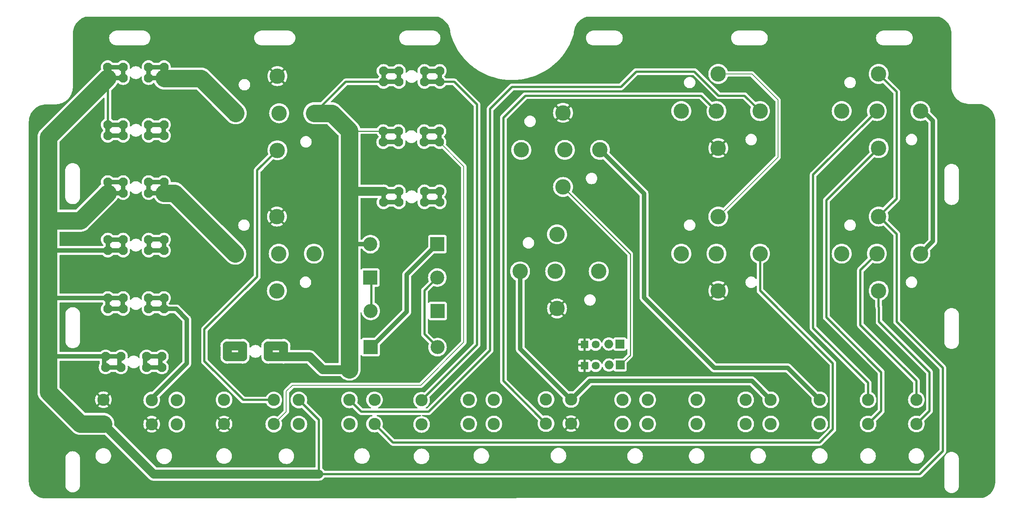
<source format=gtl>
%TF.GenerationSoftware,KiCad,Pcbnew,7.0.1-0*%
%TF.CreationDate,2023-10-01T21:06:17+01:00*%
%TF.ProjectId,12v-front-pcb,3132762d-6672-46f6-9e74-2d7063622e6b,rev?*%
%TF.SameCoordinates,Original*%
%TF.FileFunction,Copper,L1,Top*%
%TF.FilePolarity,Positive*%
%FSLAX46Y46*%
G04 Gerber Fmt 4.6, Leading zero omitted, Abs format (unit mm)*
G04 Created by KiCad (PCBNEW 7.0.1-0) date 2023-10-01 21:06:17*
%MOMM*%
%LPD*%
G01*
G04 APERTURE LIST*
%TA.AperFunction,ComponentPad*%
%ADD10C,3.510000*%
%TD*%
%TA.AperFunction,ComponentPad*%
%ADD11C,2.775000*%
%TD*%
%TA.AperFunction,ComponentPad*%
%ADD12C,2.100000*%
%TD*%
%TA.AperFunction,ComponentPad*%
%ADD13R,2.000000X2.000000*%
%TD*%
%TA.AperFunction,ComponentPad*%
%ADD14O,2.000000X2.000000*%
%TD*%
%TA.AperFunction,ComponentPad*%
%ADD15R,3.200000X3.200000*%
%TD*%
%TA.AperFunction,ComponentPad*%
%ADD16O,3.200000X3.200000*%
%TD*%
%TA.AperFunction,ComponentPad*%
%ADD17R,1.800000X1.800000*%
%TD*%
%TA.AperFunction,ComponentPad*%
%ADD18C,1.800000*%
%TD*%
%TA.AperFunction,ViaPad*%
%ADD19C,4.000000*%
%TD*%
%TA.AperFunction,Conductor*%
%ADD20C,4.000000*%
%TD*%
%TA.AperFunction,Conductor*%
%ADD21C,1.000000*%
%TD*%
%TA.AperFunction,Conductor*%
%ADD22C,0.500000*%
%TD*%
%TA.AperFunction,Conductor*%
%ADD23C,2.000000*%
%TD*%
%TA.AperFunction,Conductor*%
%ADD24C,0.250000*%
%TD*%
%TA.AperFunction,Conductor*%
%ADD25C,0.200000*%
%TD*%
G04 APERTURE END LIST*
D10*
X247000000Y-166000000D03*
X255000000Y-166000000D03*
X264910000Y-166000000D03*
X255410000Y-157550000D03*
X255410000Y-174450000D03*
D11*
X151401890Y-199394171D03*
X151401890Y-204894171D03*
D12*
X80000000Y-139126600D03*
X83500000Y-139126600D03*
X89300000Y-139126600D03*
X92800000Y-139126600D03*
X92800000Y-136626600D03*
X89300000Y-136626600D03*
X83500000Y-136626600D03*
X80000000Y-136626600D03*
D10*
X173814333Y-170037615D03*
X181814333Y-170037615D03*
X191724333Y-170037615D03*
X182224333Y-161587615D03*
X182224333Y-178487615D03*
D11*
X214000000Y-199300000D03*
X214000000Y-204800000D03*
D13*
X196540000Y-186578066D03*
D14*
X194000000Y-186578066D03*
D11*
X162150000Y-199300000D03*
X167850000Y-199300000D03*
X162150000Y-204800000D03*
X167850000Y-204800000D03*
X79000000Y-199274800D03*
X79000000Y-204774800D03*
D15*
X139740122Y-171437848D03*
D16*
X154980122Y-171437848D03*
D11*
X135000000Y-199310971D03*
X140700000Y-199310971D03*
X135000000Y-204810971D03*
X140700000Y-204810971D03*
D12*
X79502000Y-191907800D03*
X83002000Y-191907800D03*
X88802000Y-191907800D03*
X92302000Y-191907800D03*
X92302000Y-189407800D03*
X88802000Y-189407800D03*
X83002000Y-189407800D03*
X79502000Y-189407800D03*
D15*
X155064969Y-179050837D03*
D16*
X139824969Y-179050837D03*
D10*
X126898000Y-166000000D03*
X118898000Y-166000000D03*
X108988000Y-166000000D03*
X118488000Y-174450000D03*
X118488000Y-157550000D03*
D11*
X253000000Y-199300000D03*
X253000000Y-204800000D03*
X242000000Y-199300000D03*
X242000000Y-204800000D03*
D10*
X210500000Y-133500000D03*
X218500000Y-133500000D03*
X228410000Y-133500000D03*
X218910000Y-125050000D03*
X218910000Y-141950000D03*
D15*
X139781310Y-187300526D03*
D16*
X155021310Y-187300526D03*
D17*
X188477745Y-191541655D03*
D18*
X191017745Y-191541655D03*
D12*
X79982133Y-125997556D03*
X83482133Y-125997556D03*
X89282133Y-125997556D03*
X92782133Y-125997556D03*
X92782133Y-123497556D03*
X89282133Y-123497556D03*
X83482133Y-123497556D03*
X79982133Y-123497556D03*
X80000000Y-165288600D03*
X83500000Y-165288600D03*
X89300000Y-165288600D03*
X92800000Y-165288600D03*
X92800000Y-162788600D03*
X89300000Y-162788600D03*
X83500000Y-162788600D03*
X80000000Y-162788600D03*
D10*
X127000000Y-134000000D03*
X119000000Y-134000000D03*
X109090000Y-134000000D03*
X118590000Y-142450000D03*
X118590000Y-125550000D03*
D11*
X106457640Y-199300000D03*
X106457640Y-204800000D03*
D12*
X80000000Y-152184337D03*
X83500000Y-152184337D03*
X89300000Y-152184337D03*
X92800000Y-152184337D03*
X92800000Y-149684337D03*
X89300000Y-149684337D03*
X83500000Y-149684337D03*
X80000000Y-149684337D03*
X142668200Y-140574400D03*
X146168200Y-140574400D03*
X151968200Y-140574400D03*
X155468200Y-140574400D03*
X155468200Y-138074400D03*
X151968200Y-138074400D03*
X146168200Y-138074400D03*
X142668200Y-138074400D03*
D13*
X196588356Y-191370446D03*
D14*
X194048356Y-191370446D03*
D11*
X179707413Y-199217042D03*
X185407413Y-199217042D03*
X179707413Y-204717042D03*
X185407413Y-204717042D03*
X117779174Y-199339600D03*
X123479174Y-199339600D03*
X117779174Y-204839600D03*
X123479174Y-204839600D03*
D10*
X192000000Y-142346365D03*
X184000000Y-142346365D03*
X174090000Y-142346365D03*
X183590000Y-150796365D03*
X183590000Y-133896365D03*
D15*
X155000000Y-163830000D03*
D16*
X139760000Y-163830000D03*
D11*
X90000000Y-199351000D03*
X95700000Y-199351000D03*
X90000000Y-204851000D03*
X95700000Y-204851000D03*
D10*
X247000000Y-133500000D03*
X255000000Y-133500000D03*
X264910000Y-133500000D03*
X255410000Y-125050000D03*
X255410000Y-141950000D03*
D11*
X264000000Y-199300000D03*
X264000000Y-204800000D03*
D17*
X188452600Y-186713913D03*
D18*
X190992600Y-186713913D03*
D11*
X225150000Y-199300000D03*
X230850000Y-199300000D03*
X225150000Y-204800000D03*
X230850000Y-204800000D03*
D10*
X210500000Y-166000000D03*
X218500000Y-166000000D03*
X228410000Y-166000000D03*
X218910000Y-157550000D03*
X218910000Y-174450000D03*
D12*
X80000000Y-178598200D03*
X83500000Y-178598200D03*
X89300000Y-178598200D03*
X92800000Y-178598200D03*
X92800000Y-176098200D03*
X89300000Y-176098200D03*
X83500000Y-176098200D03*
X80000000Y-176098200D03*
X142744400Y-126858400D03*
X146244400Y-126858400D03*
X152044400Y-126858400D03*
X155544400Y-126858400D03*
X155544400Y-124358400D03*
X152044400Y-124358400D03*
X146244400Y-124358400D03*
X142744400Y-124358400D03*
X120000000Y-187000000D03*
X116500000Y-187000000D03*
X110700000Y-187000000D03*
X107200000Y-187000000D03*
X107200000Y-189500000D03*
X110700000Y-189500000D03*
X116500000Y-189500000D03*
X120000000Y-189500000D03*
X142744400Y-154283600D03*
X146244400Y-154283600D03*
X152044400Y-154283600D03*
X155544400Y-154283600D03*
X155544400Y-151783600D03*
X152044400Y-151783600D03*
X146244400Y-151783600D03*
X142744400Y-151783600D03*
D11*
X197150000Y-199300000D03*
X202850000Y-199300000D03*
X197150000Y-204800000D03*
X202850000Y-204800000D03*
D19*
X135000000Y-192400500D03*
D20*
X95172337Y-152184337D02*
X108988000Y-166000000D01*
D21*
X89300000Y-149684337D02*
X92800000Y-149684337D01*
X89300000Y-152184337D02*
X92800000Y-152184337D01*
D20*
X92800000Y-152184337D02*
X95172337Y-152184337D01*
D21*
X89300000Y-149684337D02*
X89300000Y-152184337D01*
X92800000Y-149684337D02*
X92800000Y-152184337D01*
D22*
X218500000Y-133500000D02*
X215000000Y-130000000D01*
X175000000Y-130000000D02*
X170000000Y-135000000D01*
X170000000Y-195000000D02*
X179707413Y-204707413D01*
X170000000Y-135000000D02*
X170000000Y-195000000D01*
X215000000Y-130000000D02*
X175000000Y-130000000D01*
X179707413Y-204707413D02*
X179707413Y-204717042D01*
X167000000Y-133000000D02*
X167000000Y-188000000D01*
X228410000Y-133500000D02*
X228410000Y-133494533D01*
X167000000Y-188000000D02*
X153000000Y-202000000D01*
X172000000Y-128000000D02*
X167000000Y-133000000D01*
X224915467Y-130000000D02*
X219000000Y-130000000D01*
X200250000Y-124500000D02*
X196750000Y-128000000D01*
X228410000Y-133494533D02*
X224915467Y-130000000D01*
X213500000Y-124500000D02*
X200250000Y-124500000D01*
X219000000Y-130000000D02*
X213500000Y-124500000D01*
X196750000Y-128000000D02*
X172000000Y-128000000D01*
X153000000Y-202000000D02*
X137689029Y-202000000D01*
X137689029Y-202000000D02*
X135000000Y-199310971D01*
D23*
X142744400Y-151783600D02*
X135783600Y-151783600D01*
X120000000Y-187000000D02*
X116500000Y-187000000D01*
D21*
X146168200Y-140574400D02*
X142668200Y-140574400D01*
D22*
X134128965Y-126858400D02*
X127000000Y-133987365D01*
X127000000Y-133987365D02*
X127000000Y-134000000D01*
D21*
X146244400Y-154283600D02*
X142744400Y-154283600D01*
X146244400Y-151783600D02*
X142744400Y-151783600D01*
D20*
X131000000Y-134000000D02*
X135000000Y-138000000D01*
D21*
X146168200Y-138074400D02*
X146168200Y-140574400D01*
X142668200Y-138074400D02*
X142668200Y-140574400D01*
X139760000Y-163830000D02*
X135170000Y-163830000D01*
X142744400Y-124358400D02*
X146244400Y-124358400D01*
X142744400Y-151783600D02*
X142744400Y-154283600D01*
X135783600Y-151783600D02*
X135000000Y-151000000D01*
X146244400Y-126858400D02*
X142744400Y-126858400D01*
D23*
X126000000Y-189500000D02*
X128900500Y-192400500D01*
D22*
X142744400Y-126858400D02*
X134128965Y-126858400D01*
D21*
X142744400Y-124358400D02*
X142744400Y-126858400D01*
D20*
X135000000Y-192400500D02*
X135000000Y-182000000D01*
D21*
X146244400Y-124358400D02*
X146244400Y-126858400D01*
D24*
X142668200Y-138074400D02*
X135074400Y-138074400D01*
D23*
X120000000Y-189500000D02*
X126000000Y-189500000D01*
D20*
X135000000Y-182000000D02*
X135000000Y-164000000D01*
D21*
X146244400Y-151783600D02*
X146244400Y-154283600D01*
D23*
X128900500Y-192400500D02*
X135000000Y-192400500D01*
X116500000Y-189500000D02*
X120000000Y-189500000D01*
D21*
X142668200Y-138074400D02*
X146168200Y-138074400D01*
D23*
X120000000Y-189500000D02*
X120000000Y-187000000D01*
D25*
X135170000Y-163830000D02*
X135000000Y-164000000D01*
D23*
X116500000Y-187000000D02*
X116500000Y-189500000D01*
D20*
X127000000Y-134000000D02*
X131000000Y-134000000D01*
D21*
X135074400Y-138074400D02*
X135000000Y-138000000D01*
D20*
X135000000Y-138000000D02*
X135000000Y-151000000D01*
X135000000Y-151000000D02*
X135000000Y-164000000D01*
X92880977Y-126096400D02*
X101231053Y-126096400D01*
X92782133Y-125997556D02*
X92880977Y-126096400D01*
X101231053Y-126096400D02*
X109090000Y-133955347D01*
X109090000Y-133955347D02*
X109090000Y-134000000D01*
D21*
X89282133Y-123497556D02*
X89282133Y-125997556D01*
X92782133Y-123497556D02*
X92782133Y-125997556D01*
X89282133Y-123497556D02*
X92782133Y-123497556D01*
X89282133Y-125997556D02*
X92782133Y-125997556D01*
D22*
X118550000Y-142450000D02*
X114000000Y-147000000D01*
X114000000Y-171250000D02*
X102000000Y-183250000D01*
X110839600Y-199339600D02*
X117779174Y-199339600D01*
X118590000Y-142450000D02*
X118550000Y-142450000D01*
X102000000Y-190500000D02*
X110839600Y-199339600D01*
X102000000Y-183250000D02*
X102000000Y-190500000D01*
X114000000Y-147000000D02*
X114000000Y-171250000D01*
D21*
X88477000Y-191907800D02*
X91977000Y-191907800D01*
X88477000Y-189407800D02*
X91977000Y-189407800D01*
X91977000Y-189407800D02*
X91977000Y-191907800D01*
X88477000Y-189407800D02*
X88477000Y-191907800D01*
D22*
X144889029Y-209000000D02*
X140700000Y-204810971D01*
X245000000Y-191000000D02*
X245000000Y-206000000D01*
X245000000Y-206000000D02*
X242000000Y-209000000D01*
X228410000Y-166000000D02*
X228410000Y-174410000D01*
X242000000Y-209000000D02*
X144889029Y-209000000D01*
X228410000Y-174410000D02*
X245000000Y-191000000D01*
X128000000Y-216219171D02*
X264780829Y-216219171D01*
D21*
X83500000Y-152184337D02*
X83500000Y-149684337D01*
X83494296Y-162799517D02*
X83494296Y-165299517D01*
X79177000Y-189407800D02*
X82677000Y-189407800D01*
X79974868Y-136630647D02*
X79974868Y-139130647D01*
X83482133Y-123497556D02*
X79982133Y-123497556D01*
X83446753Y-178586575D02*
X79946753Y-178586575D01*
X67288600Y-165288600D02*
X80000000Y-165288600D01*
X79177000Y-189407800D02*
X79177000Y-191907800D01*
D22*
X80000000Y-126015423D02*
X79982133Y-125997556D01*
X128000000Y-216219171D02*
X128000000Y-203860426D01*
D20*
X80000000Y-152184337D02*
X80000000Y-152233886D01*
D21*
X83482133Y-125997556D02*
X79982133Y-125997556D01*
X69598200Y-176098200D02*
X80000000Y-176098200D01*
X79974868Y-136630647D02*
X83474868Y-136630647D01*
X66592200Y-189407800D02*
X79502000Y-189407800D01*
X83482133Y-123497556D02*
X83482133Y-125997556D01*
X79946753Y-176086575D02*
X79946753Y-178586575D01*
D22*
X270000000Y-192000000D02*
X259500000Y-181500000D01*
D21*
X80000000Y-152184337D02*
X83500000Y-152184337D01*
D20*
X66500000Y-175099415D02*
X66500000Y-189500000D01*
D23*
X90444371Y-216219171D02*
X79000000Y-204774800D01*
D22*
X128000000Y-203860426D02*
X123479174Y-199339600D01*
X259500000Y-129140000D02*
X259500000Y-153460000D01*
D21*
X83500000Y-149684337D02*
X80000000Y-149684337D01*
X79994296Y-165299517D02*
X79994296Y-162799517D01*
D22*
X259500000Y-153460000D02*
X255410000Y-157550000D01*
D21*
X82677000Y-191907800D02*
X79177000Y-191907800D01*
D20*
X66500000Y-189500000D02*
X66500000Y-197500000D01*
D21*
X79946753Y-176086575D02*
X83446753Y-176086575D01*
X83446753Y-176086575D02*
X83446753Y-178586575D01*
D20*
X66500000Y-164500000D02*
X66500000Y-139479689D01*
D21*
X69596985Y-176099415D02*
X69598200Y-176098200D01*
X82677000Y-189407800D02*
X82677000Y-191907800D01*
D22*
X255410000Y-125050000D02*
X259500000Y-129140000D01*
X270000000Y-211000000D02*
X270000000Y-192000000D01*
X255550000Y-157550000D02*
X255410000Y-157550000D01*
X264780829Y-216219171D02*
X270000000Y-211000000D01*
X259500000Y-181500000D02*
X259500000Y-161500000D01*
D21*
X66500000Y-175099415D02*
X67500000Y-176099415D01*
D22*
X259500000Y-161500000D02*
X255550000Y-157550000D01*
D20*
X73774800Y-204774800D02*
X79000000Y-204774800D01*
X66500000Y-164500000D02*
X66500000Y-175099415D01*
D21*
X79982133Y-123497556D02*
X79982133Y-125997556D01*
D20*
X80000000Y-152233886D02*
X73733886Y-158500000D01*
D21*
X66500000Y-189500000D02*
X66592200Y-189407800D01*
X67500000Y-176099415D02*
X69596985Y-176099415D01*
X83474868Y-136630647D02*
X83474868Y-139130647D01*
X83494296Y-165299517D02*
X79994296Y-165299517D01*
D23*
X128000000Y-216219171D02*
X90444371Y-216219171D01*
D20*
X73733886Y-158500000D02*
X66500000Y-158500000D01*
D21*
X66500000Y-164500000D02*
X67288600Y-165288600D01*
D22*
X80000000Y-136626600D02*
X80000000Y-126015423D01*
D21*
X83474868Y-139130647D02*
X79974868Y-139130647D01*
X83494296Y-162799517D02*
X79994296Y-162799517D01*
D20*
X66500000Y-139479689D02*
X79982133Y-125997556D01*
D21*
X80000000Y-149684337D02*
X80000000Y-152184337D01*
D20*
X66500000Y-197500000D02*
X73774800Y-204774800D01*
D21*
X152044400Y-151783600D02*
X155544400Y-151783600D01*
X155544400Y-151783600D02*
X155544400Y-154283600D01*
X152044400Y-154283600D02*
X152044400Y-151783600D01*
X155544400Y-154283600D02*
X152044400Y-154283600D01*
X89250000Y-136626600D02*
X92750000Y-136626600D01*
X89250000Y-139126600D02*
X92750000Y-139126600D01*
X92750000Y-136626600D02*
X92750000Y-139126600D01*
X89250000Y-136626600D02*
X89250000Y-139126600D01*
D22*
X152044400Y-184323616D02*
X155021310Y-187300526D01*
X152044400Y-174374733D02*
X152044400Y-184323616D01*
X154980122Y-171437848D02*
X154980122Y-171439011D01*
X154980122Y-171439011D02*
X152044400Y-174374733D01*
D21*
X226558778Y-195000000D02*
X230850000Y-199291222D01*
X185407413Y-199217042D02*
X185443464Y-199217042D01*
X173832587Y-170055869D02*
X173832587Y-187688589D01*
X173814333Y-170037615D02*
X173832587Y-170055869D01*
X189660506Y-195000000D02*
X226558778Y-195000000D01*
X230850000Y-199291222D02*
X230850000Y-199300000D01*
X173832587Y-187688589D02*
X185361040Y-199217042D01*
X185443464Y-199217042D02*
X189660506Y-195000000D01*
X185361040Y-199217042D02*
X185407413Y-199217042D01*
D22*
X255500000Y-181500000D02*
X255500000Y-178250000D01*
X255410000Y-178160000D02*
X255410000Y-174450000D01*
X267000000Y-193000000D02*
X255500000Y-181500000D01*
X267000000Y-201800000D02*
X267000000Y-193000000D01*
X255500000Y-178250000D02*
X255410000Y-178160000D01*
X264000000Y-204800000D02*
X267000000Y-201800000D01*
X164000000Y-186796061D02*
X151401890Y-199394171D01*
X155544400Y-126858400D02*
X158858400Y-126858400D01*
D21*
X152044400Y-124358400D02*
X155544400Y-124358400D01*
X155544400Y-126858400D02*
X152044400Y-126858400D01*
X155544400Y-124358400D02*
X155544400Y-126858400D01*
D22*
X158858400Y-126858400D02*
X164000000Y-132000000D01*
D21*
X152044400Y-126858400D02*
X152044400Y-124358400D01*
D22*
X164000000Y-132000000D02*
X164000000Y-186796061D01*
X255410000Y-141950000D02*
X243500000Y-153860000D01*
X256000000Y-193000000D02*
X256000000Y-201818865D01*
X243500000Y-180500000D02*
X256000000Y-193000000D01*
X256000000Y-201818865D02*
X253018865Y-204800000D01*
X253018865Y-204800000D02*
X253000000Y-204800000D01*
X243500000Y-153860000D02*
X243500000Y-180500000D01*
D21*
X89313978Y-162757982D02*
X92813978Y-162757982D01*
X89313978Y-162757982D02*
X89313978Y-165257982D01*
X92813978Y-165257982D02*
X92813978Y-162757982D01*
X89313978Y-165257982D02*
X92813978Y-165257982D01*
D25*
X155468200Y-140574400D02*
X161000000Y-146106200D01*
D21*
X151968200Y-138074400D02*
X151968200Y-140574400D01*
D25*
X161000000Y-186205070D02*
X151205070Y-196000000D01*
X122000000Y-196000000D02*
X120617176Y-197382824D01*
X120617176Y-197382824D02*
X120617176Y-202001598D01*
D21*
X155468200Y-140574400D02*
X155468200Y-138074400D01*
D25*
X161000000Y-146106200D02*
X161000000Y-186205070D01*
X151205070Y-196000000D02*
X122000000Y-196000000D01*
D21*
X155468200Y-138074400D02*
X151968200Y-138074400D01*
D25*
X120617176Y-202001598D02*
X117779174Y-204839600D01*
D21*
X151968200Y-140574400D02*
X155468200Y-140574400D01*
D25*
X232500000Y-131000000D02*
X232500000Y-144000000D01*
X226565118Y-125065118D02*
X232500000Y-131000000D01*
X232500000Y-144000000D02*
X218950000Y-157550000D01*
X218910000Y-125050000D02*
X218925118Y-125065118D01*
X218950000Y-157550000D02*
X218910000Y-157550000D01*
X218925118Y-125065118D02*
X226565118Y-125065118D01*
D21*
X267750000Y-163160000D02*
X264910000Y-166000000D01*
X148000000Y-179250000D02*
X139949474Y-187300526D01*
X265500000Y-133500000D02*
X267750000Y-135750000D01*
X148000000Y-170787484D02*
X148000000Y-179250000D01*
X154957484Y-163830000D02*
X148000000Y-170787484D01*
X267750000Y-135750000D02*
X267750000Y-163160000D01*
X264910000Y-133500000D02*
X265500000Y-133500000D01*
X139949474Y-187300526D02*
X139781310Y-187300526D01*
X155000000Y-163830000D02*
X154957484Y-163830000D01*
D22*
X140000000Y-178875806D02*
X140000000Y-171697726D01*
D24*
X183590000Y-150796365D02*
X183600402Y-150796365D01*
X198875000Y-166070963D02*
X198875000Y-189125000D01*
X183600402Y-150796365D02*
X198875000Y-166070963D01*
X198875000Y-189125000D02*
X196629554Y-191370446D01*
X196629554Y-191370446D02*
X196588356Y-191370446D01*
D22*
X139824969Y-179050837D02*
X140000000Y-178875806D01*
X140000000Y-171697726D02*
X139740122Y-171437848D01*
D21*
X192037079Y-142346365D02*
X202000000Y-152309286D01*
X234697731Y-192000000D02*
X241997731Y-199300000D01*
X218000000Y-192000000D02*
X234697731Y-192000000D01*
X241997731Y-199300000D02*
X242000000Y-199300000D01*
X192000000Y-142346365D02*
X192037079Y-142346365D01*
X202000000Y-176000000D02*
X218000000Y-192000000D01*
X202000000Y-152309286D02*
X202000000Y-176000000D01*
X98000000Y-191000000D02*
X90000000Y-199000000D01*
X92800000Y-176098200D02*
X92800000Y-178598200D01*
X92800000Y-178598200D02*
X95598200Y-178598200D01*
X89300000Y-176098200D02*
X92800000Y-176098200D01*
X95598200Y-178598200D02*
X98000000Y-181000000D01*
X89300000Y-176098200D02*
X89300000Y-178598200D01*
X90000000Y-199000000D02*
X90000000Y-199351000D01*
X98000000Y-181000000D02*
X98000000Y-191000000D01*
X89300000Y-178598200D02*
X92800000Y-178598200D01*
D22*
X240500000Y-182935711D02*
X253000000Y-195435711D01*
X255000000Y-133500000D02*
X240500000Y-148000000D01*
X240500000Y-148000000D02*
X240500000Y-182935711D01*
X253000000Y-195435711D02*
X253000000Y-199300000D01*
X251250000Y-182250000D02*
X251250000Y-169750000D01*
X264000000Y-195000000D02*
X251250000Y-182250000D01*
X264000000Y-199300000D02*
X264000000Y-195000000D01*
X251250000Y-169750000D02*
X255000000Y-166000000D01*
D23*
X107200000Y-189500000D02*
X107200000Y-187000000D01*
X110700000Y-187000000D02*
X110700000Y-189500000D01*
X110700000Y-189500000D02*
X107200000Y-189500000D01*
X107200000Y-187000000D02*
X110700000Y-187000000D01*
%TA.AperFunction,Conductor*%
G36*
X155028441Y-112003292D02*
G01*
X155082111Y-112015915D01*
X155093093Y-112019040D01*
X155430337Y-112132073D01*
X155440991Y-112136201D01*
X155766352Y-112279861D01*
X155776578Y-112284953D01*
X156016703Y-112418702D01*
X156087292Y-112458020D01*
X156097030Y-112464050D01*
X156390439Y-112665041D01*
X156399579Y-112671942D01*
X156673198Y-112899151D01*
X156681662Y-112906868D01*
X156933131Y-113158337D01*
X156940848Y-113166801D01*
X157168057Y-113440420D01*
X157174958Y-113449560D01*
X157375949Y-113742969D01*
X157381979Y-113752707D01*
X157555039Y-114063407D01*
X157560141Y-114073655D01*
X157566658Y-114088413D01*
X157703793Y-114398995D01*
X157707931Y-114409675D01*
X157820955Y-114746893D01*
X157824089Y-114757909D01*
X157905513Y-115104103D01*
X157907618Y-115115362D01*
X157956752Y-115467598D01*
X157957809Y-115479002D01*
X157972635Y-115799662D01*
X157966918Y-115837069D01*
X157970199Y-115848530D01*
X157970200Y-115848530D01*
X158073978Y-116210941D01*
X158073981Y-116210950D01*
X158073982Y-116210953D01*
X158318619Y-116924079D01*
X158318624Y-116924092D01*
X158318627Y-116924100D01*
X158577801Y-117569009D01*
X158599774Y-117623684D01*
X158916656Y-118307802D01*
X158999319Y-118464500D01*
X159268442Y-118974657D01*
X159654188Y-119622460D01*
X160072865Y-120249482D01*
X160275417Y-120521311D01*
X160523363Y-120854060D01*
X161004454Y-121434547D01*
X161004459Y-121434552D01*
X161004462Y-121434556D01*
X161514897Y-121989448D01*
X162053300Y-122517245D01*
X162618235Y-123016541D01*
X163184951Y-123467507D01*
X163208198Y-123486006D01*
X163821605Y-123924380D01*
X164456833Y-124330504D01*
X165112169Y-124703281D01*
X165112179Y-124703286D01*
X165785899Y-125041737D01*
X166476195Y-125344952D01*
X167181225Y-125612124D01*
X167899109Y-125842538D01*
X168627931Y-126035581D01*
X169365748Y-126190738D01*
X170110592Y-126307594D01*
X170110601Y-126307595D01*
X170110608Y-126307596D01*
X170860474Y-126385838D01*
X171613391Y-126425262D01*
X171617353Y-126425264D01*
X172367353Y-126425759D01*
X173120328Y-126387330D01*
X173678036Y-126329882D01*
X173870305Y-126310077D01*
X173870306Y-126310076D01*
X173870314Y-126310076D01*
X174615312Y-126194203D01*
X174620803Y-126193056D01*
X174720897Y-126172145D01*
X175353333Y-126040021D01*
X176082410Y-125847940D01*
X176800597Y-125618474D01*
X177505979Y-125352234D01*
X178196674Y-125049930D01*
X178870841Y-124712369D01*
X179526680Y-124340450D01*
X180162442Y-123935168D01*
X180776431Y-123497601D01*
X181367010Y-123028918D01*
X181932604Y-122530368D01*
X182471703Y-122003282D01*
X182982870Y-121449066D01*
X183464741Y-120869197D01*
X183916031Y-120265222D01*
X184335536Y-119638753D01*
X184722136Y-118991461D01*
X185074802Y-118325071D01*
X185392592Y-117641363D01*
X185674658Y-116942159D01*
X185709855Y-116839999D01*
X188819801Y-116839999D01*
X188838567Y-117090418D01*
X188894448Y-117335249D01*
X188933008Y-117433496D01*
X188986194Y-117569011D01*
X189111755Y-117786489D01*
X189268328Y-117982825D01*
X189452414Y-118153632D01*
X189659901Y-118295094D01*
X189886155Y-118404052D01*
X190082122Y-118464500D01*
X190126121Y-118478072D01*
X190374438Y-118515500D01*
X190374439Y-118515500D01*
X190494928Y-118515500D01*
X190500000Y-118515500D01*
X190508285Y-118515500D01*
X195491715Y-118515500D01*
X195505072Y-118515500D01*
X195625561Y-118515500D01*
X195625562Y-118515500D01*
X195749719Y-118496786D01*
X195873879Y-118478072D01*
X196113845Y-118404052D01*
X196340099Y-118295094D01*
X196547586Y-118153632D01*
X196731672Y-117982825D01*
X196888245Y-117786489D01*
X197013806Y-117569011D01*
X197105552Y-117335247D01*
X197161432Y-117090421D01*
X197180198Y-116840000D01*
X197180198Y-116839999D01*
X221819801Y-116839999D01*
X221838567Y-117090418D01*
X221894448Y-117335249D01*
X221933008Y-117433496D01*
X221986194Y-117569011D01*
X222111755Y-117786489D01*
X222268328Y-117982825D01*
X222452414Y-118153632D01*
X222659901Y-118295094D01*
X222886155Y-118404052D01*
X223082122Y-118464500D01*
X223126121Y-118478072D01*
X223374438Y-118515500D01*
X223374439Y-118515500D01*
X223494928Y-118515500D01*
X223500000Y-118515500D01*
X223508285Y-118515500D01*
X228491715Y-118515500D01*
X228505072Y-118515500D01*
X228625561Y-118515500D01*
X228625562Y-118515500D01*
X228749719Y-118496786D01*
X228873879Y-118478072D01*
X229113845Y-118404052D01*
X229340099Y-118295094D01*
X229547586Y-118153632D01*
X229731672Y-117982825D01*
X229888245Y-117786489D01*
X230013806Y-117569011D01*
X230105552Y-117335247D01*
X230161432Y-117090421D01*
X230180198Y-116840000D01*
X230180198Y-116839999D01*
X254819801Y-116839999D01*
X254838567Y-117090418D01*
X254894448Y-117335249D01*
X254933008Y-117433496D01*
X254986194Y-117569011D01*
X255111755Y-117786489D01*
X255268328Y-117982825D01*
X255452414Y-118153632D01*
X255659901Y-118295094D01*
X255886155Y-118404052D01*
X256082122Y-118464500D01*
X256126121Y-118478072D01*
X256374438Y-118515500D01*
X256374439Y-118515500D01*
X256494928Y-118515500D01*
X256500000Y-118515500D01*
X256508285Y-118515500D01*
X261491715Y-118515500D01*
X261505072Y-118515500D01*
X261625561Y-118515500D01*
X261625562Y-118515500D01*
X261749719Y-118496786D01*
X261873879Y-118478072D01*
X262113845Y-118404052D01*
X262340099Y-118295094D01*
X262547586Y-118153632D01*
X262731672Y-117982825D01*
X262888245Y-117786489D01*
X263013806Y-117569011D01*
X263105552Y-117335247D01*
X263161432Y-117090421D01*
X263180198Y-116840000D01*
X263161432Y-116589579D01*
X263105552Y-116344753D01*
X263013806Y-116110989D01*
X262888245Y-115893511D01*
X262731672Y-115697175D01*
X262547586Y-115526368D01*
X262507447Y-115499002D01*
X262340099Y-115384906D01*
X262322386Y-115376376D01*
X262113845Y-115275948D01*
X262039823Y-115253115D01*
X261873878Y-115201927D01*
X261625562Y-115164500D01*
X261625561Y-115164500D01*
X261505072Y-115164500D01*
X256508285Y-115164500D01*
X256500000Y-115164500D01*
X256374439Y-115164500D01*
X256374438Y-115164500D01*
X256126121Y-115201927D01*
X255886155Y-115275948D01*
X255659900Y-115384906D01*
X255452414Y-115526367D01*
X255268328Y-115697174D01*
X255111754Y-115893511D01*
X254986193Y-116110990D01*
X254894448Y-116344750D01*
X254838567Y-116589581D01*
X254819801Y-116839999D01*
X230180198Y-116839999D01*
X230161432Y-116589579D01*
X230105552Y-116344753D01*
X230013806Y-116110989D01*
X229888245Y-115893511D01*
X229731672Y-115697175D01*
X229547586Y-115526368D01*
X229507447Y-115499002D01*
X229340099Y-115384906D01*
X229322386Y-115376376D01*
X229113845Y-115275948D01*
X229039823Y-115253115D01*
X228873878Y-115201927D01*
X228625562Y-115164500D01*
X228625561Y-115164500D01*
X228505072Y-115164500D01*
X223508285Y-115164500D01*
X223500000Y-115164500D01*
X223374439Y-115164500D01*
X223374438Y-115164500D01*
X223126121Y-115201927D01*
X222886155Y-115275948D01*
X222659900Y-115384906D01*
X222452414Y-115526367D01*
X222268328Y-115697174D01*
X222111754Y-115893511D01*
X221986193Y-116110990D01*
X221894448Y-116344750D01*
X221838567Y-116589581D01*
X221819801Y-116839999D01*
X197180198Y-116839999D01*
X197161432Y-116589579D01*
X197105552Y-116344753D01*
X197013806Y-116110989D01*
X196888245Y-115893511D01*
X196731672Y-115697175D01*
X196547586Y-115526368D01*
X196507447Y-115499002D01*
X196340099Y-115384906D01*
X196322386Y-115376376D01*
X196113845Y-115275948D01*
X196039823Y-115253115D01*
X195873878Y-115201927D01*
X195625562Y-115164500D01*
X195625561Y-115164500D01*
X195505072Y-115164500D01*
X190508285Y-115164500D01*
X190500000Y-115164500D01*
X190374439Y-115164500D01*
X190374438Y-115164500D01*
X190126121Y-115201927D01*
X189886155Y-115275948D01*
X189659900Y-115384906D01*
X189452414Y-115526367D01*
X189268328Y-115697174D01*
X189111754Y-115893511D01*
X188986193Y-116110990D01*
X188894448Y-116344750D01*
X188838567Y-116589581D01*
X188819801Y-116839999D01*
X185709855Y-116839999D01*
X185920248Y-116229324D01*
X186017229Y-115892325D01*
X186019790Y-115887089D01*
X186019425Y-115886971D01*
X186025498Y-115868286D01*
X186025500Y-115868285D01*
X186025500Y-115868283D01*
X186026956Y-115863804D01*
X186026794Y-115859091D01*
X186026796Y-115859088D01*
X186026794Y-115859084D01*
X186026432Y-115848472D01*
X186026491Y-115838528D01*
X186042190Y-115498993D01*
X186043247Y-115487598D01*
X186092383Y-115135350D01*
X186094483Y-115124115D01*
X186175915Y-114777891D01*
X186179038Y-114766911D01*
X186292075Y-114429654D01*
X186296198Y-114419015D01*
X186439865Y-114093638D01*
X186444948Y-114083429D01*
X186618023Y-113772701D01*
X186624050Y-113762969D01*
X186825041Y-113469560D01*
X186831942Y-113460420D01*
X186977131Y-113285575D01*
X187059161Y-113186789D01*
X187066857Y-113178348D01*
X187318348Y-112926857D01*
X187326789Y-112919161D01*
X187600422Y-112691940D01*
X187609560Y-112685041D01*
X187902969Y-112484050D01*
X187912701Y-112478023D01*
X188223429Y-112304948D01*
X188233638Y-112299865D01*
X188559015Y-112156198D01*
X188569654Y-112152075D01*
X188906911Y-112039038D01*
X188917896Y-112035913D01*
X189023595Y-112011053D01*
X189056588Y-112003294D01*
X189084977Y-112000000D01*
X269000057Y-112000000D01*
X269028441Y-112003292D01*
X269082111Y-112015915D01*
X269093093Y-112019040D01*
X269430337Y-112132073D01*
X269440991Y-112136201D01*
X269766352Y-112279861D01*
X269776578Y-112284953D01*
X270016703Y-112418702D01*
X270087292Y-112458020D01*
X270097030Y-112464050D01*
X270390439Y-112665041D01*
X270399579Y-112671942D01*
X270673198Y-112899151D01*
X270681662Y-112906868D01*
X270933131Y-113158337D01*
X270940848Y-113166801D01*
X271168057Y-113440420D01*
X271174958Y-113449560D01*
X271375949Y-113742969D01*
X271381979Y-113752707D01*
X271555039Y-114063407D01*
X271560141Y-114073655D01*
X271566658Y-114088413D01*
X271703793Y-114398995D01*
X271707931Y-114409675D01*
X271820955Y-114746893D01*
X271824089Y-114757909D01*
X271905513Y-115104103D01*
X271907618Y-115115362D01*
X271956752Y-115467598D01*
X271957809Y-115479002D01*
X271974368Y-115837145D01*
X271974500Y-115842872D01*
X271974500Y-128037511D01*
X272008843Y-128408137D01*
X272008844Y-128408142D01*
X272077239Y-128774025D01*
X272077241Y-128774032D01*
X272168797Y-129095820D01*
X272179102Y-129132036D01*
X272227329Y-129256524D01*
X272313567Y-129479130D01*
X272479471Y-129812311D01*
X272479476Y-129812319D01*
X272675425Y-130128787D01*
X272783041Y-130271294D01*
X272899740Y-130425828D01*
X273150500Y-130700899D01*
X273425571Y-130951659D01*
X273425575Y-130951662D01*
X273722613Y-131175975D01*
X274039081Y-131371924D01*
X274039083Y-131371925D01*
X274039088Y-131371928D01*
X274372269Y-131537832D01*
X274372277Y-131537835D01*
X274372279Y-131537836D01*
X274719364Y-131672298D01*
X275077375Y-131774161D01*
X275443258Y-131842556D01*
X275739763Y-131870031D01*
X275813889Y-131876900D01*
X275813890Y-131876900D01*
X275994928Y-131876900D01*
X276000000Y-131876900D01*
X276008285Y-131876900D01*
X277991715Y-131876900D01*
X277997128Y-131876900D01*
X278002855Y-131877032D01*
X278361004Y-131893590D01*
X278372394Y-131894646D01*
X278724645Y-131943782D01*
X278735888Y-131945884D01*
X279082103Y-132027313D01*
X279093093Y-132030440D01*
X279430337Y-132143473D01*
X279440991Y-132147601D01*
X279766352Y-132291261D01*
X279776578Y-132296353D01*
X279989281Y-132414828D01*
X280087292Y-132469420D01*
X280097030Y-132475450D01*
X280390439Y-132676441D01*
X280399579Y-132683342D01*
X280673198Y-132910551D01*
X280681662Y-132918268D01*
X280933131Y-133169737D01*
X280940848Y-133178201D01*
X281168057Y-133451820D01*
X281174958Y-133460960D01*
X281375949Y-133754369D01*
X281381979Y-133764107D01*
X281555039Y-134074807D01*
X281560141Y-134085055D01*
X281607311Y-134191884D01*
X281703793Y-134410395D01*
X281707930Y-134421074D01*
X281732674Y-134494899D01*
X281820955Y-134758293D01*
X281824089Y-134769309D01*
X281905513Y-135115503D01*
X281907618Y-135126762D01*
X281956752Y-135478998D01*
X281957809Y-135490402D01*
X281974368Y-135848545D01*
X281974500Y-135854272D01*
X281974500Y-217837128D01*
X281974368Y-217842855D01*
X281957809Y-218200997D01*
X281956752Y-218212401D01*
X281907618Y-218564637D01*
X281905513Y-218575896D01*
X281824089Y-218922090D01*
X281820955Y-218933106D01*
X281707931Y-219270324D01*
X281703793Y-219281004D01*
X281560144Y-219606339D01*
X281555039Y-219616592D01*
X281381979Y-219927292D01*
X281375949Y-219937030D01*
X281174958Y-220230439D01*
X281168057Y-220239579D01*
X280940848Y-220513198D01*
X280933131Y-220521662D01*
X280681662Y-220773131D01*
X280673198Y-220780848D01*
X280399579Y-221008057D01*
X280390439Y-221014958D01*
X280097030Y-221215949D01*
X280087292Y-221221979D01*
X279776592Y-221395039D01*
X279766339Y-221400144D01*
X279441004Y-221543793D01*
X279430324Y-221547931D01*
X279093104Y-221660955D01*
X279082088Y-221664089D01*
X278989495Y-221685867D01*
X278961141Y-221689161D01*
X65313585Y-221751744D01*
X65296417Y-221750555D01*
X65275363Y-221747618D01*
X65264105Y-221745513D01*
X64917909Y-221664089D01*
X64906893Y-221660955D01*
X64569675Y-221547931D01*
X64558995Y-221543793D01*
X64519685Y-221526436D01*
X64233655Y-221400141D01*
X64223412Y-221395041D01*
X64121339Y-221338187D01*
X63912707Y-221221979D01*
X63902969Y-221215949D01*
X63609560Y-221014958D01*
X63600420Y-221008057D01*
X63326801Y-220780848D01*
X63318337Y-220773131D01*
X63066868Y-220521662D01*
X63059151Y-220513198D01*
X62831942Y-220239579D01*
X62825041Y-220230439D01*
X62624050Y-219937030D01*
X62618020Y-219927292D01*
X62545324Y-219796778D01*
X62444953Y-219616578D01*
X62439861Y-219606352D01*
X62296201Y-219280991D01*
X62292073Y-219270337D01*
X62179040Y-218933093D01*
X62175913Y-218922103D01*
X62151287Y-218817399D01*
X70337472Y-218817399D01*
X70374899Y-219065715D01*
X70407273Y-219170667D01*
X70448920Y-219305682D01*
X70492743Y-219396681D01*
X70557878Y-219531936D01*
X70665711Y-219690099D01*
X70699340Y-219739423D01*
X70870147Y-219923509D01*
X71066483Y-220080082D01*
X71283961Y-220205643D01*
X71414454Y-220256858D01*
X71462225Y-220275607D01*
X71517725Y-220297389D01*
X71762551Y-220353269D01*
X72012972Y-220372035D01*
X72263393Y-220353269D01*
X72508219Y-220297389D01*
X72741983Y-220205643D01*
X72959461Y-220080082D01*
X73155797Y-219923509D01*
X73326604Y-219739423D01*
X73468066Y-219531936D01*
X73577024Y-219305682D01*
X73651044Y-219065716D01*
X73664633Y-218975562D01*
X270324500Y-218975562D01*
X270361927Y-219223878D01*
X270387161Y-219305682D01*
X270435948Y-219463845D01*
X270504864Y-219606950D01*
X270544906Y-219690099D01*
X270686367Y-219897585D01*
X270718582Y-219932305D01*
X270857175Y-220081672D01*
X271053511Y-220238245D01*
X271270989Y-220363806D01*
X271399964Y-220414425D01*
X271449253Y-220433770D01*
X271504753Y-220455552D01*
X271749579Y-220511432D01*
X272000000Y-220530198D01*
X272250421Y-220511432D01*
X272495247Y-220455552D01*
X272729011Y-220363806D01*
X272946489Y-220238245D01*
X273142825Y-220081672D01*
X273313632Y-219897586D01*
X273455094Y-219690099D01*
X273564052Y-219463845D01*
X273638072Y-219223879D01*
X273675500Y-218975561D01*
X273675500Y-218850000D01*
X273675500Y-218841715D01*
X273675500Y-212844928D01*
X273675500Y-212724439D01*
X273666921Y-212667524D01*
X273638072Y-212476121D01*
X273618674Y-212413235D01*
X273564052Y-212236155D01*
X273455094Y-212009901D01*
X273313632Y-211802414D01*
X273142825Y-211618328D01*
X273082249Y-211570020D01*
X272946488Y-211461754D01*
X272781601Y-211366557D01*
X272729011Y-211336194D01*
X272729010Y-211336193D01*
X272729009Y-211336193D01*
X272495249Y-211244448D01*
X272250418Y-211188567D01*
X272000000Y-211169801D01*
X271749581Y-211188567D01*
X271504750Y-211244448D01*
X271270990Y-211336193D01*
X271053511Y-211461754D01*
X270857174Y-211618328D01*
X270686367Y-211802414D01*
X270544906Y-212009900D01*
X270435948Y-212236155D01*
X270361927Y-212476121D01*
X270324500Y-212724438D01*
X270324500Y-218975562D01*
X73664633Y-218975562D01*
X73688472Y-218817398D01*
X73688472Y-218691837D01*
X73688472Y-218683552D01*
X73688472Y-212686765D01*
X73688472Y-212566276D01*
X73683877Y-212535793D01*
X73651044Y-212317958D01*
X73625811Y-212236155D01*
X73617082Y-212207855D01*
X77224500Y-212207855D01*
X77264160Y-212470993D01*
X77300982Y-212590364D01*
X77342599Y-212725282D01*
X77354735Y-212750482D01*
X77458060Y-212965039D01*
X77607964Y-213184909D01*
X77788966Y-213379982D01*
X77997023Y-213545904D01*
X78227477Y-213678955D01*
X78227479Y-213678956D01*
X78363216Y-213732229D01*
X78421631Y-213755155D01*
X78475195Y-213776177D01*
X78734633Y-213835393D01*
X78791468Y-213839652D01*
X78933553Y-213850300D01*
X78933558Y-213850300D01*
X79066442Y-213850300D01*
X79066447Y-213850300D01*
X79190865Y-213840976D01*
X79265367Y-213835393D01*
X79524805Y-213776177D01*
X79772521Y-213678956D01*
X79872563Y-213621197D01*
X80002976Y-213545904D01*
X80002980Y-213545901D01*
X80211033Y-213379983D01*
X80392035Y-213184910D01*
X80541940Y-212965040D01*
X80657401Y-212725282D01*
X80735839Y-212470994D01*
X80775500Y-212207855D01*
X80775500Y-211941745D01*
X80735839Y-211678606D01*
X80657401Y-211424318D01*
X80541940Y-211184561D01*
X80392035Y-210964690D01*
X80211033Y-210769617D01*
X80002976Y-210603695D01*
X79772522Y-210470644D01*
X79524807Y-210373423D01*
X79265364Y-210314206D01*
X79066447Y-210299300D01*
X79066442Y-210299300D01*
X78933558Y-210299300D01*
X78933553Y-210299300D01*
X78734635Y-210314206D01*
X78475192Y-210373423D01*
X78227477Y-210470644D01*
X77997023Y-210603695D01*
X77788966Y-210769617D01*
X77607966Y-210964687D01*
X77458057Y-211184564D01*
X77342599Y-211424315D01*
X77264160Y-211678606D01*
X77224500Y-211941745D01*
X77224500Y-212207855D01*
X73617082Y-212207855D01*
X73577024Y-212077992D01*
X73468066Y-211851738D01*
X73326604Y-211644251D01*
X73155797Y-211460165D01*
X73092470Y-211409663D01*
X72959460Y-211303591D01*
X72796939Y-211209760D01*
X72741983Y-211178031D01*
X72741982Y-211178030D01*
X72741981Y-211178030D01*
X72508221Y-211086285D01*
X72263390Y-211030404D01*
X72012972Y-211011638D01*
X71762553Y-211030404D01*
X71517722Y-211086285D01*
X71283962Y-211178030D01*
X71066483Y-211303591D01*
X70870146Y-211460165D01*
X70699339Y-211644251D01*
X70557878Y-211851737D01*
X70448920Y-212077992D01*
X70374899Y-212317958D01*
X70337472Y-212566275D01*
X70337472Y-218817399D01*
X62151287Y-218817399D01*
X62094484Y-218575888D01*
X62092381Y-218564637D01*
X62043247Y-218212401D01*
X62042190Y-218200997D01*
X62034104Y-218026110D01*
X62025632Y-217842855D01*
X62025500Y-217837128D01*
X62025500Y-197578949D01*
X63987780Y-197578949D01*
X63998741Y-197694914D01*
X63999046Y-197698795D01*
X64006359Y-197815022D01*
X64012670Y-197848110D01*
X64014315Y-197859668D01*
X64017484Y-197893189D01*
X64042894Y-198006871D01*
X64043676Y-198010644D01*
X64065505Y-198125072D01*
X64065506Y-198125075D01*
X64075910Y-198157096D01*
X64078993Y-198168364D01*
X64086340Y-198201236D01*
X64125793Y-198310817D01*
X64127055Y-198314503D01*
X64163043Y-198425265D01*
X64177383Y-198455738D01*
X64181853Y-198466530D01*
X64193259Y-198498213D01*
X64246119Y-198601956D01*
X64247832Y-198605453D01*
X64297437Y-198710868D01*
X64297438Y-198710869D01*
X64315486Y-198739308D01*
X64321269Y-198749447D01*
X64336558Y-198779454D01*
X64353288Y-198804071D01*
X64401766Y-198875405D01*
X64402008Y-198875760D01*
X64404146Y-198879015D01*
X64411473Y-198890560D01*
X64466568Y-198977375D01*
X64488030Y-199003318D01*
X64495042Y-199012657D01*
X64513978Y-199040520D01*
X64591010Y-199127896D01*
X64593539Y-199130857D01*
X64664837Y-199217041D01*
X64667767Y-199220582D01*
X64752691Y-199300331D01*
X64755488Y-199303042D01*
X71971756Y-206519310D01*
X71974467Y-206522107D01*
X72054214Y-206607030D01*
X72074541Y-206623846D01*
X72143972Y-206681284D01*
X72146903Y-206683788D01*
X72234282Y-206760823D01*
X72234285Y-206760825D01*
X72262129Y-206779748D01*
X72271470Y-206786761D01*
X72297425Y-206808232D01*
X72395768Y-206870643D01*
X72399023Y-206872781D01*
X72455063Y-206910865D01*
X72495345Y-206938241D01*
X72525358Y-206953533D01*
X72535487Y-206959310D01*
X72563931Y-206977362D01*
X72669368Y-207026977D01*
X72672778Y-207028647D01*
X72776585Y-207081539D01*
X72808277Y-207092948D01*
X72819058Y-207097415D01*
X72849534Y-207111756D01*
X72960332Y-207147756D01*
X72963952Y-207148996D01*
X73073567Y-207188460D01*
X73106437Y-207195807D01*
X73117691Y-207198885D01*
X73149727Y-207209294D01*
X73149728Y-207209295D01*
X73264136Y-207231119D01*
X73267952Y-207231910D01*
X73381605Y-207257316D01*
X73395078Y-207258588D01*
X73415143Y-207260485D01*
X73426693Y-207262128D01*
X73459780Y-207268441D01*
X73575993Y-207275751D01*
X73579862Y-207276055D01*
X73695851Y-207287020D01*
X73812277Y-207283360D01*
X73816172Y-207283300D01*
X79078843Y-207283300D01*
X79182262Y-207276793D01*
X79301743Y-207269276D01*
X79353359Y-207277036D01*
X79397209Y-207305350D01*
X89366048Y-217274189D01*
X89367796Y-217275972D01*
X89440796Y-217351973D01*
X89498728Y-217395506D01*
X89504541Y-217400155D01*
X89559751Y-217447117D01*
X89593582Y-217467569D01*
X89603917Y-217474550D01*
X89635506Y-217498288D01*
X89699639Y-217531948D01*
X89706163Y-217535627D01*
X89768183Y-217573119D01*
X89804846Y-217587874D01*
X89816171Y-217593109D01*
X89851166Y-217611475D01*
X89919884Y-217634416D01*
X89926899Y-217636995D01*
X89994128Y-217664053D01*
X90032685Y-217672736D01*
X90044703Y-217676086D01*
X90082189Y-217688602D01*
X90153730Y-217700227D01*
X90161037Y-217701644D01*
X90231731Y-217717567D01*
X90240819Y-217718116D01*
X90271196Y-217719953D01*
X90283575Y-217721329D01*
X90322592Y-217727671D01*
X90395018Y-217727671D01*
X90402505Y-217727897D01*
X90474847Y-217732273D01*
X90514179Y-217728298D01*
X90526643Y-217727671D01*
X128060796Y-217727671D01*
X128060797Y-217727671D01*
X128242768Y-217712981D01*
X128479248Y-217654694D01*
X128703316Y-217559227D01*
X128909168Y-217429054D01*
X129091474Y-217267546D01*
X129245510Y-217078885D01*
X129268150Y-217039670D01*
X129313537Y-216994284D01*
X129375537Y-216977671D01*
X264716535Y-216977671D01*
X264734505Y-216978980D01*
X264737943Y-216979483D01*
X264758618Y-216982512D01*
X264808555Y-216978142D01*
X264819362Y-216977671D01*
X264825007Y-216977671D01*
X264825009Y-216977671D01*
X264856193Y-216974025D01*
X264859687Y-216973668D01*
X264935255Y-216967058D01*
X264935258Y-216967056D01*
X264936423Y-216966955D01*
X264955844Y-216962649D01*
X264956939Y-216962250D01*
X264956942Y-216962250D01*
X265028243Y-216936297D01*
X265031537Y-216935152D01*
X265103567Y-216911285D01*
X265103571Y-216911282D01*
X265104692Y-216910911D01*
X265122580Y-216902251D01*
X265123561Y-216901606D01*
X265186932Y-216859924D01*
X265189958Y-216857997D01*
X265254480Y-216818201D01*
X265254484Y-216818196D01*
X265255479Y-216817583D01*
X265270898Y-216805024D01*
X265271699Y-216804174D01*
X265271703Y-216804172D01*
X265323791Y-216748960D01*
X265326237Y-216746442D01*
X270490881Y-211581798D01*
X270504506Y-211570023D01*
X270524058Y-211555469D01*
X270556288Y-211517056D01*
X270563576Y-211509103D01*
X270567580Y-211505101D01*
X270587043Y-211480485D01*
X270589245Y-211477781D01*
X270638032Y-211419640D01*
X270638033Y-211419636D01*
X270638791Y-211418734D01*
X270649469Y-211401972D01*
X270649964Y-211400908D01*
X270649967Y-211400906D01*
X270682008Y-211332189D01*
X270683563Y-211328975D01*
X270717609Y-211261188D01*
X270717610Y-211261182D01*
X270718137Y-211260134D01*
X270724662Y-211241362D01*
X270724899Y-211240212D01*
X270724902Y-211240207D01*
X270740252Y-211165861D01*
X270740997Y-211162499D01*
X270758500Y-211088656D01*
X270758500Y-211088650D01*
X270758770Y-211087511D01*
X270760791Y-211067730D01*
X270760757Y-211066562D01*
X270760758Y-211066558D01*
X270758552Y-210990742D01*
X270758500Y-210987136D01*
X270758500Y-192064294D01*
X270759809Y-192046324D01*
X270761554Y-192034408D01*
X270763341Y-192022211D01*
X270758971Y-191972273D01*
X270758500Y-191961467D01*
X270758500Y-191955822D01*
X270758500Y-191955820D01*
X270754854Y-191924635D01*
X270754497Y-191921141D01*
X270750805Y-191878936D01*
X270747785Y-191844402D01*
X270743483Y-191824998D01*
X270743079Y-191823887D01*
X270717139Y-191752619D01*
X270715964Y-191749236D01*
X270691744Y-191676144D01*
X270683080Y-191658249D01*
X270679912Y-191653433D01*
X270640760Y-191593906D01*
X270638825Y-191590868D01*
X270599029Y-191526348D01*
X270599027Y-191526346D01*
X270598408Y-191525342D01*
X270585851Y-191509927D01*
X270529826Y-191457071D01*
X270527238Y-191454557D01*
X265236208Y-186163527D01*
X270324499Y-186163527D01*
X270361926Y-186411843D01*
X270394300Y-186516795D01*
X270435947Y-186651810D01*
X270542654Y-186873390D01*
X270544905Y-186878064D01*
X270686366Y-187085550D01*
X270843004Y-187254366D01*
X270857174Y-187269637D01*
X271053510Y-187426210D01*
X271270988Y-187551771D01*
X271431974Y-187614953D01*
X271481667Y-187634457D01*
X271504752Y-187643517D01*
X271749578Y-187699397D01*
X271999999Y-187718163D01*
X272250420Y-187699397D01*
X272495246Y-187643517D01*
X272729010Y-187551771D01*
X272946488Y-187426210D01*
X273142824Y-187269637D01*
X273313631Y-187085551D01*
X273455093Y-186878064D01*
X273564051Y-186651810D01*
X273638071Y-186411844D01*
X273657931Y-186280084D01*
X273675499Y-186163527D01*
X273675499Y-179912403D01*
X273638071Y-179664086D01*
X273624791Y-179621033D01*
X273564051Y-179424120D01*
X273455093Y-179197866D01*
X273313631Y-178990379D01*
X273142824Y-178806293D01*
X272993222Y-178686989D01*
X272946487Y-178649719D01*
X272787281Y-178557802D01*
X272729010Y-178524159D01*
X272729009Y-178524158D01*
X272729008Y-178524158D01*
X272495248Y-178432413D01*
X272250417Y-178376532D01*
X271999999Y-178357766D01*
X271749580Y-178376532D01*
X271504749Y-178432413D01*
X271270989Y-178524158D01*
X271053510Y-178649719D01*
X270857173Y-178806293D01*
X270686366Y-178990379D01*
X270544905Y-179197865D01*
X270435947Y-179424120D01*
X270361926Y-179664086D01*
X270324499Y-179912403D01*
X270324499Y-186163527D01*
X265236208Y-186163527D01*
X260294819Y-181222138D01*
X260267939Y-181181910D01*
X260258500Y-181134457D01*
X260258500Y-172500000D01*
X261589512Y-172500000D01*
X261609421Y-172727561D01*
X261668545Y-172948214D01*
X261733021Y-173086482D01*
X261765085Y-173155243D01*
X261896109Y-173342365D01*
X262057635Y-173503891D01*
X262244757Y-173634915D01*
X262451787Y-173731455D01*
X262672436Y-173790578D01*
X262757717Y-173798039D01*
X262842996Y-173805500D01*
X262842998Y-173805500D01*
X262957002Y-173805500D01*
X262957004Y-173805500D01*
X263027664Y-173799318D01*
X263127564Y-173790578D01*
X263348213Y-173731455D01*
X263555243Y-173634915D01*
X263742365Y-173503891D01*
X263903891Y-173342365D01*
X264034915Y-173155244D01*
X264131455Y-172948213D01*
X264190578Y-172727564D01*
X264210487Y-172500000D01*
X264190578Y-172272436D01*
X264131455Y-172051787D01*
X264034915Y-171844757D01*
X263903891Y-171657635D01*
X263742365Y-171496109D01*
X263555243Y-171365085D01*
X263451177Y-171316558D01*
X263348214Y-171268545D01*
X263127561Y-171209421D01*
X262957004Y-171194500D01*
X262957002Y-171194500D01*
X262842998Y-171194500D01*
X262842996Y-171194500D01*
X262672438Y-171209421D01*
X262451785Y-171268545D01*
X262244756Y-171365085D01*
X262057634Y-171496109D01*
X261896112Y-171657631D01*
X261896109Y-171657634D01*
X261896109Y-171657635D01*
X261774154Y-171831805D01*
X261765084Y-171844758D01*
X261668545Y-172051785D01*
X261609421Y-172272438D01*
X261589512Y-172500000D01*
X260258500Y-172500000D01*
X260258500Y-166000000D01*
X262641643Y-166000000D01*
X262661049Y-166296086D01*
X262718934Y-166587094D01*
X262814309Y-166868060D01*
X262945544Y-167134178D01*
X262950160Y-167141087D01*
X263110391Y-167380888D01*
X263306029Y-167603971D01*
X263494503Y-167769258D01*
X263529112Y-167799609D01*
X263775821Y-167964455D01*
X264041939Y-168095690D01*
X264322905Y-168191065D01*
X264613913Y-168248950D01*
X264613915Y-168248950D01*
X264613920Y-168248951D01*
X264910000Y-168268357D01*
X265206080Y-168248951D01*
X265206084Y-168248950D01*
X265206086Y-168248950D01*
X265497094Y-168191065D01*
X265676055Y-168130316D01*
X265778063Y-168095689D01*
X266044179Y-167964455D01*
X266290888Y-167799609D01*
X266513971Y-167603971D01*
X266709609Y-167380888D01*
X266874455Y-167134179D01*
X267005689Y-166868063D01*
X267101065Y-166587094D01*
X267158748Y-166297100D01*
X267158950Y-166296086D01*
X267158950Y-166296084D01*
X267158951Y-166296080D01*
X267178357Y-166000000D01*
X267158951Y-165703920D01*
X267145014Y-165633856D01*
X267101065Y-165412907D01*
X267101064Y-165412905D01*
X267080807Y-165353227D01*
X267077465Y-165285211D01*
X267110543Y-165225689D01*
X268423782Y-163912451D01*
X268432791Y-163904287D01*
X268445287Y-163894032D01*
X268466568Y-163876568D01*
X268504786Y-163830000D01*
X268543003Y-163783432D01*
X268592595Y-163723004D01*
X268657319Y-163601913D01*
X268686242Y-163547803D01*
X268743909Y-163357700D01*
X268763381Y-163160000D01*
X268759097Y-163116504D01*
X268758500Y-163104350D01*
X268758500Y-153343509D01*
X270322169Y-153343509D01*
X270359596Y-153591825D01*
X270396438Y-153711261D01*
X270433617Y-153831792D01*
X270492695Y-153954468D01*
X270542575Y-154058046D01*
X270596992Y-154137862D01*
X270684037Y-154265533D01*
X270854844Y-154449619D01*
X271051180Y-154606192D01*
X271268658Y-154731753D01*
X271357681Y-154766692D01*
X271446922Y-154801717D01*
X271502422Y-154823499D01*
X271747248Y-154879379D01*
X271997669Y-154898145D01*
X272248090Y-154879379D01*
X272492916Y-154823499D01*
X272726680Y-154731753D01*
X272944158Y-154606192D01*
X273140494Y-154449619D01*
X273311301Y-154265533D01*
X273452763Y-154058046D01*
X273561721Y-153831792D01*
X273635741Y-153591826D01*
X273658571Y-153440360D01*
X273673169Y-153343509D01*
X273673169Y-147092385D01*
X273635741Y-146844068D01*
X273621375Y-146797494D01*
X273561721Y-146604102D01*
X273452763Y-146377848D01*
X273311301Y-146170361D01*
X273140494Y-145986275D01*
X272944158Y-145829702D01*
X272944157Y-145829701D01*
X272784951Y-145737784D01*
X272726680Y-145704141D01*
X272726679Y-145704140D01*
X272726678Y-145704140D01*
X272492918Y-145612395D01*
X272248087Y-145556514D01*
X271997669Y-145537748D01*
X271747250Y-145556514D01*
X271502419Y-145612395D01*
X271268659Y-145704140D01*
X271051180Y-145829701D01*
X270854843Y-145986275D01*
X270684036Y-146170361D01*
X270542575Y-146377847D01*
X270433617Y-146604102D01*
X270359596Y-146844068D01*
X270322169Y-147092385D01*
X270322169Y-153343509D01*
X268758500Y-153343509D01*
X268758500Y-135805650D01*
X268759097Y-135793496D01*
X268759246Y-135791981D01*
X268763381Y-135750000D01*
X268743909Y-135552300D01*
X268686242Y-135362197D01*
X268652788Y-135299609D01*
X268617545Y-135233673D01*
X268617545Y-135233674D01*
X268605069Y-135210334D01*
X268592595Y-135186996D01*
X268466568Y-135033432D01*
X268432789Y-135005710D01*
X268423773Y-134997538D01*
X267202575Y-133776341D01*
X267174203Y-133732339D01*
X267166522Y-133680552D01*
X267178357Y-133500000D01*
X267158951Y-133203920D01*
X267153835Y-133178201D01*
X267101065Y-132912905D01*
X267005690Y-132631939D01*
X266874455Y-132365822D01*
X266709609Y-132119112D01*
X266661535Y-132064294D01*
X266513971Y-131896029D01*
X266290888Y-131700391D01*
X266280217Y-131693261D01*
X266044178Y-131535544D01*
X265778060Y-131404309D01*
X265497094Y-131308934D01*
X265206086Y-131251049D01*
X264910000Y-131231643D01*
X264613913Y-131251049D01*
X264322905Y-131308934D01*
X264041939Y-131404309D01*
X263775822Y-131535544D01*
X263529112Y-131700390D01*
X263306029Y-131896029D01*
X263110390Y-132119112D01*
X262945544Y-132365822D01*
X262814309Y-132631939D01*
X262718934Y-132912905D01*
X262661049Y-133203913D01*
X262641643Y-133499999D01*
X262661049Y-133796086D01*
X262718934Y-134087094D01*
X262814309Y-134368060D01*
X262945544Y-134634178D01*
X263101821Y-134868063D01*
X263110391Y-134880888D01*
X263306029Y-135103971D01*
X263488004Y-135263558D01*
X263529112Y-135299609D01*
X263775821Y-135464455D01*
X264041939Y-135595690D01*
X264322905Y-135691065D01*
X264613913Y-135748950D01*
X264613915Y-135748950D01*
X264613920Y-135748951D01*
X264910000Y-135768357D01*
X265206080Y-135748951D01*
X265206084Y-135748950D01*
X265206086Y-135748950D01*
X265497094Y-135691065D01*
X265733674Y-135610757D01*
X265778063Y-135595689D01*
X265960499Y-135505720D01*
X266009928Y-135493052D01*
X266060280Y-135501365D01*
X266103019Y-135529253D01*
X266705181Y-136131416D01*
X266732061Y-136171644D01*
X266741500Y-136219097D01*
X266741500Y-162690903D01*
X266732061Y-162738356D01*
X266705181Y-162778584D01*
X265684310Y-163799454D01*
X265624786Y-163832534D01*
X265556771Y-163829192D01*
X265497094Y-163808934D01*
X265206086Y-163751049D01*
X264910000Y-163731643D01*
X264613913Y-163751049D01*
X264322905Y-163808934D01*
X264041939Y-163904309D01*
X263775822Y-164035544D01*
X263529112Y-164200390D01*
X263306029Y-164396029D01*
X263110390Y-164619112D01*
X262945544Y-164865822D01*
X262814309Y-165131939D01*
X262718934Y-165412905D01*
X262661049Y-165703913D01*
X262641643Y-166000000D01*
X260258500Y-166000000D01*
X260258500Y-161564295D01*
X260259809Y-161546325D01*
X260260346Y-161542652D01*
X260263341Y-161522211D01*
X260258971Y-161472273D01*
X260258500Y-161461467D01*
X260258500Y-161455824D01*
X260258500Y-161455820D01*
X260254851Y-161424608D01*
X260254499Y-161421161D01*
X260247887Y-161345574D01*
X260247785Y-161344407D01*
X260243481Y-161324994D01*
X260243079Y-161323890D01*
X260243079Y-161323887D01*
X260217120Y-161252566D01*
X260215981Y-161249290D01*
X260192114Y-161177262D01*
X260192113Y-161177261D01*
X260191742Y-161176140D01*
X260183078Y-161158245D01*
X260140754Y-161093895D01*
X260138815Y-161090852D01*
X260098412Y-161025347D01*
X260085849Y-161009925D01*
X260029826Y-160957071D01*
X260027238Y-160954557D01*
X257556425Y-158483744D01*
X257523345Y-158424220D01*
X257526687Y-158356204D01*
X257556443Y-158268545D01*
X257601065Y-158137094D01*
X257658951Y-157846080D01*
X257678357Y-157550000D01*
X257658951Y-157253920D01*
X257601503Y-156965110D01*
X257601065Y-156962905D01*
X257505690Y-156681939D01*
X257493815Y-156657858D01*
X257481145Y-156608423D01*
X257489458Y-156558072D01*
X257517344Y-156515335D01*
X259990881Y-154041798D01*
X260004506Y-154030023D01*
X260024058Y-154015469D01*
X260056288Y-153977056D01*
X260063576Y-153969103D01*
X260067580Y-153965101D01*
X260087043Y-153940485D01*
X260089245Y-153937781D01*
X260138032Y-153879640D01*
X260138033Y-153879636D01*
X260138791Y-153878734D01*
X260149469Y-153861972D01*
X260149964Y-153860908D01*
X260149967Y-153860906D01*
X260182008Y-153792189D01*
X260183563Y-153788975D01*
X260217609Y-153721188D01*
X260217610Y-153721182D01*
X260218137Y-153720134D01*
X260224662Y-153701362D01*
X260224899Y-153700212D01*
X260224902Y-153700207D01*
X260240252Y-153625861D01*
X260240997Y-153622499D01*
X260258500Y-153548656D01*
X260258500Y-153548650D01*
X260258770Y-153547511D01*
X260260791Y-153527730D01*
X260260757Y-153526562D01*
X260260758Y-153526558D01*
X260258552Y-153450742D01*
X260258500Y-153447136D01*
X260258500Y-139999999D01*
X261589512Y-139999999D01*
X261609421Y-140227561D01*
X261668545Y-140448214D01*
X261762822Y-140650390D01*
X261765085Y-140655243D01*
X261896109Y-140842365D01*
X262057635Y-141003891D01*
X262244757Y-141134915D01*
X262451787Y-141231455D01*
X262672436Y-141290578D01*
X262757717Y-141298039D01*
X262842996Y-141305500D01*
X262842998Y-141305500D01*
X262957002Y-141305500D01*
X262957004Y-141305500D01*
X263025226Y-141299531D01*
X263127564Y-141290578D01*
X263348213Y-141231455D01*
X263555243Y-141134915D01*
X263742365Y-141003891D01*
X263903891Y-140842365D01*
X264034915Y-140655244D01*
X264131455Y-140448213D01*
X264190578Y-140227564D01*
X264210487Y-140000000D01*
X264190578Y-139772436D01*
X264131455Y-139551787D01*
X264034915Y-139344757D01*
X263903891Y-139157635D01*
X263742365Y-138996109D01*
X263555243Y-138865085D01*
X263484078Y-138831900D01*
X263348214Y-138768545D01*
X263127561Y-138709421D01*
X262957004Y-138694500D01*
X262957002Y-138694500D01*
X262842998Y-138694500D01*
X262842996Y-138694500D01*
X262672438Y-138709421D01*
X262451785Y-138768545D01*
X262244756Y-138865085D01*
X262057634Y-138996109D01*
X261896112Y-139157631D01*
X261896109Y-139157634D01*
X261896109Y-139157635D01*
X261782570Y-139319786D01*
X261765084Y-139344758D01*
X261668545Y-139551785D01*
X261609421Y-139772438D01*
X261589512Y-139999999D01*
X260258500Y-139999999D01*
X260258500Y-129204294D01*
X260259809Y-129186324D01*
X260260256Y-129183268D01*
X260263341Y-129162211D01*
X260258971Y-129112273D01*
X260258500Y-129101467D01*
X260258500Y-129095822D01*
X260258500Y-129095820D01*
X260254854Y-129064635D01*
X260254497Y-129061141D01*
X260247887Y-128985573D01*
X260247785Y-128984402D01*
X260243483Y-128964998D01*
X260243079Y-128963887D01*
X260217139Y-128892619D01*
X260215964Y-128889236D01*
X260191744Y-128816144D01*
X260183080Y-128798249D01*
X260157797Y-128759809D01*
X260140760Y-128733906D01*
X260138825Y-128730868D01*
X260129624Y-128715951D01*
X260099029Y-128666348D01*
X260099027Y-128666346D01*
X260098408Y-128665342D01*
X260085851Y-128649927D01*
X260029826Y-128597071D01*
X260027238Y-128594557D01*
X257517346Y-126084665D01*
X257489458Y-126041925D01*
X257481145Y-125991573D01*
X257493815Y-125942140D01*
X257505689Y-125918063D01*
X257505689Y-125918060D01*
X257505692Y-125918056D01*
X257601065Y-125637094D01*
X257658950Y-125346086D01*
X257658950Y-125346084D01*
X257658951Y-125346080D01*
X257678357Y-125050000D01*
X257658951Y-124753920D01*
X257657777Y-124748020D01*
X257601065Y-124462905D01*
X257505690Y-124181939D01*
X257374455Y-123915822D01*
X257209609Y-123669112D01*
X257204882Y-123663722D01*
X257013971Y-123446029D01*
X256790888Y-123250391D01*
X256544179Y-123085545D01*
X256544180Y-123085545D01*
X256544178Y-123085544D01*
X256278060Y-122954309D01*
X255997094Y-122858934D01*
X255706086Y-122801049D01*
X255410000Y-122781643D01*
X255113913Y-122801049D01*
X254822905Y-122858934D01*
X254541939Y-122954309D01*
X254275822Y-123085544D01*
X254029112Y-123250390D01*
X253806029Y-123446029D01*
X253610390Y-123669112D01*
X253445544Y-123915822D01*
X253314309Y-124181939D01*
X253218934Y-124462905D01*
X253161049Y-124753913D01*
X253141643Y-125049999D01*
X253161049Y-125346086D01*
X253218934Y-125637094D01*
X253314309Y-125918060D01*
X253445544Y-126184178D01*
X253606631Y-126425262D01*
X253610391Y-126430888D01*
X253806029Y-126653971D01*
X254029111Y-126849608D01*
X254029112Y-126849609D01*
X254275821Y-127014455D01*
X254541939Y-127145690D01*
X254822905Y-127241065D01*
X255113913Y-127298950D01*
X255113915Y-127298950D01*
X255113920Y-127298951D01*
X255410000Y-127318357D01*
X255706080Y-127298951D01*
X255706084Y-127298950D01*
X255706086Y-127298950D01*
X255997094Y-127241065D01*
X256278056Y-127145692D01*
X256278060Y-127145689D01*
X256278063Y-127145689D01*
X256302140Y-127133815D01*
X256351573Y-127121145D01*
X256401925Y-127129458D01*
X256444665Y-127157346D01*
X258705181Y-129417862D01*
X258732061Y-129458090D01*
X258741500Y-129505543D01*
X258741500Y-153094457D01*
X258732061Y-153141910D01*
X258705181Y-153182138D01*
X256444664Y-155442653D01*
X256401925Y-155470541D01*
X256351573Y-155478854D01*
X256302139Y-155466184D01*
X256278063Y-155454311D01*
X256278057Y-155454308D01*
X255997094Y-155358934D01*
X255706086Y-155301049D01*
X255410000Y-155281643D01*
X255113913Y-155301049D01*
X254822905Y-155358934D01*
X254541939Y-155454309D01*
X254275822Y-155585544D01*
X254029112Y-155750390D01*
X253806029Y-155946029D01*
X253610390Y-156169112D01*
X253445544Y-156415822D01*
X253314309Y-156681939D01*
X253218934Y-156962905D01*
X253161049Y-157253913D01*
X253141643Y-157549999D01*
X253161049Y-157846086D01*
X253218934Y-158137094D01*
X253314309Y-158418060D01*
X253445544Y-158684178D01*
X253552840Y-158844758D01*
X253610391Y-158930888D01*
X253806029Y-159153971D01*
X253987524Y-159313137D01*
X254029112Y-159349609D01*
X254275821Y-159514455D01*
X254541939Y-159645690D01*
X254822905Y-159741065D01*
X255113913Y-159798950D01*
X255113915Y-159798950D01*
X255113920Y-159798951D01*
X255410000Y-159818357D01*
X255706080Y-159798951D01*
X255706084Y-159798950D01*
X255706086Y-159798950D01*
X255997094Y-159741065D01*
X256278063Y-159645689D01*
X256278062Y-159645689D01*
X256395902Y-159587576D01*
X256445335Y-159574906D01*
X256495687Y-159583219D01*
X256538426Y-159611107D01*
X258705181Y-161777862D01*
X258732061Y-161818090D01*
X258741500Y-161865543D01*
X258741500Y-181435706D01*
X258740191Y-181453676D01*
X258736659Y-181477789D01*
X258741028Y-181527726D01*
X258741500Y-181538533D01*
X258741500Y-181544181D01*
X258745139Y-181575322D01*
X258745505Y-181578905D01*
X258752214Y-181655582D01*
X258756523Y-181675017D01*
X258756920Y-181676109D01*
X258756921Y-181676113D01*
X258782855Y-181747367D01*
X258784037Y-181750771D01*
X258808251Y-181823843D01*
X258816922Y-181841754D01*
X258859245Y-181906103D01*
X258861178Y-181909138D01*
X258900970Y-181973651D01*
X258900972Y-181973653D01*
X258901589Y-181974653D01*
X258914153Y-181990075D01*
X258914997Y-181990871D01*
X258914999Y-181990874D01*
X258970173Y-182042928D01*
X258972760Y-182045441D01*
X269205181Y-192277862D01*
X269232061Y-192318090D01*
X269241500Y-192365543D01*
X269241500Y-210634457D01*
X269232061Y-210681910D01*
X269205181Y-210722138D01*
X264502967Y-215424352D01*
X264462739Y-215451232D01*
X264415286Y-215460671D01*
X129374490Y-215460671D01*
X129316864Y-215446468D01*
X129272440Y-215407111D01*
X129172293Y-215262023D01*
X129003575Y-215086369D01*
X128808865Y-214940054D01*
X128808008Y-214939410D01*
X128771565Y-214895682D01*
X128758500Y-214840279D01*
X128758500Y-212244026D01*
X136074500Y-212244026D01*
X136114160Y-212507164D01*
X136163626Y-212667526D01*
X136192599Y-212761453D01*
X136302775Y-212990235D01*
X136308060Y-213001210D01*
X136457964Y-213221080D01*
X136638966Y-213416153D01*
X136847023Y-213582075D01*
X137077477Y-213715126D01*
X137077479Y-213715127D01*
X137085867Y-213718419D01*
X137297238Y-213801376D01*
X137325195Y-213812348D01*
X137584633Y-213871564D01*
X137637157Y-213875500D01*
X137783553Y-213886471D01*
X137783558Y-213886471D01*
X137916442Y-213886471D01*
X137916447Y-213886471D01*
X138062843Y-213875500D01*
X138115367Y-213871564D01*
X138374805Y-213812348D01*
X138622521Y-213715127D01*
X138710014Y-213664612D01*
X138852976Y-213582075D01*
X138866737Y-213571101D01*
X139061033Y-213416154D01*
X139242035Y-213221081D01*
X139391940Y-213001211D01*
X139507401Y-212761453D01*
X139585839Y-212507165D01*
X139612960Y-212327226D01*
X149626390Y-212327226D01*
X149666050Y-212590364D01*
X149718825Y-212761452D01*
X149744489Y-212844653D01*
X149839158Y-213041235D01*
X149859950Y-213084410D01*
X150009854Y-213304280D01*
X150190856Y-213499353D01*
X150398913Y-213665275D01*
X150593529Y-213777635D01*
X150629369Y-213798327D01*
X150665092Y-213812347D01*
X150815974Y-213871564D01*
X150877085Y-213895548D01*
X151136523Y-213954764D01*
X151193358Y-213959023D01*
X151335443Y-213969671D01*
X151335448Y-213969671D01*
X151468332Y-213969671D01*
X151468337Y-213969671D01*
X151592660Y-213960354D01*
X151667257Y-213954764D01*
X151926695Y-213895548D01*
X152174411Y-213798327D01*
X152268933Y-213743755D01*
X152404866Y-213665275D01*
X152404870Y-213665272D01*
X152612923Y-213499354D01*
X152793925Y-213304281D01*
X152943830Y-213084411D01*
X153059291Y-212844653D01*
X153137729Y-212590365D01*
X153177390Y-212327226D01*
X153177390Y-212233055D01*
X163224500Y-212233055D01*
X163264160Y-212496193D01*
X163293209Y-212590365D01*
X163342599Y-212750482D01*
X163418110Y-212907282D01*
X163458060Y-212990239D01*
X163607964Y-213210109D01*
X163788966Y-213405182D01*
X163997023Y-213571104D01*
X164183829Y-213678955D01*
X164227479Y-213704156D01*
X164263821Y-213718419D01*
X164467423Y-213798327D01*
X164475195Y-213801377D01*
X164734633Y-213860593D01*
X164791468Y-213864852D01*
X164933553Y-213875500D01*
X164933558Y-213875500D01*
X165066442Y-213875500D01*
X165066447Y-213875500D01*
X165190770Y-213866183D01*
X165265367Y-213860593D01*
X165524805Y-213801377D01*
X165772521Y-213704156D01*
X165914645Y-213622101D01*
X166002976Y-213571104D01*
X166002980Y-213571101D01*
X166211033Y-213405183D01*
X166392035Y-213210110D01*
X166541940Y-212990240D01*
X166657401Y-212750482D01*
X166735839Y-212496194D01*
X166775500Y-212233055D01*
X166775500Y-212150097D01*
X180781913Y-212150097D01*
X180821573Y-212413235D01*
X180862895Y-212547194D01*
X180900012Y-212667524D01*
X180985313Y-212844653D01*
X181015473Y-212907281D01*
X181165377Y-213127151D01*
X181346379Y-213322224D01*
X181554436Y-213488146D01*
X181784890Y-213621197D01*
X181784892Y-213621198D01*
X181897191Y-213665272D01*
X182024217Y-213715126D01*
X182032608Y-213718419D01*
X182292046Y-213777635D01*
X182348881Y-213781894D01*
X182490966Y-213792542D01*
X182490971Y-213792542D01*
X182623855Y-213792542D01*
X182623860Y-213792542D01*
X182748183Y-213783225D01*
X182822780Y-213777635D01*
X183082218Y-213718419D01*
X183329934Y-213621198D01*
X183460353Y-213545901D01*
X183560389Y-213488146D01*
X183600469Y-213456183D01*
X183768446Y-213322225D01*
X183949448Y-213127152D01*
X184099353Y-212907282D01*
X184214814Y-212667524D01*
X184293252Y-212413236D01*
X184320409Y-212233055D01*
X198224500Y-212233055D01*
X198264160Y-212496193D01*
X198293209Y-212590365D01*
X198342599Y-212750482D01*
X198418110Y-212907282D01*
X198458060Y-212990239D01*
X198607964Y-213210109D01*
X198788966Y-213405182D01*
X198997023Y-213571104D01*
X199183829Y-213678955D01*
X199227479Y-213704156D01*
X199263821Y-213718419D01*
X199467423Y-213798327D01*
X199475195Y-213801377D01*
X199734633Y-213860593D01*
X199791468Y-213864852D01*
X199933553Y-213875500D01*
X199933558Y-213875500D01*
X200066442Y-213875500D01*
X200066447Y-213875500D01*
X200190770Y-213866183D01*
X200265367Y-213860593D01*
X200524805Y-213801377D01*
X200772521Y-213704156D01*
X200914645Y-213622101D01*
X201002976Y-213571104D01*
X201002980Y-213571101D01*
X201211033Y-213405183D01*
X201392035Y-213210110D01*
X201541940Y-212990240D01*
X201657401Y-212750482D01*
X201735839Y-212496194D01*
X201775500Y-212233055D01*
X212224500Y-212233055D01*
X212264160Y-212496193D01*
X212293209Y-212590365D01*
X212342599Y-212750482D01*
X212418110Y-212907282D01*
X212458060Y-212990239D01*
X212607964Y-213210109D01*
X212788966Y-213405182D01*
X212997023Y-213571104D01*
X213183829Y-213678955D01*
X213227479Y-213704156D01*
X213263821Y-213718419D01*
X213467423Y-213798327D01*
X213475195Y-213801377D01*
X213734633Y-213860593D01*
X213791468Y-213864852D01*
X213933553Y-213875500D01*
X213933558Y-213875500D01*
X214066442Y-213875500D01*
X214066447Y-213875500D01*
X214190770Y-213866183D01*
X214265367Y-213860593D01*
X214524805Y-213801377D01*
X214772521Y-213704156D01*
X214914645Y-213622101D01*
X215002976Y-213571104D01*
X215002980Y-213571101D01*
X215211033Y-213405183D01*
X215392035Y-213210110D01*
X215541940Y-212990240D01*
X215657401Y-212750482D01*
X215735839Y-212496194D01*
X215775500Y-212233055D01*
X226224500Y-212233055D01*
X226264160Y-212496193D01*
X226293209Y-212590365D01*
X226342599Y-212750482D01*
X226418110Y-212907282D01*
X226458060Y-212990239D01*
X226607964Y-213210109D01*
X226788966Y-213405182D01*
X226997023Y-213571104D01*
X227183829Y-213678955D01*
X227227479Y-213704156D01*
X227263821Y-213718419D01*
X227467423Y-213798327D01*
X227475195Y-213801377D01*
X227734633Y-213860593D01*
X227791468Y-213864852D01*
X227933553Y-213875500D01*
X227933558Y-213875500D01*
X228066442Y-213875500D01*
X228066447Y-213875500D01*
X228190770Y-213866183D01*
X228265367Y-213860593D01*
X228524805Y-213801377D01*
X228772521Y-213704156D01*
X228914645Y-213622101D01*
X229002976Y-213571104D01*
X229002980Y-213571101D01*
X229211033Y-213405183D01*
X229392035Y-213210110D01*
X229541940Y-212990240D01*
X229657401Y-212750482D01*
X229735839Y-212496194D01*
X229775500Y-212233055D01*
X240224500Y-212233055D01*
X240264160Y-212496193D01*
X240293209Y-212590365D01*
X240342599Y-212750482D01*
X240418110Y-212907282D01*
X240458060Y-212990239D01*
X240607964Y-213210109D01*
X240788966Y-213405182D01*
X240997023Y-213571104D01*
X241183829Y-213678955D01*
X241227479Y-213704156D01*
X241263821Y-213718419D01*
X241467423Y-213798327D01*
X241475195Y-213801377D01*
X241734633Y-213860593D01*
X241791468Y-213864852D01*
X241933553Y-213875500D01*
X241933558Y-213875500D01*
X242066442Y-213875500D01*
X242066447Y-213875500D01*
X242190770Y-213866183D01*
X242265367Y-213860593D01*
X242524805Y-213801377D01*
X242772521Y-213704156D01*
X242914645Y-213622101D01*
X243002976Y-213571104D01*
X243002980Y-213571101D01*
X243211033Y-213405183D01*
X243392035Y-213210110D01*
X243541940Y-212990240D01*
X243657401Y-212750482D01*
X243735839Y-212496194D01*
X243775500Y-212233055D01*
X251224500Y-212233055D01*
X251264160Y-212496193D01*
X251293209Y-212590365D01*
X251342599Y-212750482D01*
X251418110Y-212907282D01*
X251458060Y-212990239D01*
X251607964Y-213210109D01*
X251788966Y-213405182D01*
X251997023Y-213571104D01*
X252183829Y-213678955D01*
X252227479Y-213704156D01*
X252263821Y-213718419D01*
X252467423Y-213798327D01*
X252475195Y-213801377D01*
X252734633Y-213860593D01*
X252791468Y-213864852D01*
X252933553Y-213875500D01*
X252933558Y-213875500D01*
X253066442Y-213875500D01*
X253066447Y-213875500D01*
X253190770Y-213866183D01*
X253265367Y-213860593D01*
X253524805Y-213801377D01*
X253772521Y-213704156D01*
X253914645Y-213622101D01*
X254002976Y-213571104D01*
X254002980Y-213571101D01*
X254211033Y-213405183D01*
X254392035Y-213210110D01*
X254541940Y-212990240D01*
X254657401Y-212750482D01*
X254735839Y-212496194D01*
X254775500Y-212233055D01*
X262224500Y-212233055D01*
X262264160Y-212496193D01*
X262293209Y-212590365D01*
X262342599Y-212750482D01*
X262418110Y-212907282D01*
X262458060Y-212990239D01*
X262607964Y-213210109D01*
X262788966Y-213405182D01*
X262997023Y-213571104D01*
X263183829Y-213678955D01*
X263227479Y-213704156D01*
X263263821Y-213718419D01*
X263467423Y-213798327D01*
X263475195Y-213801377D01*
X263734633Y-213860593D01*
X263791468Y-213864852D01*
X263933553Y-213875500D01*
X263933558Y-213875500D01*
X264066442Y-213875500D01*
X264066447Y-213875500D01*
X264190770Y-213866183D01*
X264265367Y-213860593D01*
X264524805Y-213801377D01*
X264772521Y-213704156D01*
X264914645Y-213622101D01*
X265002976Y-213571104D01*
X265002980Y-213571101D01*
X265211033Y-213405183D01*
X265392035Y-213210110D01*
X265541940Y-212990240D01*
X265657401Y-212750482D01*
X265735839Y-212496194D01*
X265775500Y-212233055D01*
X265775500Y-211966945D01*
X265735839Y-211703806D01*
X265657401Y-211449518D01*
X265541940Y-211209761D01*
X265392035Y-210989890D01*
X265211033Y-210794817D01*
X265002976Y-210628895D01*
X264772522Y-210495844D01*
X264524807Y-210398623D01*
X264265364Y-210339406D01*
X264066447Y-210324500D01*
X264066442Y-210324500D01*
X263933558Y-210324500D01*
X263933553Y-210324500D01*
X263734635Y-210339406D01*
X263475192Y-210398623D01*
X263227477Y-210495844D01*
X262997023Y-210628895D01*
X262788966Y-210794817D01*
X262607966Y-210989887D01*
X262458057Y-211209764D01*
X262342599Y-211449515D01*
X262264160Y-211703806D01*
X262224500Y-211966945D01*
X262224500Y-212233055D01*
X254775500Y-212233055D01*
X254775500Y-211966945D01*
X254735839Y-211703806D01*
X254657401Y-211449518D01*
X254541940Y-211209761D01*
X254392035Y-210989890D01*
X254211033Y-210794817D01*
X254002976Y-210628895D01*
X253772522Y-210495844D01*
X253524807Y-210398623D01*
X253265364Y-210339406D01*
X253066447Y-210324500D01*
X253066442Y-210324500D01*
X252933558Y-210324500D01*
X252933553Y-210324500D01*
X252734635Y-210339406D01*
X252475192Y-210398623D01*
X252227477Y-210495844D01*
X251997023Y-210628895D01*
X251788966Y-210794817D01*
X251607966Y-210989887D01*
X251458057Y-211209764D01*
X251342599Y-211449515D01*
X251264160Y-211703806D01*
X251224500Y-211966945D01*
X251224500Y-212233055D01*
X243775500Y-212233055D01*
X243775500Y-211966945D01*
X243735839Y-211703806D01*
X243657401Y-211449518D01*
X243541940Y-211209761D01*
X243392035Y-210989890D01*
X243211033Y-210794817D01*
X243002976Y-210628895D01*
X242772522Y-210495844D01*
X242524807Y-210398623D01*
X242265364Y-210339406D01*
X242066447Y-210324500D01*
X242066442Y-210324500D01*
X241933558Y-210324500D01*
X241933553Y-210324500D01*
X241734635Y-210339406D01*
X241475192Y-210398623D01*
X241227477Y-210495844D01*
X240997023Y-210628895D01*
X240788966Y-210794817D01*
X240607966Y-210989887D01*
X240458057Y-211209764D01*
X240342599Y-211449515D01*
X240264160Y-211703806D01*
X240224500Y-211966945D01*
X240224500Y-212233055D01*
X229775500Y-212233055D01*
X229775500Y-211966945D01*
X229735839Y-211703806D01*
X229657401Y-211449518D01*
X229541940Y-211209761D01*
X229392035Y-210989890D01*
X229211033Y-210794817D01*
X229002976Y-210628895D01*
X228772522Y-210495844D01*
X228524807Y-210398623D01*
X228265364Y-210339406D01*
X228066447Y-210324500D01*
X228066442Y-210324500D01*
X227933558Y-210324500D01*
X227933553Y-210324500D01*
X227734635Y-210339406D01*
X227475192Y-210398623D01*
X227227477Y-210495844D01*
X226997023Y-210628895D01*
X226788966Y-210794817D01*
X226607966Y-210989887D01*
X226458057Y-211209764D01*
X226342599Y-211449515D01*
X226264160Y-211703806D01*
X226224500Y-211966945D01*
X226224500Y-212233055D01*
X215775500Y-212233055D01*
X215775500Y-211966945D01*
X215735839Y-211703806D01*
X215657401Y-211449518D01*
X215541940Y-211209761D01*
X215392035Y-210989890D01*
X215211033Y-210794817D01*
X215002976Y-210628895D01*
X214772522Y-210495844D01*
X214524807Y-210398623D01*
X214265364Y-210339406D01*
X214066447Y-210324500D01*
X214066442Y-210324500D01*
X213933558Y-210324500D01*
X213933553Y-210324500D01*
X213734635Y-210339406D01*
X213475192Y-210398623D01*
X213227477Y-210495844D01*
X212997023Y-210628895D01*
X212788966Y-210794817D01*
X212607966Y-210989887D01*
X212458057Y-211209764D01*
X212342599Y-211449515D01*
X212264160Y-211703806D01*
X212224500Y-211966945D01*
X212224500Y-212233055D01*
X201775500Y-212233055D01*
X201775500Y-211966945D01*
X201735839Y-211703806D01*
X201657401Y-211449518D01*
X201541940Y-211209761D01*
X201392035Y-210989890D01*
X201211033Y-210794817D01*
X201002976Y-210628895D01*
X200772522Y-210495844D01*
X200524807Y-210398623D01*
X200265364Y-210339406D01*
X200066447Y-210324500D01*
X200066442Y-210324500D01*
X199933558Y-210324500D01*
X199933553Y-210324500D01*
X199734635Y-210339406D01*
X199475192Y-210398623D01*
X199227477Y-210495844D01*
X198997023Y-210628895D01*
X198788966Y-210794817D01*
X198607966Y-210989887D01*
X198458057Y-211209764D01*
X198342599Y-211449515D01*
X198264160Y-211703806D01*
X198224500Y-211966945D01*
X198224500Y-212233055D01*
X184320409Y-212233055D01*
X184332913Y-212150097D01*
X184332913Y-211883987D01*
X184293252Y-211620848D01*
X184214814Y-211366560D01*
X184099353Y-211126803D01*
X183949448Y-210906932D01*
X183768446Y-210711859D01*
X183735793Y-210685819D01*
X183560389Y-210545937D01*
X183329935Y-210412886D01*
X183082220Y-210315665D01*
X182822777Y-210256448D01*
X182623860Y-210241542D01*
X182623855Y-210241542D01*
X182490971Y-210241542D01*
X182490966Y-210241542D01*
X182292048Y-210256448D01*
X182032605Y-210315665D01*
X181784890Y-210412886D01*
X181554436Y-210545937D01*
X181346379Y-210711859D01*
X181165379Y-210906929D01*
X181015470Y-211126806D01*
X180900012Y-211366557D01*
X180821573Y-211620848D01*
X180781913Y-211883987D01*
X180781913Y-212150097D01*
X166775500Y-212150097D01*
X166775500Y-211966945D01*
X166735839Y-211703806D01*
X166657401Y-211449518D01*
X166541940Y-211209761D01*
X166392035Y-210989890D01*
X166211033Y-210794817D01*
X166002976Y-210628895D01*
X165772522Y-210495844D01*
X165524807Y-210398623D01*
X165265364Y-210339406D01*
X165066447Y-210324500D01*
X165066442Y-210324500D01*
X164933558Y-210324500D01*
X164933553Y-210324500D01*
X164734635Y-210339406D01*
X164475192Y-210398623D01*
X164227477Y-210495844D01*
X163997023Y-210628895D01*
X163788966Y-210794817D01*
X163607966Y-210989887D01*
X163458057Y-211209764D01*
X163342599Y-211449515D01*
X163264160Y-211703806D01*
X163224500Y-211966945D01*
X163224500Y-212233055D01*
X153177390Y-212233055D01*
X153177390Y-212061116D01*
X153137729Y-211797977D01*
X153059291Y-211543689D01*
X152943830Y-211303932D01*
X152793925Y-211084061D01*
X152612923Y-210888988D01*
X152544494Y-210834417D01*
X152404866Y-210723066D01*
X152174412Y-210590015D01*
X151926697Y-210492794D01*
X151667254Y-210433577D01*
X151468337Y-210418671D01*
X151468332Y-210418671D01*
X151335448Y-210418671D01*
X151335443Y-210418671D01*
X151136525Y-210433577D01*
X150877082Y-210492794D01*
X150629367Y-210590015D01*
X150398913Y-210723066D01*
X150190856Y-210888988D01*
X150009856Y-211084058D01*
X149859947Y-211303935D01*
X149744489Y-211543686D01*
X149666050Y-211797977D01*
X149626390Y-212061116D01*
X149626390Y-212327226D01*
X139612960Y-212327226D01*
X139625500Y-212244026D01*
X139625500Y-211977916D01*
X139585839Y-211714777D01*
X139507401Y-211460489D01*
X139391940Y-211220732D01*
X139242035Y-211000861D01*
X139061033Y-210805788D01*
X139047276Y-210794817D01*
X138852976Y-210639866D01*
X138622522Y-210506815D01*
X138374807Y-210409594D01*
X138115364Y-210350377D01*
X137916447Y-210335471D01*
X137916442Y-210335471D01*
X137783558Y-210335471D01*
X137783553Y-210335471D01*
X137584635Y-210350377D01*
X137325192Y-210409594D01*
X137077477Y-210506815D01*
X136847023Y-210639866D01*
X136638966Y-210805788D01*
X136457966Y-211000858D01*
X136308057Y-211220735D01*
X136192599Y-211460486D01*
X136114160Y-211714777D01*
X136074500Y-211977916D01*
X136074500Y-212244026D01*
X128758500Y-212244026D01*
X128758500Y-204810971D01*
X133099156Y-204810971D01*
X133118505Y-205081490D01*
X133176152Y-205346495D01*
X133176154Y-205346500D01*
X133270932Y-205600610D01*
X133347105Y-205740109D01*
X133394916Y-205827670D01*
X133400909Y-205838644D01*
X133563439Y-206055758D01*
X133755213Y-206247532D01*
X133972327Y-206410062D01*
X134210361Y-206540039D01*
X134464471Y-206634817D01*
X134464474Y-206634817D01*
X134464475Y-206634818D01*
X134514006Y-206645592D01*
X134729482Y-206692466D01*
X135000000Y-206711814D01*
X135270518Y-206692466D01*
X135535529Y-206634817D01*
X135789639Y-206540039D01*
X136027673Y-206410062D01*
X136244787Y-206247532D01*
X136436561Y-206055758D01*
X136599091Y-205838644D01*
X136729068Y-205600610D01*
X136823846Y-205346500D01*
X136881495Y-205081489D01*
X136900843Y-204810971D01*
X136881495Y-204540453D01*
X136823846Y-204275442D01*
X136729068Y-204021332D01*
X136599091Y-203783298D01*
X136436561Y-203566184D01*
X136244787Y-203374410D01*
X136027673Y-203211880D01*
X136027671Y-203211879D01*
X136027670Y-203211878D01*
X135942008Y-203165103D01*
X135789639Y-203081903D01*
X135537811Y-202987976D01*
X135535524Y-202987123D01*
X135270519Y-202929476D01*
X135000000Y-202910127D01*
X134729480Y-202929476D01*
X134464475Y-202987123D01*
X134384394Y-203016992D01*
X134210361Y-203081903D01*
X134144348Y-203117949D01*
X133972329Y-203211878D01*
X133755210Y-203374412D01*
X133563441Y-203566181D01*
X133400907Y-203783300D01*
X133333499Y-203906750D01*
X133270932Y-204021332D01*
X133211188Y-204181513D01*
X133176152Y-204275446D01*
X133118505Y-204540451D01*
X133099156Y-204810971D01*
X128758500Y-204810971D01*
X128758500Y-203924720D01*
X128759809Y-203906750D01*
X128760256Y-203903694D01*
X128763341Y-203882637D01*
X128758971Y-203832699D01*
X128758500Y-203821893D01*
X128758500Y-203816248D01*
X128757995Y-203811927D01*
X128754854Y-203785061D01*
X128754497Y-203781567D01*
X128747887Y-203705999D01*
X128747785Y-203704828D01*
X128743483Y-203685424D01*
X128743079Y-203684313D01*
X128717139Y-203613045D01*
X128715964Y-203609662D01*
X128691744Y-203536570D01*
X128683080Y-203518675D01*
X128640764Y-203454337D01*
X128638825Y-203451294D01*
X128624470Y-203428021D01*
X128599029Y-203386774D01*
X128599027Y-203386772D01*
X128598408Y-203385768D01*
X128585851Y-203370353D01*
X128529826Y-203317497D01*
X128527238Y-203314983D01*
X125300789Y-200088534D01*
X125274481Y-200049665D01*
X125264505Y-200003803D01*
X125272288Y-199957522D01*
X125303020Y-199875129D01*
X125360669Y-199610118D01*
X125380017Y-199339600D01*
X125360669Y-199069082D01*
X125303020Y-198804071D01*
X125208242Y-198549961D01*
X125078265Y-198311927D01*
X124915735Y-198094813D01*
X124723961Y-197903039D01*
X124506847Y-197740509D01*
X124506845Y-197740508D01*
X124506844Y-197740507D01*
X124430454Y-197698795D01*
X124268813Y-197610532D01*
X124014703Y-197515754D01*
X124014698Y-197515752D01*
X123749693Y-197458105D01*
X123479174Y-197438756D01*
X123208654Y-197458105D01*
X122943649Y-197515752D01*
X122868909Y-197543629D01*
X122689535Y-197610532D01*
X122644958Y-197634873D01*
X122451503Y-197740507D01*
X122234384Y-197903041D01*
X122042615Y-198094810D01*
X121880081Y-198311929D01*
X121817028Y-198427403D01*
X121750106Y-198549961D01*
X121714571Y-198645235D01*
X121655326Y-198804075D01*
X121597679Y-199069080D01*
X121578330Y-199339600D01*
X121597679Y-199610119D01*
X121655326Y-199875124D01*
X121655328Y-199875129D01*
X121750106Y-200129239D01*
X121813161Y-200244715D01*
X121864448Y-200338641D01*
X121880083Y-200367273D01*
X122042613Y-200584387D01*
X122234387Y-200776161D01*
X122451501Y-200938691D01*
X122689535Y-201068668D01*
X122943645Y-201163446D01*
X122943648Y-201163446D01*
X122943649Y-201163447D01*
X122993180Y-201174221D01*
X123208656Y-201221095D01*
X123479174Y-201240443D01*
X123749692Y-201221095D01*
X124014703Y-201163446D01*
X124097096Y-201132714D01*
X124143377Y-201124931D01*
X124189239Y-201134907D01*
X124228108Y-201161215D01*
X127205181Y-204138288D01*
X127232061Y-204178516D01*
X127241500Y-204225969D01*
X127241500Y-214586671D01*
X127224887Y-214648671D01*
X127179500Y-214694058D01*
X127117500Y-214710671D01*
X91120575Y-214710671D01*
X91073122Y-214701232D01*
X91032894Y-214674352D01*
X88642597Y-212284055D01*
X91074500Y-212284055D01*
X91114160Y-212547193D01*
X91151278Y-212667523D01*
X91192599Y-212801482D01*
X91283498Y-212990235D01*
X91308060Y-213041239D01*
X91457964Y-213261109D01*
X91638966Y-213456182D01*
X91847023Y-213622104D01*
X92077477Y-213755155D01*
X92077479Y-213755156D01*
X92131040Y-213776177D01*
X92319902Y-213850300D01*
X92325195Y-213852377D01*
X92584633Y-213911593D01*
X92631432Y-213915100D01*
X92783553Y-213926500D01*
X92783558Y-213926500D01*
X92916442Y-213926500D01*
X92916447Y-213926500D01*
X93040770Y-213917183D01*
X93115367Y-213911593D01*
X93374805Y-213852377D01*
X93622521Y-213755156D01*
X93754506Y-213678955D01*
X93852976Y-213622104D01*
X93854112Y-213621198D01*
X94061033Y-213456183D01*
X94242035Y-213261110D01*
X94391940Y-213041240D01*
X94507401Y-212801482D01*
X94585839Y-212547194D01*
X94625500Y-212284055D01*
X94625500Y-212233055D01*
X104682140Y-212233055D01*
X104721800Y-212496193D01*
X104750849Y-212590365D01*
X104800239Y-212750482D01*
X104875750Y-212907282D01*
X104915700Y-212990239D01*
X105065604Y-213210109D01*
X105246606Y-213405182D01*
X105454663Y-213571104D01*
X105641469Y-213678955D01*
X105685119Y-213704156D01*
X105721461Y-213718419D01*
X105925063Y-213798327D01*
X105932835Y-213801377D01*
X106192273Y-213860593D01*
X106249108Y-213864852D01*
X106391193Y-213875500D01*
X106391198Y-213875500D01*
X106524082Y-213875500D01*
X106524087Y-213875500D01*
X106648410Y-213866183D01*
X106723007Y-213860593D01*
X106982445Y-213801377D01*
X107230161Y-213704156D01*
X107372285Y-213622101D01*
X107460616Y-213571104D01*
X107460620Y-213571101D01*
X107668673Y-213405183D01*
X107849675Y-213210110D01*
X107999580Y-212990240D01*
X108115041Y-212750482D01*
X108193479Y-212496194D01*
X108227171Y-212272655D01*
X118853674Y-212272655D01*
X118893334Y-212535793D01*
X118933969Y-212667526D01*
X118971773Y-212790082D01*
X119087232Y-213029835D01*
X119087234Y-213029839D01*
X119237138Y-213249709D01*
X119418140Y-213444782D01*
X119626197Y-213610704D01*
X119856651Y-213743755D01*
X119856653Y-213743756D01*
X120104369Y-213840977D01*
X120363807Y-213900193D01*
X120420642Y-213904452D01*
X120562727Y-213915100D01*
X120562732Y-213915100D01*
X120695616Y-213915100D01*
X120695621Y-213915100D01*
X120819944Y-213905783D01*
X120894541Y-213900193D01*
X121153979Y-213840977D01*
X121401695Y-213743756D01*
X121489188Y-213693241D01*
X121632150Y-213610704D01*
X121632154Y-213610701D01*
X121840207Y-213444783D01*
X122021209Y-213249710D01*
X122171114Y-213029840D01*
X122286575Y-212790082D01*
X122365013Y-212535794D01*
X122404674Y-212272655D01*
X122404674Y-212006545D01*
X122365013Y-211743406D01*
X122286575Y-211489118D01*
X122171114Y-211249361D01*
X122021209Y-211029490D01*
X121840207Y-210834417D01*
X121758951Y-210769617D01*
X121632150Y-210668495D01*
X121401696Y-210535444D01*
X121153981Y-210438223D01*
X120894538Y-210379006D01*
X120695621Y-210364100D01*
X120695616Y-210364100D01*
X120562732Y-210364100D01*
X120562727Y-210364100D01*
X120363809Y-210379006D01*
X120104366Y-210438223D01*
X119856651Y-210535444D01*
X119626197Y-210668495D01*
X119418140Y-210834417D01*
X119237140Y-211029487D01*
X119087231Y-211249364D01*
X118971773Y-211489115D01*
X118893334Y-211743406D01*
X118853674Y-212006545D01*
X118853674Y-212272655D01*
X108227171Y-212272655D01*
X108233140Y-212233055D01*
X108233140Y-211966945D01*
X108193479Y-211703806D01*
X108115041Y-211449518D01*
X107999580Y-211209761D01*
X107849675Y-210989890D01*
X107668673Y-210794817D01*
X107460616Y-210628895D01*
X107230162Y-210495844D01*
X106982447Y-210398623D01*
X106723004Y-210339406D01*
X106524087Y-210324500D01*
X106524082Y-210324500D01*
X106391198Y-210324500D01*
X106391193Y-210324500D01*
X106192275Y-210339406D01*
X105932832Y-210398623D01*
X105685117Y-210495844D01*
X105454663Y-210628895D01*
X105246606Y-210794817D01*
X105065606Y-210989887D01*
X104915697Y-211209764D01*
X104800239Y-211449515D01*
X104721800Y-211703806D01*
X104682140Y-211966945D01*
X104682140Y-212233055D01*
X94625500Y-212233055D01*
X94625500Y-212017945D01*
X94585839Y-211754806D01*
X94507401Y-211500518D01*
X94391940Y-211260761D01*
X94242035Y-211040890D01*
X94061033Y-210845817D01*
X93965482Y-210769617D01*
X93852976Y-210679895D01*
X93622522Y-210546844D01*
X93374807Y-210449623D01*
X93115364Y-210390406D01*
X92916447Y-210375500D01*
X92916442Y-210375500D01*
X92783558Y-210375500D01*
X92783553Y-210375500D01*
X92584635Y-210390406D01*
X92325192Y-210449623D01*
X92077477Y-210546844D01*
X91847023Y-210679895D01*
X91638966Y-210845817D01*
X91457966Y-211040887D01*
X91308057Y-211260764D01*
X91192599Y-211500515D01*
X91114160Y-211754806D01*
X91074500Y-212017945D01*
X91074500Y-212284055D01*
X88642597Y-212284055D01*
X82709289Y-206350747D01*
X88853803Y-206350747D01*
X88853804Y-206350748D01*
X88976932Y-206442921D01*
X89213900Y-206572316D01*
X89466873Y-206666669D01*
X89730693Y-206724059D01*
X90000000Y-206743321D01*
X90269306Y-206724059D01*
X90533126Y-206666669D01*
X90786099Y-206572316D01*
X91023063Y-206442923D01*
X91146195Y-206350747D01*
X90000000Y-205204553D01*
X88853803Y-206350747D01*
X82709289Y-206350747D01*
X81527077Y-205168535D01*
X81497443Y-205121019D01*
X81491736Y-205065315D01*
X81508500Y-204932621D01*
X81508500Y-204850999D01*
X88107678Y-204850999D01*
X88126940Y-205120306D01*
X88184330Y-205384126D01*
X88278683Y-205637099D01*
X88408078Y-205874067D01*
X88500250Y-205997194D01*
X88500251Y-205997195D01*
X89646447Y-204851001D01*
X90353553Y-204851001D01*
X91499747Y-205997195D01*
X91591923Y-205874063D01*
X91721316Y-205637099D01*
X91815669Y-205384126D01*
X91873059Y-205120306D01*
X91892321Y-204851000D01*
X93799156Y-204851000D01*
X93818505Y-205121519D01*
X93876152Y-205386524D01*
X93876154Y-205386529D01*
X93970932Y-205640639D01*
X94027762Y-205744715D01*
X94098391Y-205874063D01*
X94100909Y-205878673D01*
X94263439Y-206095787D01*
X94455213Y-206287561D01*
X94672327Y-206450091D01*
X94910361Y-206580068D01*
X95164471Y-206674846D01*
X95164474Y-206674846D01*
X95164475Y-206674847D01*
X95195036Y-206681495D01*
X95429482Y-206732495D01*
X95700000Y-206751843D01*
X95970518Y-206732495D01*
X96235529Y-206674846D01*
X96489639Y-206580068D01*
X96727673Y-206450091D01*
X96928508Y-206299747D01*
X105311443Y-206299747D01*
X105311444Y-206299748D01*
X105434572Y-206391921D01*
X105671540Y-206521316D01*
X105924513Y-206615669D01*
X106188333Y-206673059D01*
X106457640Y-206692321D01*
X106726946Y-206673059D01*
X106990766Y-206615669D01*
X107243739Y-206521316D01*
X107480703Y-206391923D01*
X107603835Y-206299747D01*
X106457640Y-205153553D01*
X105311443Y-206299747D01*
X96928508Y-206299747D01*
X96944787Y-206287561D01*
X97136561Y-206095787D01*
X97299091Y-205878673D01*
X97429068Y-205640639D01*
X97523846Y-205386529D01*
X97581495Y-205121518D01*
X97600843Y-204851000D01*
X97597195Y-204800000D01*
X104565318Y-204800000D01*
X104584580Y-205069306D01*
X104641970Y-205333126D01*
X104736323Y-205586099D01*
X104865718Y-205823067D01*
X104957890Y-205946194D01*
X104957891Y-205946195D01*
X106104087Y-204800001D01*
X106104087Y-204800000D01*
X106811193Y-204800000D01*
X107957387Y-205946195D01*
X108049563Y-205823063D01*
X108178956Y-205586099D01*
X108273309Y-205333126D01*
X108330699Y-205069306D01*
X108349961Y-204800000D01*
X108330699Y-204530693D01*
X108273309Y-204266873D01*
X108178956Y-204013900D01*
X108049561Y-203776932D01*
X107957388Y-203653804D01*
X107957387Y-203653803D01*
X106811193Y-204800000D01*
X106104087Y-204800000D01*
X104957891Y-203653804D01*
X104865715Y-203776937D01*
X104736323Y-204013900D01*
X104641970Y-204266873D01*
X104584580Y-204530693D01*
X104565318Y-204800000D01*
X97597195Y-204800000D01*
X97581495Y-204580482D01*
X97523846Y-204315471D01*
X97429068Y-204061361D01*
X97299091Y-203823327D01*
X97136561Y-203606213D01*
X96944787Y-203414439D01*
X96792250Y-203300251D01*
X105311444Y-203300251D01*
X106457640Y-204446447D01*
X106457641Y-204446447D01*
X107603835Y-203300251D01*
X107603834Y-203300250D01*
X107480707Y-203208078D01*
X107243739Y-203078683D01*
X106990766Y-202984330D01*
X106726946Y-202926940D01*
X106457640Y-202907678D01*
X106188333Y-202926940D01*
X105924513Y-202984330D01*
X105671540Y-203078683D01*
X105434577Y-203208075D01*
X105311444Y-203300251D01*
X96792250Y-203300251D01*
X96727673Y-203251909D01*
X96727671Y-203251908D01*
X96727670Y-203251907D01*
X96634270Y-203200907D01*
X96489639Y-203121932D01*
X96235529Y-203027154D01*
X96235524Y-203027152D01*
X95970519Y-202969505D01*
X95700000Y-202950156D01*
X95429480Y-202969505D01*
X95164475Y-203027152D01*
X95071531Y-203061818D01*
X94910361Y-203121932D01*
X94880219Y-203138391D01*
X94672329Y-203251907D01*
X94455210Y-203414441D01*
X94263441Y-203606210D01*
X94100907Y-203823329D01*
X94025683Y-203961093D01*
X93970932Y-204061361D01*
X93926116Y-204181517D01*
X93876152Y-204315475D01*
X93818505Y-204580480D01*
X93799156Y-204851000D01*
X91892321Y-204851000D01*
X91892321Y-204850999D01*
X91873059Y-204581693D01*
X91815669Y-204317873D01*
X91721316Y-204064900D01*
X91591921Y-203827932D01*
X91499748Y-203704804D01*
X91499747Y-203704803D01*
X90353553Y-204851000D01*
X90353553Y-204851001D01*
X89646447Y-204851001D01*
X89646447Y-204850999D01*
X88500251Y-203704804D01*
X88408075Y-203827937D01*
X88278683Y-204064900D01*
X88184330Y-204317873D01*
X88126940Y-204581693D01*
X88107678Y-204850999D01*
X81508500Y-204850999D01*
X81508500Y-204616979D01*
X81504042Y-204581693D01*
X81486967Y-204446524D01*
X81468940Y-204303825D01*
X81390443Y-203998098D01*
X81274247Y-203704621D01*
X81269178Y-203695400D01*
X81122184Y-203428020D01*
X81066408Y-203351251D01*
X88853804Y-203351251D01*
X90000000Y-204497447D01*
X90000001Y-204497447D01*
X91146195Y-203351251D01*
X91146194Y-203351250D01*
X91023067Y-203259078D01*
X90786099Y-203129683D01*
X90533126Y-203035330D01*
X90269306Y-202977940D01*
X90000000Y-202958678D01*
X89730693Y-202977940D01*
X89466873Y-203035330D01*
X89213900Y-203129683D01*
X88976937Y-203259075D01*
X88853804Y-203351251D01*
X81066408Y-203351251D01*
X80936656Y-203172661D01*
X80720585Y-202942569D01*
X80477375Y-202741368D01*
X80210866Y-202572236D01*
X79925265Y-202437843D01*
X79625075Y-202340305D01*
X79377544Y-202293086D01*
X79315020Y-202281159D01*
X79315018Y-202281158D01*
X79315014Y-202281158D01*
X79078843Y-202266300D01*
X79078838Y-202266300D01*
X74865216Y-202266300D01*
X74817763Y-202256861D01*
X74777535Y-202229981D01*
X73322101Y-200774547D01*
X77853803Y-200774547D01*
X77853804Y-200774548D01*
X77976932Y-200866721D01*
X78213900Y-200996116D01*
X78466873Y-201090469D01*
X78730693Y-201147859D01*
X79000000Y-201167121D01*
X79269306Y-201147859D01*
X79533126Y-201090469D01*
X79786099Y-200996116D01*
X80023063Y-200866723D01*
X80146195Y-200774547D01*
X79000000Y-199628353D01*
X77853803Y-200774547D01*
X73322101Y-200774547D01*
X71822354Y-199274800D01*
X77107678Y-199274800D01*
X77126940Y-199544106D01*
X77184330Y-199807926D01*
X77278683Y-200060899D01*
X77408078Y-200297867D01*
X77500250Y-200420994D01*
X77500251Y-200420995D01*
X78646447Y-199274801D01*
X79353553Y-199274801D01*
X80499747Y-200420995D01*
X80591923Y-200297863D01*
X80721316Y-200060899D01*
X80815669Y-199807926D01*
X80873059Y-199544106D01*
X80892321Y-199274800D01*
X80873059Y-199005493D01*
X80815669Y-198741673D01*
X80721316Y-198488700D01*
X80591921Y-198251732D01*
X80499748Y-198128604D01*
X80499747Y-198128603D01*
X79353553Y-199274800D01*
X79353553Y-199274801D01*
X78646447Y-199274801D01*
X78646447Y-199274799D01*
X77500251Y-198128604D01*
X77408075Y-198251737D01*
X77278683Y-198488700D01*
X77184330Y-198741673D01*
X77126940Y-199005493D01*
X77107678Y-199274800D01*
X71822354Y-199274800D01*
X70322605Y-197775051D01*
X77853804Y-197775051D01*
X79000000Y-198921247D01*
X79000001Y-198921247D01*
X80146195Y-197775051D01*
X80146194Y-197775050D01*
X80023067Y-197682878D01*
X79786099Y-197553483D01*
X79533126Y-197459130D01*
X79269306Y-197401740D01*
X79000000Y-197382478D01*
X78730693Y-197401740D01*
X78466873Y-197459130D01*
X78213900Y-197553483D01*
X77976937Y-197682875D01*
X77853804Y-197775051D01*
X70322605Y-197775051D01*
X69044819Y-196497265D01*
X69017939Y-196457037D01*
X69008500Y-196409584D01*
X69008500Y-190540300D01*
X69025113Y-190478300D01*
X69070500Y-190432913D01*
X69132500Y-190416300D01*
X78044500Y-190416300D01*
X78106500Y-190432913D01*
X78151887Y-190478300D01*
X78168500Y-190540300D01*
X78168500Y-191066120D01*
X78150228Y-191130909D01*
X78109073Y-191198068D01*
X78015194Y-191424707D01*
X77957928Y-191663241D01*
X77938681Y-191907800D01*
X77957928Y-192152358D01*
X78015194Y-192390892D01*
X78077221Y-192540636D01*
X78109073Y-192617532D01*
X78237248Y-192826696D01*
X78396567Y-193013233D01*
X78583104Y-193172552D01*
X78792268Y-193300727D01*
X78948744Y-193365542D01*
X79018907Y-193394605D01*
X79094265Y-193412696D01*
X79257443Y-193451872D01*
X79502000Y-193471119D01*
X79746557Y-193451872D01*
X79985092Y-193394605D01*
X80211732Y-193300727D01*
X80420896Y-193172552D01*
X80607433Y-193013233D01*
X80653097Y-192959766D01*
X80695472Y-192927690D01*
X80747386Y-192916300D01*
X81756614Y-192916300D01*
X81808528Y-192927690D01*
X81850902Y-192959766D01*
X81896567Y-193013233D01*
X82083104Y-193172552D01*
X82292268Y-193300727D01*
X82448744Y-193365542D01*
X82518907Y-193394605D01*
X82594265Y-193412696D01*
X82757443Y-193451872D01*
X83002000Y-193471119D01*
X83246557Y-193451872D01*
X83485092Y-193394605D01*
X83711732Y-193300727D01*
X83920896Y-193172552D01*
X84107433Y-193013233D01*
X84266752Y-192826696D01*
X84394927Y-192617532D01*
X84488805Y-192390892D01*
X84546072Y-192152357D01*
X84565319Y-191907800D01*
X84546072Y-191663243D01*
X84545991Y-191662905D01*
X84546007Y-191662433D01*
X84545306Y-191653514D01*
X84546331Y-191653433D01*
X84548381Y-191596421D01*
X84584791Y-191540740D01*
X84644739Y-191511892D01*
X84710969Y-191518180D01*
X84764417Y-191557794D01*
X84831171Y-191643560D01*
X84831174Y-191643562D01*
X84831175Y-191643564D01*
X85008031Y-191806371D01*
X85209272Y-191937849D01*
X85429409Y-192034410D01*
X85662437Y-192093420D01*
X85734266Y-192099372D01*
X85842004Y-192108300D01*
X85842010Y-192108300D01*
X85961990Y-192108300D01*
X85961996Y-192108300D01*
X86059938Y-192100183D01*
X86141563Y-192093420D01*
X86374591Y-192034410D01*
X86594728Y-191937849D01*
X86795969Y-191806371D01*
X86972825Y-191643564D01*
X87039584Y-191557791D01*
X87093027Y-191518181D01*
X87159255Y-191511891D01*
X87219203Y-191540735D01*
X87255615Y-191596412D01*
X87257670Y-191653433D01*
X87258694Y-191653514D01*
X87257993Y-191662413D01*
X87258011Y-191662895D01*
X87257928Y-191663237D01*
X87238681Y-191907800D01*
X87257928Y-192152358D01*
X87315194Y-192390892D01*
X87377221Y-192540636D01*
X87409073Y-192617532D01*
X87537248Y-192826696D01*
X87696567Y-193013233D01*
X87883104Y-193172552D01*
X88092268Y-193300727D01*
X88248744Y-193365542D01*
X88318907Y-193394605D01*
X88394265Y-193412696D01*
X88557443Y-193451872D01*
X88802000Y-193471119D01*
X89046557Y-193451872D01*
X89285092Y-193394605D01*
X89511732Y-193300727D01*
X89720896Y-193172552D01*
X89907433Y-193013233D01*
X89953097Y-192959766D01*
X89995472Y-192927690D01*
X90047386Y-192916300D01*
X91056614Y-192916300D01*
X91108528Y-192927690D01*
X91150902Y-192959766D01*
X91196567Y-193013233D01*
X91383104Y-193172552D01*
X91592268Y-193300727D01*
X91748744Y-193365542D01*
X91818907Y-193394605D01*
X91894265Y-193412696D01*
X92057443Y-193451872D01*
X92302000Y-193471119D01*
X92546557Y-193451872D01*
X92785092Y-193394605D01*
X93011732Y-193300727D01*
X93220896Y-193172552D01*
X93407433Y-193013233D01*
X93566752Y-192826696D01*
X93694927Y-192617532D01*
X93788805Y-192390892D01*
X93846072Y-192152357D01*
X93865319Y-191907800D01*
X93846072Y-191663243D01*
X93795971Y-191454557D01*
X93788805Y-191424707D01*
X93730286Y-191283432D01*
X93694927Y-191198068D01*
X93566752Y-190988904D01*
X93407433Y-190802367D01*
X93348564Y-190752088D01*
X93316488Y-190709714D01*
X93305098Y-190657800D01*
X93316488Y-190605886D01*
X93348564Y-190563511D01*
X93407433Y-190513233D01*
X93566752Y-190326696D01*
X93694927Y-190117532D01*
X93788805Y-189890892D01*
X93846072Y-189652357D01*
X93865319Y-189407800D01*
X93846072Y-189163243D01*
X93806896Y-189000065D01*
X93788805Y-188924707D01*
X93761308Y-188858325D01*
X93694927Y-188698068D01*
X93566752Y-188488904D01*
X93407433Y-188302367D01*
X93220896Y-188143048D01*
X93011732Y-188014873D01*
X92906058Y-187971101D01*
X92785092Y-187920994D01*
X92546558Y-187863728D01*
X92302000Y-187844481D01*
X92057441Y-187863728D01*
X91818907Y-187920994D01*
X91592268Y-188014873D01*
X91383103Y-188143048D01*
X91228258Y-188275300D01*
X91196567Y-188302367D01*
X91150902Y-188355833D01*
X91108528Y-188387910D01*
X91056614Y-188399300D01*
X90047386Y-188399300D01*
X89995472Y-188387910D01*
X89953097Y-188355833D01*
X89907433Y-188302367D01*
X89720896Y-188143048D01*
X89511732Y-188014873D01*
X89406058Y-187971101D01*
X89285092Y-187920994D01*
X89046558Y-187863728D01*
X88802000Y-187844481D01*
X88557441Y-187863728D01*
X88318907Y-187920994D01*
X88092268Y-188014873D01*
X87883103Y-188143048D01*
X87696567Y-188302367D01*
X87537248Y-188488903D01*
X87409073Y-188698068D01*
X87315194Y-188924707D01*
X87257928Y-189163241D01*
X87238681Y-189407800D01*
X87257928Y-189652364D01*
X87258010Y-189652702D01*
X87257992Y-189653177D01*
X87258694Y-189662086D01*
X87257669Y-189662166D01*
X87255615Y-189719185D01*
X87219204Y-189774862D01*
X87159257Y-189803708D01*
X87093028Y-189797419D01*
X87039582Y-189757806D01*
X86972825Y-189672036D01*
X86795969Y-189509229D01*
X86594728Y-189377751D01*
X86374591Y-189281190D01*
X86141563Y-189222180D01*
X86141561Y-189222179D01*
X86141558Y-189222179D01*
X85961996Y-189207300D01*
X85961990Y-189207300D01*
X85842010Y-189207300D01*
X85842004Y-189207300D01*
X85662441Y-189222179D01*
X85662437Y-189222179D01*
X85662437Y-189222180D01*
X85429409Y-189281190D01*
X85379359Y-189303144D01*
X85227515Y-189369749D01*
X85209272Y-189377751D01*
X85008031Y-189509229D01*
X85008029Y-189509230D01*
X85008030Y-189509230D01*
X84831174Y-189672036D01*
X84764417Y-189757806D01*
X84710968Y-189797420D01*
X84644737Y-189803707D01*
X84584789Y-189774857D01*
X84548381Y-189719176D01*
X84546332Y-189662166D01*
X84545306Y-189662086D01*
X84546008Y-189653156D01*
X84545992Y-189652690D01*
X84546070Y-189652364D01*
X84546072Y-189652357D01*
X84565319Y-189407800D01*
X84546072Y-189163243D01*
X84506896Y-189000065D01*
X84488805Y-188924707D01*
X84461308Y-188858325D01*
X84394927Y-188698068D01*
X84266752Y-188488904D01*
X84107433Y-188302367D01*
X83920896Y-188143048D01*
X83711732Y-188014873D01*
X83606058Y-187971101D01*
X83485092Y-187920994D01*
X83246558Y-187863728D01*
X83002000Y-187844481D01*
X82757441Y-187863728D01*
X82518907Y-187920994D01*
X82292268Y-188014873D01*
X82083103Y-188143048D01*
X81928258Y-188275300D01*
X81896567Y-188302367D01*
X81850902Y-188355833D01*
X81808528Y-188387910D01*
X81756614Y-188399300D01*
X80747386Y-188399300D01*
X80695472Y-188387910D01*
X80653097Y-188355833D01*
X80607433Y-188302367D01*
X80420896Y-188143048D01*
X80211732Y-188014873D01*
X80106058Y-187971101D01*
X79985092Y-187920994D01*
X79746558Y-187863728D01*
X79502000Y-187844481D01*
X79257441Y-187863728D01*
X79018907Y-187920994D01*
X78792268Y-188014873D01*
X78583103Y-188143048D01*
X78428258Y-188275300D01*
X78396567Y-188302367D01*
X78350902Y-188355833D01*
X78308528Y-188387910D01*
X78256614Y-188399300D01*
X69132500Y-188399300D01*
X69070500Y-188382687D01*
X69025113Y-188337300D01*
X69008500Y-188275300D01*
X69008500Y-185984445D01*
X70351409Y-185984445D01*
X70388836Y-186232761D01*
X70429294Y-186363921D01*
X70462857Y-186472728D01*
X70484133Y-186516908D01*
X70571815Y-186698982D01*
X70713276Y-186906468D01*
X70853180Y-187057249D01*
X70884084Y-187090555D01*
X71080420Y-187247128D01*
X71297898Y-187372689D01*
X71434267Y-187426210D01*
X71476162Y-187442653D01*
X71531662Y-187464435D01*
X71776488Y-187520315D01*
X72026909Y-187539081D01*
X72277330Y-187520315D01*
X72522156Y-187464435D01*
X72755920Y-187372689D01*
X72973398Y-187247128D01*
X73169734Y-187090555D01*
X73340541Y-186906469D01*
X73482003Y-186698982D01*
X73590961Y-186472728D01*
X73664981Y-186232762D01*
X73702409Y-185984444D01*
X73702409Y-185858883D01*
X73702409Y-185850598D01*
X73702409Y-179853811D01*
X73702409Y-179733322D01*
X73686514Y-179627869D01*
X73664981Y-179485004D01*
X73653475Y-179447702D01*
X73590961Y-179245038D01*
X73482003Y-179018784D01*
X73340541Y-178811297D01*
X73169734Y-178627211D01*
X72994688Y-178487616D01*
X72973397Y-178470637D01*
X72769319Y-178352813D01*
X72755920Y-178345077D01*
X72755919Y-178345076D01*
X72755918Y-178345076D01*
X72522158Y-178253331D01*
X72277327Y-178197450D01*
X72026909Y-178178684D01*
X71776490Y-178197450D01*
X71531659Y-178253331D01*
X71297899Y-178345076D01*
X71080420Y-178470637D01*
X70884083Y-178627211D01*
X70713276Y-178811297D01*
X70571815Y-179018783D01*
X70462857Y-179245038D01*
X70388836Y-179485004D01*
X70351409Y-179733321D01*
X70351409Y-185984445D01*
X69008500Y-185984445D01*
X69008500Y-177231915D01*
X69025113Y-177169915D01*
X69070500Y-177124528D01*
X69132500Y-177107915D01*
X69541343Y-177107915D01*
X69553496Y-177108511D01*
X69596985Y-177112795D01*
X69652809Y-177107296D01*
X69664963Y-177106700D01*
X78754613Y-177106700D01*
X78806527Y-177118090D01*
X78848903Y-177150168D01*
X78894567Y-177203633D01*
X78894782Y-177203817D01*
X78895235Y-177204416D01*
X78900904Y-177211053D01*
X78900512Y-177211387D01*
X78926862Y-177246194D01*
X78938253Y-177298109D01*
X78938253Y-177398291D01*
X78926862Y-177450206D01*
X78900512Y-177485012D01*
X78900904Y-177485347D01*
X78895235Y-177491983D01*
X78894782Y-177492583D01*
X78894567Y-177492766D01*
X78735248Y-177679303D01*
X78607073Y-177888468D01*
X78513194Y-178115107D01*
X78455928Y-178353641D01*
X78436681Y-178598200D01*
X78455928Y-178842758D01*
X78513194Y-179081292D01*
X78561481Y-179197865D01*
X78607073Y-179307932D01*
X78735248Y-179517096D01*
X78894567Y-179703633D01*
X79081104Y-179862952D01*
X79290268Y-179991127D01*
X79450525Y-180057508D01*
X79516907Y-180085005D01*
X79592265Y-180103096D01*
X79755443Y-180142272D01*
X80000000Y-180161519D01*
X80244557Y-180142272D01*
X80483092Y-180085005D01*
X80709732Y-179991127D01*
X80918896Y-179862952D01*
X81105433Y-179703633D01*
X81161026Y-179638541D01*
X81203401Y-179606465D01*
X81255315Y-179595075D01*
X82244685Y-179595075D01*
X82296599Y-179606465D01*
X82338973Y-179638541D01*
X82394567Y-179703633D01*
X82581104Y-179862952D01*
X82790268Y-179991127D01*
X82950525Y-180057508D01*
X83016907Y-180085005D01*
X83092265Y-180103096D01*
X83255443Y-180142272D01*
X83500000Y-180161519D01*
X83744557Y-180142272D01*
X83983092Y-180085005D01*
X84209732Y-179991127D01*
X84418896Y-179862952D01*
X84605433Y-179703633D01*
X84764752Y-179517096D01*
X84892927Y-179307932D01*
X84986805Y-179081292D01*
X85044072Y-178842757D01*
X85063319Y-178598200D01*
X85044072Y-178353643D01*
X85043991Y-178353305D01*
X85044007Y-178352833D01*
X85043306Y-178343914D01*
X85044331Y-178343833D01*
X85046381Y-178286821D01*
X85082791Y-178231140D01*
X85142739Y-178202292D01*
X85208969Y-178208580D01*
X85262417Y-178248194D01*
X85329171Y-178333960D01*
X85329174Y-178333962D01*
X85329175Y-178333964D01*
X85506031Y-178496771D01*
X85707272Y-178628249D01*
X85927409Y-178724810D01*
X86160437Y-178783820D01*
X86232266Y-178789771D01*
X86340004Y-178798700D01*
X86340010Y-178798700D01*
X86459990Y-178798700D01*
X86459996Y-178798700D01*
X86557938Y-178790583D01*
X86639563Y-178783820D01*
X86872591Y-178724810D01*
X87092728Y-178628249D01*
X87293969Y-178496771D01*
X87470825Y-178333964D01*
X87537584Y-178248191D01*
X87591027Y-178208581D01*
X87657255Y-178202291D01*
X87717203Y-178231135D01*
X87753615Y-178286812D01*
X87755670Y-178343833D01*
X87756694Y-178343914D01*
X87755993Y-178352813D01*
X87756011Y-178353295D01*
X87755928Y-178353637D01*
X87736681Y-178598200D01*
X87755928Y-178842758D01*
X87813194Y-179081292D01*
X87861481Y-179197865D01*
X87907073Y-179307932D01*
X88035248Y-179517096D01*
X88194567Y-179703633D01*
X88381104Y-179862952D01*
X88590268Y-179991127D01*
X88750525Y-180057508D01*
X88816907Y-180085005D01*
X88892265Y-180103096D01*
X89055443Y-180142272D01*
X89300000Y-180161519D01*
X89544557Y-180142272D01*
X89783092Y-180085005D01*
X90009732Y-179991127D01*
X90218896Y-179862952D01*
X90405433Y-179703633D01*
X90451097Y-179650166D01*
X90493472Y-179618090D01*
X90545386Y-179606700D01*
X91554614Y-179606700D01*
X91606528Y-179618090D01*
X91648902Y-179650166D01*
X91694567Y-179703633D01*
X91881104Y-179862952D01*
X92090268Y-179991127D01*
X92250525Y-180057508D01*
X92316907Y-180085005D01*
X92392265Y-180103096D01*
X92555443Y-180142272D01*
X92800000Y-180161519D01*
X93044557Y-180142272D01*
X93283092Y-180085005D01*
X93509732Y-179991127D01*
X93718896Y-179862952D01*
X93905433Y-179703633D01*
X93951097Y-179650166D01*
X93993472Y-179618090D01*
X94045386Y-179606700D01*
X95129104Y-179606700D01*
X95176557Y-179616139D01*
X95216785Y-179643019D01*
X96955181Y-181381415D01*
X96982061Y-181421643D01*
X96991500Y-181469096D01*
X96991500Y-190530903D01*
X96982061Y-190578356D01*
X96955181Y-190618584D01*
X90155400Y-197418364D01*
X90111053Y-197446865D01*
X90058874Y-197454367D01*
X90000001Y-197450156D01*
X89729480Y-197469505D01*
X89464475Y-197527152D01*
X89393880Y-197553483D01*
X89210361Y-197621932D01*
X89179503Y-197638782D01*
X88972329Y-197751907D01*
X88755210Y-197914441D01*
X88563441Y-198106210D01*
X88400907Y-198323329D01*
X88322714Y-198466530D01*
X88270932Y-198561361D01*
X88210818Y-198722531D01*
X88176152Y-198815475D01*
X88118505Y-199080480D01*
X88099156Y-199351000D01*
X88118505Y-199621519D01*
X88176152Y-199886524D01*
X88176154Y-199886529D01*
X88270932Y-200140639D01*
X88400909Y-200378673D01*
X88563439Y-200595787D01*
X88755213Y-200787561D01*
X88972327Y-200950091D01*
X89210361Y-201080068D01*
X89464471Y-201174846D01*
X89464474Y-201174846D01*
X89464475Y-201174847D01*
X89495036Y-201181495D01*
X89729482Y-201232495D01*
X90000000Y-201251843D01*
X90270518Y-201232495D01*
X90535529Y-201174846D01*
X90789639Y-201080068D01*
X91027673Y-200950091D01*
X91244787Y-200787561D01*
X91436561Y-200595787D01*
X91599091Y-200378673D01*
X91729068Y-200140639D01*
X91823846Y-199886529D01*
X91881495Y-199621518D01*
X91900843Y-199351000D01*
X93799156Y-199351000D01*
X93818505Y-199621519D01*
X93876152Y-199886524D01*
X93876154Y-199886529D01*
X93970932Y-200140639D01*
X94100909Y-200378673D01*
X94263439Y-200595787D01*
X94455213Y-200787561D01*
X94672327Y-200950091D01*
X94910361Y-201080068D01*
X95164471Y-201174846D01*
X95164474Y-201174846D01*
X95164475Y-201174847D01*
X95195036Y-201181495D01*
X95429482Y-201232495D01*
X95700000Y-201251843D01*
X95970518Y-201232495D01*
X96235529Y-201174846D01*
X96489639Y-201080068D01*
X96727673Y-200950091D01*
X96944787Y-200787561D01*
X97136561Y-200595787D01*
X97299091Y-200378673D01*
X97429068Y-200140639D01*
X97523846Y-199886529D01*
X97581495Y-199621518D01*
X97600843Y-199351000D01*
X97597195Y-199300000D01*
X104556796Y-199300000D01*
X104576145Y-199570519D01*
X104633792Y-199835524D01*
X104633794Y-199835529D01*
X104728572Y-200089639D01*
X104779995Y-200183812D01*
X104842273Y-200297867D01*
X104858549Y-200327673D01*
X105021079Y-200544787D01*
X105212853Y-200736561D01*
X105429967Y-200899091D01*
X105668001Y-201029068D01*
X105922111Y-201123846D01*
X105922114Y-201123846D01*
X105922115Y-201123847D01*
X105971646Y-201134621D01*
X106187122Y-201181495D01*
X106457640Y-201200843D01*
X106728158Y-201181495D01*
X106993169Y-201123846D01*
X107247279Y-201029068D01*
X107485313Y-200899091D01*
X107702427Y-200736561D01*
X107894201Y-200544787D01*
X108056731Y-200327673D01*
X108186708Y-200089639D01*
X108281486Y-199835529D01*
X108339135Y-199570518D01*
X108358483Y-199300000D01*
X108339135Y-199029482D01*
X108284049Y-198776251D01*
X108281487Y-198764475D01*
X108275882Y-198749447D01*
X108186708Y-198510361D01*
X108056731Y-198272327D01*
X107894201Y-198055213D01*
X107702427Y-197863439D01*
X107485313Y-197700909D01*
X107485311Y-197700908D01*
X107485310Y-197700907D01*
X107371536Y-197638782D01*
X107247279Y-197570932D01*
X106993169Y-197476154D01*
X106993164Y-197476152D01*
X106728159Y-197418505D01*
X106457640Y-197399156D01*
X106187120Y-197418505D01*
X105922115Y-197476152D01*
X105829171Y-197510818D01*
X105668001Y-197570932D01*
X105647906Y-197581905D01*
X105429969Y-197700907D01*
X105212850Y-197863441D01*
X105021081Y-198055210D01*
X104858547Y-198272329D01*
X104807126Y-198366500D01*
X104728572Y-198510361D01*
X104693448Y-198604532D01*
X104633792Y-198764475D01*
X104576145Y-199029480D01*
X104556796Y-199300000D01*
X97597195Y-199300000D01*
X97581495Y-199080482D01*
X97523846Y-198815471D01*
X97429068Y-198561361D01*
X97299091Y-198323327D01*
X97136561Y-198106213D01*
X96944787Y-197914439D01*
X96727673Y-197751909D01*
X96727671Y-197751908D01*
X96727670Y-197751907D01*
X96623295Y-197694914D01*
X96489639Y-197621932D01*
X96235529Y-197527154D01*
X96235524Y-197527152D01*
X95970519Y-197469505D01*
X95700000Y-197450156D01*
X95429480Y-197469505D01*
X95164475Y-197527152D01*
X95093880Y-197553483D01*
X94910361Y-197621932D01*
X94879503Y-197638782D01*
X94672329Y-197751907D01*
X94455210Y-197914441D01*
X94263441Y-198106210D01*
X94100907Y-198323329D01*
X94022714Y-198466530D01*
X93970932Y-198561361D01*
X93910818Y-198722531D01*
X93876152Y-198815475D01*
X93818505Y-199080480D01*
X93799156Y-199351000D01*
X91900843Y-199351000D01*
X91881495Y-199080482D01*
X91823846Y-198815471D01*
X91793807Y-198734934D01*
X91786025Y-198688653D01*
X91796002Y-198642791D01*
X91822306Y-198603926D01*
X98673782Y-191752451D01*
X98682791Y-191744287D01*
X98716568Y-191716568D01*
X98748827Y-191677261D01*
X98771226Y-191649967D01*
X98842595Y-191563004D01*
X98936241Y-191387804D01*
X98993908Y-191197701D01*
X99008500Y-191049547D01*
X99013380Y-191000000D01*
X99009097Y-190956514D01*
X99008500Y-190944360D01*
X99008500Y-190477789D01*
X101236659Y-190477789D01*
X101241028Y-190527726D01*
X101241500Y-190538533D01*
X101241500Y-190544181D01*
X101245139Y-190575322D01*
X101245505Y-190578905D01*
X101252214Y-190655582D01*
X101256523Y-190675017D01*
X101256920Y-190676109D01*
X101256921Y-190676113D01*
X101269151Y-190709714D01*
X101282855Y-190747367D01*
X101284037Y-190750771D01*
X101308251Y-190823843D01*
X101316922Y-190841754D01*
X101359245Y-190906103D01*
X101361178Y-190909138D01*
X101400970Y-190973651D01*
X101400972Y-190973653D01*
X101401589Y-190974653D01*
X101414153Y-190990075D01*
X101414997Y-190990871D01*
X101414999Y-190990874D01*
X101462854Y-191036023D01*
X101470173Y-191042928D01*
X101472760Y-191045441D01*
X110257796Y-199830477D01*
X110269577Y-199844109D01*
X110271357Y-199846500D01*
X110284131Y-199863658D01*
X110322547Y-199895893D01*
X110330511Y-199903192D01*
X110334500Y-199907182D01*
X110359083Y-199926619D01*
X110361867Y-199928886D01*
X110419960Y-199977632D01*
X110419963Y-199977633D01*
X110420861Y-199978387D01*
X110437638Y-199989074D01*
X110438692Y-199989565D01*
X110438694Y-199989567D01*
X110475400Y-200006683D01*
X110507385Y-200021598D01*
X110510631Y-200023169D01*
X110579461Y-200057736D01*
X110598238Y-200064262D01*
X110599388Y-200064499D01*
X110599394Y-200064502D01*
X110673697Y-200079843D01*
X110677165Y-200080613D01*
X110752083Y-200098370D01*
X110771869Y-200100391D01*
X110773037Y-200100357D01*
X110773042Y-200100358D01*
X110848857Y-200098152D01*
X110852464Y-200098100D01*
X115959530Y-200098100D01*
X116022803Y-200115458D01*
X116068362Y-200162673D01*
X116164450Y-200338644D01*
X116180083Y-200367273D01*
X116342613Y-200584387D01*
X116534387Y-200776161D01*
X116751501Y-200938691D01*
X116989535Y-201068668D01*
X117243645Y-201163446D01*
X117243648Y-201163446D01*
X117243649Y-201163447D01*
X117293180Y-201174221D01*
X117508656Y-201221095D01*
X117779174Y-201240443D01*
X118049692Y-201221095D01*
X118314703Y-201163446D01*
X118568813Y-201068668D01*
X118806847Y-200938691D01*
X119023961Y-200776161D01*
X119215735Y-200584387D01*
X119378265Y-200367273D01*
X119508242Y-200129239D01*
X119603020Y-199875129D01*
X119660669Y-199610118D01*
X119680017Y-199339600D01*
X119660669Y-199069082D01*
X119603020Y-198804071D01*
X119508242Y-198549961D01*
X119378265Y-198311927D01*
X119215735Y-198094813D01*
X119023961Y-197903039D01*
X118806847Y-197740509D01*
X118806845Y-197740508D01*
X118806844Y-197740507D01*
X118730454Y-197698795D01*
X118568813Y-197610532D01*
X118314703Y-197515754D01*
X118314698Y-197515752D01*
X118049693Y-197458105D01*
X117779174Y-197438756D01*
X117508654Y-197458105D01*
X117243649Y-197515752D01*
X117168909Y-197543629D01*
X116989535Y-197610532D01*
X116944958Y-197634873D01*
X116751503Y-197740507D01*
X116534384Y-197903041D01*
X116342615Y-198094810D01*
X116180081Y-198311929D01*
X116068362Y-198516527D01*
X116022803Y-198563742D01*
X115959530Y-198581100D01*
X111205143Y-198581100D01*
X111157690Y-198571661D01*
X111117462Y-198544781D01*
X102794819Y-190222138D01*
X102767939Y-190181910D01*
X102758500Y-190134457D01*
X102758500Y-189500000D01*
X105636681Y-189500000D01*
X105641758Y-189564513D01*
X105655928Y-189744558D01*
X105713194Y-189983092D01*
X105775893Y-190134457D01*
X105807073Y-190209732D01*
X105935248Y-190418896D01*
X106094567Y-190605433D01*
X106281104Y-190764752D01*
X106490268Y-190892927D01*
X106642104Y-190955820D01*
X106716907Y-190986805D01*
X106771865Y-190999999D01*
X106955443Y-191044072D01*
X107200000Y-191063319D01*
X107444557Y-191044072D01*
X107578455Y-191011926D01*
X107607403Y-191008500D01*
X110292597Y-191008500D01*
X110321544Y-191011926D01*
X110455443Y-191044072D01*
X110700000Y-191063319D01*
X110944557Y-191044072D01*
X111183092Y-190986805D01*
X111409732Y-190892927D01*
X111618896Y-190764752D01*
X111805433Y-190605433D01*
X111964752Y-190418896D01*
X112092927Y-190209732D01*
X112186805Y-189983092D01*
X112244072Y-189744557D01*
X112263319Y-189500000D01*
X112244072Y-189255443D01*
X112243991Y-189255105D01*
X112244007Y-189254633D01*
X112243306Y-189245714D01*
X112244331Y-189245633D01*
X112246381Y-189188621D01*
X112282791Y-189132940D01*
X112342739Y-189104092D01*
X112408969Y-189110380D01*
X112462417Y-189149994D01*
X112529171Y-189235760D01*
X112529174Y-189235762D01*
X112529175Y-189235764D01*
X112706031Y-189398571D01*
X112907272Y-189530049D01*
X113127409Y-189626610D01*
X113360437Y-189685620D01*
X113432266Y-189691571D01*
X113540004Y-189700500D01*
X113540010Y-189700500D01*
X113659990Y-189700500D01*
X113659996Y-189700500D01*
X113757938Y-189692383D01*
X113839563Y-189685620D01*
X114072591Y-189626610D01*
X114292728Y-189530049D01*
X114493969Y-189398571D01*
X114670825Y-189235764D01*
X114737584Y-189149991D01*
X114791027Y-189110381D01*
X114857255Y-189104091D01*
X114917203Y-189132935D01*
X114953615Y-189188612D01*
X114955670Y-189245633D01*
X114956694Y-189245714D01*
X114955993Y-189254613D01*
X114956011Y-189255095D01*
X114955928Y-189255437D01*
X114940613Y-189450039D01*
X114936681Y-189500000D01*
X114941758Y-189564513D01*
X114955928Y-189744558D01*
X115013194Y-189983092D01*
X115075893Y-190134457D01*
X115107073Y-190209732D01*
X115235248Y-190418896D01*
X115394567Y-190605433D01*
X115581104Y-190764752D01*
X115790268Y-190892927D01*
X115942104Y-190955820D01*
X116016907Y-190986805D01*
X116071865Y-190999999D01*
X116255443Y-191044072D01*
X116500000Y-191063319D01*
X116744557Y-191044072D01*
X116878455Y-191011926D01*
X116907403Y-191008500D01*
X119592597Y-191008500D01*
X119621544Y-191011926D01*
X119755443Y-191044072D01*
X120000000Y-191063319D01*
X120244557Y-191044072D01*
X120378455Y-191011926D01*
X120407403Y-191008500D01*
X125323797Y-191008500D01*
X125371250Y-191017939D01*
X125411478Y-191044819D01*
X127822177Y-193455518D01*
X127823925Y-193457301D01*
X127896925Y-193533302D01*
X127954846Y-193576826D01*
X127960678Y-193581491D01*
X128015880Y-193628447D01*
X128049709Y-193648897D01*
X128060031Y-193655868D01*
X128091635Y-193679617D01*
X128155787Y-193713286D01*
X128162286Y-193716952D01*
X128224311Y-193754447D01*
X128235326Y-193758880D01*
X128260974Y-193769203D01*
X128272304Y-193774439D01*
X128307295Y-193792804D01*
X128376016Y-193815746D01*
X128383037Y-193818327D01*
X128450257Y-193845382D01*
X128450258Y-193845382D01*
X128450260Y-193845383D01*
X128488807Y-193854064D01*
X128500825Y-193857413D01*
X128538318Y-193869931D01*
X128609855Y-193881556D01*
X128617155Y-193882969D01*
X128687862Y-193898895D01*
X128727324Y-193901281D01*
X128739698Y-193902657D01*
X128778721Y-193909000D01*
X128851162Y-193909000D01*
X128858648Y-193909226D01*
X128863340Y-193909509D01*
X128930975Y-193913601D01*
X128967659Y-193909894D01*
X128970299Y-193909628D01*
X128982763Y-193909000D01*
X132933966Y-193909000D01*
X132986762Y-193920801D01*
X133029509Y-193953959D01*
X133167765Y-194121080D01*
X133397861Y-194337156D01*
X133653220Y-194522684D01*
X133856534Y-194634457D01*
X133929821Y-194674747D01*
X134223298Y-194790943D01*
X134529025Y-194869440D01*
X134763056Y-194899004D01*
X134842177Y-194909000D01*
X134842179Y-194909000D01*
X135157821Y-194909000D01*
X135157823Y-194909000D01*
X135228068Y-194900125D01*
X135470975Y-194869440D01*
X135776702Y-194790943D01*
X136070179Y-194674747D01*
X136346779Y-194522684D01*
X136440548Y-194454557D01*
X136602138Y-194337156D01*
X136832230Y-194121085D01*
X136832230Y-194121084D01*
X136832233Y-194121082D01*
X137033432Y-193877875D01*
X137202562Y-193611369D01*
X137336956Y-193325766D01*
X137434495Y-193025572D01*
X137493641Y-192715520D01*
X137513460Y-192400500D01*
X137508745Y-192325556D01*
X137508500Y-192317770D01*
X137508500Y-189222838D01*
X137523668Y-189163411D01*
X137565461Y-189118523D01*
X137623654Y-189099154D01*
X137684012Y-189110044D01*
X137731767Y-189148528D01*
X137818048Y-189263787D01*
X137935106Y-189351415D01*
X138072104Y-189402514D01*
X138072107Y-189402514D01*
X138072109Y-189402515D01*
X138132672Y-189409026D01*
X141429944Y-189409026D01*
X141429948Y-189409026D01*
X141490511Y-189402515D01*
X141490513Y-189402514D01*
X141490515Y-189402514D01*
X141578359Y-189369749D01*
X141627514Y-189351415D01*
X141744571Y-189263787D01*
X141832199Y-189146730D01*
X141869745Y-189046067D01*
X141883298Y-189009731D01*
X141883298Y-189009729D01*
X141883299Y-189009727D01*
X141889810Y-188949164D01*
X141889810Y-186837786D01*
X141899249Y-186790333D01*
X141926129Y-186750105D01*
X143611333Y-185064901D01*
X144374829Y-184301405D01*
X151281059Y-184301405D01*
X151285428Y-184351342D01*
X151285900Y-184362149D01*
X151285900Y-184367797D01*
X151289539Y-184398938D01*
X151289905Y-184402521D01*
X151296614Y-184479198D01*
X151300923Y-184498633D01*
X151301320Y-184499725D01*
X151301321Y-184499729D01*
X151327255Y-184570983D01*
X151328437Y-184574387D01*
X151352651Y-184647459D01*
X151361322Y-184665370D01*
X151403645Y-184729719D01*
X151405578Y-184732754D01*
X151445370Y-184797267D01*
X151445372Y-184797269D01*
X151445989Y-184798269D01*
X151458553Y-184813691D01*
X151459397Y-184814487D01*
X151459399Y-184814490D01*
X151514573Y-184866544D01*
X151517160Y-184869057D01*
X153033694Y-186385591D01*
X153066971Y-186445974D01*
X153062854Y-186514796D01*
X152986253Y-186730334D01*
X152927568Y-187012743D01*
X152907882Y-187300525D01*
X152927568Y-187588308D01*
X152986254Y-187870721D01*
X153082849Y-188142514D01*
X153215556Y-188398629D01*
X153381902Y-188634286D01*
X153578783Y-188845093D01*
X153578784Y-188845094D01*
X153802538Y-189027132D01*
X154048996Y-189177007D01*
X154313566Y-189291926D01*
X154591321Y-189369749D01*
X154877085Y-189409026D01*
X155165535Y-189409026D01*
X155451299Y-189369749D01*
X155729054Y-189291926D01*
X155993624Y-189177007D01*
X156240082Y-189027132D01*
X156463836Y-188845094D01*
X156660719Y-188634284D01*
X156827063Y-188398629D01*
X156959769Y-188142518D01*
X157056365Y-187870722D01*
X157115052Y-187588304D01*
X157134737Y-187300526D01*
X157115052Y-187012748D01*
X157106158Y-186969950D01*
X157056365Y-186730330D01*
X156966677Y-186477971D01*
X156959769Y-186458534D01*
X156867287Y-186280052D01*
X156827063Y-186202422D01*
X156660717Y-185966765D01*
X156463836Y-185755958D01*
X156240081Y-185573919D01*
X155993624Y-185424045D01*
X155822347Y-185349649D01*
X155729054Y-185309126D01*
X155516731Y-185249636D01*
X155451296Y-185231302D01*
X155165535Y-185192026D01*
X154877085Y-185192026D01*
X154591323Y-185231302D01*
X154387488Y-185288413D01*
X154313566Y-185309126D01*
X154313564Y-185309126D01*
X154313563Y-185309127D01*
X154243884Y-185339392D01*
X154195894Y-185349649D01*
X154147683Y-185340486D01*
X154106803Y-185313338D01*
X152839219Y-184045754D01*
X152812339Y-184005526D01*
X152802900Y-183958073D01*
X152802900Y-180987498D01*
X152818068Y-180928071D01*
X152859861Y-180883183D01*
X152918054Y-180863814D01*
X152978411Y-180874704D01*
X153026167Y-180913188D01*
X153101707Y-181014098D01*
X153218765Y-181101726D01*
X153355763Y-181152825D01*
X153355766Y-181152825D01*
X153355768Y-181152826D01*
X153416331Y-181159337D01*
X156713603Y-181159337D01*
X156713607Y-181159337D01*
X156774170Y-181152826D01*
X156774172Y-181152825D01*
X156774174Y-181152825D01*
X156862018Y-181120060D01*
X156911173Y-181101726D01*
X157028230Y-181014098D01*
X157115858Y-180897041D01*
X157151195Y-180802301D01*
X157166957Y-180760042D01*
X157166957Y-180760040D01*
X157166958Y-180760038D01*
X157173469Y-180699475D01*
X157173469Y-177402199D01*
X157166958Y-177341636D01*
X157166957Y-177341634D01*
X157166957Y-177341631D01*
X157115858Y-177204633D01*
X157028230Y-177087575D01*
X156911172Y-176999947D01*
X156774174Y-176948848D01*
X156743888Y-176945592D01*
X156713607Y-176942337D01*
X153416331Y-176942337D01*
X153389414Y-176945230D01*
X153355763Y-176948848D01*
X153218765Y-176999947D01*
X153101707Y-177087575D01*
X153026167Y-177188486D01*
X152978411Y-177226970D01*
X152918054Y-177237860D01*
X152859861Y-177218491D01*
X152818068Y-177173603D01*
X152802900Y-177114176D01*
X152802900Y-174740276D01*
X152812339Y-174692823D01*
X152839219Y-174652595D01*
X153137073Y-174354741D01*
X154066429Y-173425383D01*
X154107307Y-173398238D01*
X154155519Y-173389075D01*
X154203504Y-173399331D01*
X154272378Y-173429248D01*
X154550133Y-173507071D01*
X154835897Y-173546348D01*
X155124347Y-173546348D01*
X155410111Y-173507071D01*
X155687866Y-173429248D01*
X155952436Y-173314329D01*
X156198894Y-173164454D01*
X156422648Y-172982416D01*
X156619531Y-172771606D01*
X156785875Y-172535951D01*
X156918581Y-172279840D01*
X157015177Y-172008044D01*
X157073864Y-171725626D01*
X157093549Y-171437848D01*
X157073864Y-171150070D01*
X157015177Y-170867652D01*
X156918581Y-170595856D01*
X156816931Y-170399680D01*
X156785875Y-170339744D01*
X156619529Y-170104087D01*
X156422648Y-169893280D01*
X156198893Y-169711241D01*
X155952436Y-169561367D01*
X155833703Y-169509794D01*
X155687866Y-169446448D01*
X155475543Y-169386958D01*
X155410108Y-169368624D01*
X155124347Y-169329348D01*
X154835897Y-169329348D01*
X154550135Y-169368624D01*
X154374539Y-169417824D01*
X154272378Y-169446448D01*
X154272376Y-169446448D01*
X154272375Y-169446449D01*
X154007807Y-169561367D01*
X153761350Y-169711241D01*
X153537595Y-169893280D01*
X153340714Y-170104087D01*
X153174368Y-170339744D01*
X153041661Y-170595859D01*
X152945066Y-170867652D01*
X152886380Y-171150065D01*
X152866694Y-171437848D01*
X152886380Y-171725630D01*
X152945064Y-172008036D01*
X153021971Y-172224433D01*
X153026088Y-172293256D01*
X152992811Y-172353639D01*
X151553522Y-173792928D01*
X151539893Y-173804707D01*
X151520341Y-173819264D01*
X151488114Y-173857669D01*
X151480818Y-173865633D01*
X151476818Y-173869633D01*
X151457384Y-173894211D01*
X151455110Y-173897003D01*
X151405620Y-173955984D01*
X151394921Y-173972777D01*
X151362382Y-174042557D01*
X151360827Y-174045770D01*
X151337656Y-174091910D01*
X151326262Y-174114599D01*
X151319732Y-174133387D01*
X151304159Y-174208805D01*
X151303379Y-174212324D01*
X151285628Y-174287221D01*
X151283607Y-174307005D01*
X151285848Y-174384026D01*
X151285900Y-174387632D01*
X151285900Y-184259322D01*
X151284591Y-184277292D01*
X151281059Y-184301405D01*
X144374829Y-184301405D01*
X148673781Y-180002451D01*
X148682776Y-179994299D01*
X148716568Y-179966568D01*
X148842595Y-179813004D01*
X148936241Y-179637804D01*
X148939255Y-179627868D01*
X148993909Y-179447701D01*
X149013380Y-179250000D01*
X149009096Y-179206511D01*
X149008500Y-179194358D01*
X149008500Y-171256580D01*
X149017939Y-171209127D01*
X149044819Y-171168899D01*
X154238899Y-165974819D01*
X154279127Y-165947939D01*
X154326580Y-165938500D01*
X156648634Y-165938500D01*
X156648638Y-165938500D01*
X156709201Y-165931989D01*
X156709203Y-165931988D01*
X156709205Y-165931988D01*
X156797049Y-165899223D01*
X156846204Y-165880889D01*
X156963261Y-165793261D01*
X157050889Y-165676204D01*
X157077221Y-165605606D01*
X157101988Y-165539205D01*
X157101988Y-165539203D01*
X157101989Y-165539201D01*
X157108500Y-165478638D01*
X157108500Y-162181362D01*
X157101989Y-162120799D01*
X157101988Y-162120797D01*
X157101988Y-162120794D01*
X157050889Y-161983796D01*
X156963261Y-161866738D01*
X156846203Y-161779110D01*
X156709205Y-161728011D01*
X156678919Y-161724755D01*
X156648638Y-161721500D01*
X153351362Y-161721500D01*
X153324445Y-161724393D01*
X153290794Y-161728011D01*
X153153796Y-161779110D01*
X153036738Y-161866738D01*
X152949110Y-161983796D01*
X152898011Y-162120794D01*
X152894393Y-162154445D01*
X152892216Y-162174709D01*
X152891500Y-162181366D01*
X152891500Y-164418388D01*
X152882061Y-164465841D01*
X152855181Y-164506069D01*
X147326228Y-170035020D01*
X147317214Y-170043191D01*
X147283430Y-170070917D01*
X147157404Y-170224480D01*
X147063598Y-170399978D01*
X147062871Y-170402606D01*
X147006090Y-170589784D01*
X146986620Y-170787484D01*
X146990903Y-170830972D01*
X146991500Y-170843126D01*
X146991500Y-178780904D01*
X146982061Y-178828357D01*
X146955181Y-178868585D01*
X140668059Y-185155707D01*
X140627831Y-185182587D01*
X140580378Y-185192026D01*
X138132672Y-185192026D01*
X138105755Y-185194919D01*
X138072104Y-185198537D01*
X137935106Y-185249636D01*
X137818048Y-185337264D01*
X137731767Y-185452524D01*
X137684012Y-185491008D01*
X137623654Y-185501898D01*
X137565461Y-185482529D01*
X137523668Y-185437641D01*
X137508500Y-185378214D01*
X137508500Y-179472983D01*
X137523059Y-179414685D01*
X137563316Y-179370077D01*
X137619819Y-179349633D01*
X137679300Y-179358154D01*
X137727791Y-179393638D01*
X137753906Y-179447755D01*
X137789913Y-179621032D01*
X137886508Y-179892825D01*
X138019215Y-180148940D01*
X138185561Y-180384597D01*
X138329328Y-180538533D01*
X138382443Y-180595405D01*
X138606197Y-180777443D01*
X138852655Y-180927318D01*
X139117225Y-181042237D01*
X139394980Y-181120060D01*
X139680744Y-181159337D01*
X139969194Y-181159337D01*
X140254958Y-181120060D01*
X140532713Y-181042237D01*
X140797283Y-180927318D01*
X141043741Y-180777443D01*
X141267495Y-180595405D01*
X141464378Y-180384595D01*
X141630722Y-180148940D01*
X141763428Y-179892829D01*
X141860024Y-179621033D01*
X141918711Y-179338615D01*
X141938396Y-179050837D01*
X141918711Y-178763059D01*
X141916816Y-178753942D01*
X141860024Y-178480641D01*
X141834586Y-178409065D01*
X141763428Y-178208845D01*
X141656583Y-178002643D01*
X141630722Y-177952733D01*
X141464376Y-177717076D01*
X141267495Y-177506269D01*
X141043740Y-177324230D01*
X140818072Y-177186998D01*
X140774414Y-177141824D01*
X140758500Y-177081050D01*
X140758500Y-173670348D01*
X140775113Y-173608348D01*
X140820500Y-173562961D01*
X140882500Y-173546348D01*
X141388756Y-173546348D01*
X141388760Y-173546348D01*
X141449323Y-173539837D01*
X141449325Y-173539836D01*
X141449327Y-173539836D01*
X141545697Y-173503891D01*
X141586326Y-173488737D01*
X141703383Y-173401109D01*
X141791011Y-173284052D01*
X141813046Y-173224972D01*
X141842110Y-173147053D01*
X141842110Y-173147051D01*
X141842111Y-173147049D01*
X141848622Y-173086486D01*
X141848622Y-169789210D01*
X141842111Y-169728647D01*
X141842110Y-169728645D01*
X141842110Y-169728642D01*
X141791011Y-169591644D01*
X141703383Y-169474586D01*
X141586325Y-169386958D01*
X141449327Y-169335859D01*
X141419041Y-169332603D01*
X141388760Y-169329348D01*
X138091484Y-169329348D01*
X138064567Y-169332241D01*
X138030916Y-169335859D01*
X137893918Y-169386958D01*
X137776860Y-169474586D01*
X137731767Y-169534825D01*
X137684012Y-169573309D01*
X137623654Y-169584199D01*
X137565461Y-169564830D01*
X137523668Y-169519942D01*
X137508500Y-169460515D01*
X137508500Y-164962500D01*
X137525113Y-164900500D01*
X137570500Y-164855113D01*
X137632500Y-164838500D01*
X137832412Y-164838500D01*
X137896839Y-164856551D01*
X137942508Y-164905449D01*
X137954247Y-164928103D01*
X138120589Y-165163757D01*
X138265249Y-165318649D01*
X138317474Y-165374568D01*
X138541228Y-165556606D01*
X138787686Y-165706481D01*
X139052256Y-165821400D01*
X139330011Y-165899223D01*
X139615775Y-165938500D01*
X139904225Y-165938500D01*
X140189989Y-165899223D01*
X140467744Y-165821400D01*
X140732314Y-165706481D01*
X140978772Y-165556606D01*
X141202526Y-165374568D01*
X141399409Y-165163758D01*
X141565753Y-164928103D01*
X141698459Y-164671992D01*
X141795055Y-164400196D01*
X141853742Y-164117778D01*
X141873427Y-163830000D01*
X141853742Y-163542222D01*
X141795055Y-163259804D01*
X141698459Y-162988008D01*
X141612182Y-162821500D01*
X141565753Y-162731896D01*
X141399407Y-162496239D01*
X141202526Y-162285432D01*
X140978771Y-162103393D01*
X140732314Y-161953519D01*
X140571563Y-161883695D01*
X140467744Y-161838600D01*
X140250966Y-161777862D01*
X140189986Y-161760776D01*
X139904225Y-161721500D01*
X139615775Y-161721500D01*
X139330013Y-161760776D01*
X139139409Y-161814181D01*
X139052256Y-161838600D01*
X139052254Y-161838600D01*
X139052253Y-161838601D01*
X138787685Y-161953519D01*
X138541228Y-162103393D01*
X138317473Y-162285432D01*
X138120589Y-162496242D01*
X137954247Y-162731896D01*
X137942508Y-162754551D01*
X137896839Y-162803449D01*
X137832412Y-162821500D01*
X137632500Y-162821500D01*
X137570500Y-162804887D01*
X137525113Y-162759500D01*
X137508500Y-162697500D01*
X137508500Y-153416100D01*
X137525113Y-153354100D01*
X137570500Y-153308713D01*
X137632500Y-153292100D01*
X141302723Y-153292100D01*
X141365424Y-153309121D01*
X141410912Y-153355511D01*
X141426699Y-153418535D01*
X141408450Y-153480888D01*
X141394631Y-153503439D01*
X141351473Y-153573866D01*
X141257594Y-153800507D01*
X141200328Y-154039041D01*
X141181081Y-154283599D01*
X141200328Y-154528158D01*
X141257594Y-154766692D01*
X141304272Y-154879379D01*
X141351473Y-154993332D01*
X141479648Y-155202496D01*
X141638967Y-155389033D01*
X141825504Y-155548352D01*
X142034668Y-155676527D01*
X142194925Y-155742908D01*
X142261307Y-155770405D01*
X142329861Y-155786863D01*
X142499843Y-155827672D01*
X142744400Y-155846919D01*
X142988957Y-155827672D01*
X143227492Y-155770405D01*
X143454132Y-155676527D01*
X143663296Y-155548352D01*
X143849833Y-155389033D01*
X143895497Y-155335566D01*
X143937872Y-155303490D01*
X143989786Y-155292100D01*
X144999014Y-155292100D01*
X145050928Y-155303490D01*
X145093302Y-155335566D01*
X145138967Y-155389033D01*
X145325504Y-155548352D01*
X145534668Y-155676527D01*
X145694925Y-155742908D01*
X145761307Y-155770405D01*
X145829861Y-155786863D01*
X145999843Y-155827672D01*
X146244400Y-155846919D01*
X146488957Y-155827672D01*
X146727492Y-155770405D01*
X146954132Y-155676527D01*
X147163296Y-155548352D01*
X147349833Y-155389033D01*
X147509152Y-155202496D01*
X147637327Y-154993332D01*
X147731205Y-154766692D01*
X147788472Y-154528157D01*
X147807719Y-154283600D01*
X147788472Y-154039043D01*
X147788391Y-154038705D01*
X147788407Y-154038233D01*
X147787706Y-154029314D01*
X147788731Y-154029233D01*
X147790781Y-153972221D01*
X147827191Y-153916540D01*
X147887139Y-153887692D01*
X147953369Y-153893980D01*
X148006817Y-153933594D01*
X148073571Y-154019360D01*
X148073574Y-154019362D01*
X148073575Y-154019364D01*
X148250431Y-154182171D01*
X148451672Y-154313649D01*
X148671809Y-154410210D01*
X148904837Y-154469220D01*
X148976666Y-154475171D01*
X149084404Y-154484100D01*
X149084410Y-154484100D01*
X149204390Y-154484100D01*
X149204396Y-154484100D01*
X149302338Y-154475983D01*
X149383963Y-154469220D01*
X149616991Y-154410210D01*
X149837128Y-154313649D01*
X150038369Y-154182171D01*
X150215225Y-154019364D01*
X150281984Y-153933591D01*
X150335427Y-153893981D01*
X150401655Y-153887691D01*
X150461603Y-153916535D01*
X150498015Y-153972212D01*
X150500070Y-154029233D01*
X150501094Y-154029314D01*
X150500393Y-154038213D01*
X150500411Y-154038695D01*
X150500328Y-154039037D01*
X150481081Y-154283599D01*
X150500328Y-154528158D01*
X150557594Y-154766692D01*
X150604272Y-154879379D01*
X150651473Y-154993332D01*
X150779648Y-155202496D01*
X150938967Y-155389033D01*
X151125504Y-155548352D01*
X151334668Y-155676527D01*
X151494925Y-155742908D01*
X151561307Y-155770405D01*
X151629861Y-155786863D01*
X151799843Y-155827672D01*
X152044400Y-155846919D01*
X152288957Y-155827672D01*
X152527492Y-155770405D01*
X152754132Y-155676527D01*
X152963296Y-155548352D01*
X153149833Y-155389033D01*
X153195497Y-155335566D01*
X153237872Y-155303490D01*
X153289786Y-155292100D01*
X154299014Y-155292100D01*
X154350928Y-155303490D01*
X154393302Y-155335566D01*
X154438967Y-155389033D01*
X154625504Y-155548352D01*
X154834668Y-155676527D01*
X154994925Y-155742908D01*
X155061307Y-155770405D01*
X155129861Y-155786863D01*
X155299843Y-155827672D01*
X155544400Y-155846919D01*
X155788957Y-155827672D01*
X156027492Y-155770405D01*
X156254132Y-155676527D01*
X156463296Y-155548352D01*
X156649833Y-155389033D01*
X156809152Y-155202496D01*
X156937327Y-154993332D01*
X157031205Y-154766692D01*
X157088472Y-154528157D01*
X157107719Y-154283600D01*
X157088472Y-154039043D01*
X157038715Y-153831791D01*
X157031205Y-153800507D01*
X156990137Y-153701362D01*
X156937327Y-153573868D01*
X156809152Y-153364704D01*
X156649833Y-153178167D01*
X156596366Y-153132502D01*
X156564290Y-153090128D01*
X156552900Y-153038214D01*
X156552900Y-153028986D01*
X156564290Y-152977072D01*
X156596366Y-152934697D01*
X156649833Y-152889033D01*
X156809152Y-152702496D01*
X156937327Y-152493332D01*
X157031205Y-152266692D01*
X157088472Y-152028157D01*
X157107719Y-151783600D01*
X157088472Y-151539043D01*
X157031205Y-151300508D01*
X157027529Y-151291634D01*
X156979564Y-151175837D01*
X156937327Y-151073868D01*
X156809152Y-150864704D01*
X156649833Y-150678167D01*
X156463296Y-150518848D01*
X156254132Y-150390673D01*
X156161014Y-150352102D01*
X156027492Y-150296794D01*
X155788958Y-150239528D01*
X155544400Y-150220281D01*
X155299841Y-150239528D01*
X155061307Y-150296794D01*
X154834668Y-150390673D01*
X154625503Y-150518848D01*
X154438967Y-150678166D01*
X154438967Y-150678167D01*
X154393302Y-150731633D01*
X154350928Y-150763710D01*
X154299014Y-150775100D01*
X153289786Y-150775100D01*
X153237872Y-150763710D01*
X153195497Y-150731633D01*
X153149833Y-150678167D01*
X152963296Y-150518848D01*
X152754132Y-150390673D01*
X152661014Y-150352102D01*
X152527492Y-150296794D01*
X152288958Y-150239528D01*
X152044400Y-150220281D01*
X151799841Y-150239528D01*
X151561307Y-150296794D01*
X151334668Y-150390673D01*
X151125503Y-150518848D01*
X150938967Y-150678167D01*
X150779648Y-150864703D01*
X150651473Y-151073868D01*
X150557594Y-151300507D01*
X150500328Y-151539041D01*
X150481081Y-151783599D01*
X150500328Y-152028164D01*
X150500410Y-152028502D01*
X150500392Y-152028977D01*
X150501094Y-152037886D01*
X150500069Y-152037966D01*
X150498015Y-152094985D01*
X150461604Y-152150662D01*
X150401657Y-152179508D01*
X150335428Y-152173219D01*
X150281982Y-152133606D01*
X150215225Y-152047836D01*
X150038369Y-151885029D01*
X149837128Y-151753551D01*
X149616991Y-151656990D01*
X149383963Y-151597980D01*
X149383961Y-151597979D01*
X149383958Y-151597979D01*
X149204396Y-151583100D01*
X149204390Y-151583100D01*
X149084410Y-151583100D01*
X149084404Y-151583100D01*
X148904841Y-151597979D01*
X148904837Y-151597979D01*
X148904837Y-151597980D01*
X148671809Y-151656990D01*
X148671806Y-151656991D01*
X148671807Y-151656991D01*
X148468244Y-151746282D01*
X148451672Y-151753551D01*
X148250431Y-151885029D01*
X148250429Y-151885030D01*
X148250430Y-151885030D01*
X148073574Y-152047836D01*
X148006817Y-152133606D01*
X147953368Y-152173220D01*
X147887137Y-152179507D01*
X147827189Y-152150657D01*
X147790781Y-152094976D01*
X147788732Y-152037966D01*
X147787706Y-152037886D01*
X147788408Y-152028956D01*
X147788392Y-152028490D01*
X147788470Y-152028164D01*
X147788472Y-152028157D01*
X147807719Y-151783600D01*
X147788472Y-151539043D01*
X147731205Y-151300508D01*
X147727529Y-151291634D01*
X147679564Y-151175837D01*
X147637327Y-151073868D01*
X147509152Y-150864704D01*
X147349833Y-150678167D01*
X147163296Y-150518848D01*
X146954132Y-150390673D01*
X146861014Y-150352102D01*
X146727492Y-150296794D01*
X146488958Y-150239528D01*
X146244400Y-150220281D01*
X145999841Y-150239528D01*
X145761307Y-150296794D01*
X145534668Y-150390673D01*
X145325503Y-150518848D01*
X145138967Y-150678166D01*
X145138967Y-150678167D01*
X145093302Y-150731633D01*
X145050928Y-150763710D01*
X144999014Y-150775100D01*
X143989786Y-150775100D01*
X143937872Y-150763710D01*
X143895497Y-150731633D01*
X143849833Y-150678167D01*
X143663296Y-150518848D01*
X143454132Y-150390673D01*
X143361014Y-150352102D01*
X143227492Y-150296794D01*
X142988958Y-150239528D01*
X142744400Y-150220281D01*
X142499841Y-150239528D01*
X142365944Y-150271674D01*
X142336997Y-150275100D01*
X137632500Y-150275100D01*
X137570500Y-150258487D01*
X137525113Y-150213100D01*
X137508500Y-150151100D01*
X137508500Y-138831900D01*
X137525113Y-138769900D01*
X137570500Y-138724513D01*
X137632500Y-138707900D01*
X141160843Y-138707900D01*
X141208296Y-138717339D01*
X141248525Y-138744219D01*
X141269791Y-138776047D01*
X141270175Y-138775812D01*
X141275272Y-138784129D01*
X141275273Y-138784132D01*
X141403448Y-138993296D01*
X141562767Y-139179833D01*
X141616233Y-139225497D01*
X141648310Y-139267872D01*
X141659700Y-139319786D01*
X141659700Y-139329014D01*
X141648310Y-139380928D01*
X141616233Y-139423302D01*
X141562767Y-139468966D01*
X141562767Y-139468967D01*
X141403448Y-139655503D01*
X141275273Y-139864668D01*
X141181394Y-140091307D01*
X141124128Y-140329841D01*
X141104881Y-140574399D01*
X141124128Y-140818958D01*
X141181394Y-141057492D01*
X141221884Y-141155241D01*
X141275273Y-141284132D01*
X141403448Y-141493296D01*
X141562767Y-141679833D01*
X141749304Y-141839152D01*
X141958468Y-141967327D01*
X142083876Y-142019273D01*
X142185107Y-142061205D01*
X142254481Y-142077860D01*
X142423643Y-142118472D01*
X142668200Y-142137719D01*
X142912757Y-142118472D01*
X143151292Y-142061205D01*
X143377932Y-141967327D01*
X143587096Y-141839152D01*
X143773633Y-141679833D01*
X143819297Y-141626366D01*
X143861672Y-141594290D01*
X143913586Y-141582900D01*
X144922814Y-141582900D01*
X144974728Y-141594290D01*
X145017102Y-141626366D01*
X145062767Y-141679833D01*
X145249304Y-141839152D01*
X145458468Y-141967327D01*
X145583876Y-142019273D01*
X145685107Y-142061205D01*
X145754481Y-142077860D01*
X145923643Y-142118472D01*
X146168200Y-142137719D01*
X146412757Y-142118472D01*
X146651292Y-142061205D01*
X146877932Y-141967327D01*
X147087096Y-141839152D01*
X147273633Y-141679833D01*
X147432952Y-141493296D01*
X147561127Y-141284132D01*
X147655005Y-141057492D01*
X147712272Y-140818957D01*
X147731519Y-140574400D01*
X147712272Y-140329843D01*
X147712191Y-140329505D01*
X147712207Y-140329033D01*
X147711506Y-140320114D01*
X147712531Y-140320033D01*
X147714581Y-140263021D01*
X147750991Y-140207340D01*
X147810939Y-140178492D01*
X147877169Y-140184780D01*
X147930617Y-140224394D01*
X147997371Y-140310160D01*
X147997374Y-140310162D01*
X147997375Y-140310164D01*
X148174231Y-140472971D01*
X148375472Y-140604449D01*
X148595609Y-140701010D01*
X148828637Y-140760020D01*
X148900466Y-140765972D01*
X149008204Y-140774900D01*
X149008210Y-140774900D01*
X149128190Y-140774900D01*
X149128196Y-140774900D01*
X149226138Y-140766783D01*
X149307763Y-140760020D01*
X149540791Y-140701010D01*
X149760928Y-140604449D01*
X149962169Y-140472971D01*
X150139025Y-140310164D01*
X150205784Y-140224391D01*
X150259227Y-140184781D01*
X150325455Y-140178491D01*
X150385403Y-140207335D01*
X150421815Y-140263012D01*
X150423870Y-140320033D01*
X150424894Y-140320114D01*
X150424193Y-140329013D01*
X150424211Y-140329495D01*
X150424128Y-140329837D01*
X150404881Y-140574399D01*
X150424128Y-140818958D01*
X150481394Y-141057492D01*
X150521884Y-141155241D01*
X150575273Y-141284132D01*
X150703448Y-141493296D01*
X150862767Y-141679833D01*
X151049304Y-141839152D01*
X151258468Y-141967327D01*
X151383876Y-142019273D01*
X151485107Y-142061205D01*
X151554481Y-142077860D01*
X151723643Y-142118472D01*
X151968200Y-142137719D01*
X152212757Y-142118472D01*
X152451292Y-142061205D01*
X152677932Y-141967327D01*
X152887096Y-141839152D01*
X153073633Y-141679833D01*
X153119297Y-141626366D01*
X153161672Y-141594290D01*
X153213586Y-141582900D01*
X154222814Y-141582900D01*
X154274728Y-141594290D01*
X154317102Y-141626366D01*
X154362767Y-141679833D01*
X154549304Y-141839152D01*
X154758468Y-141967327D01*
X154883876Y-142019273D01*
X154985107Y-142061205D01*
X155054481Y-142077860D01*
X155223643Y-142118472D01*
X155468200Y-142137719D01*
X155712757Y-142118472D01*
X155951292Y-142061205D01*
X155951293Y-142061204D01*
X155951295Y-142061204D01*
X155975976Y-142050981D01*
X156023429Y-142041541D01*
X156070882Y-142050980D01*
X156111111Y-142077860D01*
X160355181Y-146321930D01*
X160382061Y-146362158D01*
X160391500Y-146409611D01*
X160391500Y-185901659D01*
X160382061Y-185949112D01*
X160355181Y-185989340D01*
X150989340Y-195355181D01*
X150949112Y-195382061D01*
X150901659Y-195391500D01*
X122048004Y-195391500D01*
X122031819Y-195390439D01*
X122028629Y-195390019D01*
X122000000Y-195386249D01*
X121971370Y-195390019D01*
X121968180Y-195390439D01*
X121968166Y-195390440D01*
X121841150Y-195407162D01*
X121693122Y-195468477D01*
X121656547Y-195486764D01*
X121629502Y-195517295D01*
X121601200Y-195539012D01*
X121601199Y-195539011D01*
X121601198Y-195539013D01*
X121566012Y-195566012D01*
X121546466Y-195591484D01*
X121535775Y-195603674D01*
X120220847Y-196918602D01*
X120208654Y-196929295D01*
X120183190Y-196948834D01*
X120158698Y-196980753D01*
X120085370Y-197076314D01*
X120084094Y-197079707D01*
X120024338Y-197223973D01*
X120007615Y-197350998D01*
X120007615Y-197351004D01*
X120003425Y-197382824D01*
X120007615Y-197414644D01*
X120008676Y-197430829D01*
X120008676Y-201698188D01*
X119999237Y-201745641D01*
X119972357Y-201785869D01*
X118682613Y-203075610D01*
X118621290Y-203109095D01*
X118551599Y-203104111D01*
X118314701Y-203015753D01*
X118049693Y-202958105D01*
X117779174Y-202938756D01*
X117508654Y-202958105D01*
X117243649Y-203015752D01*
X117179022Y-203039857D01*
X116989535Y-203110532D01*
X116954463Y-203129683D01*
X116751503Y-203240507D01*
X116534384Y-203403041D01*
X116342615Y-203594810D01*
X116180081Y-203811929D01*
X116112247Y-203936159D01*
X116050106Y-204049961D01*
X116018092Y-204135795D01*
X115955326Y-204304075D01*
X115897679Y-204569080D01*
X115878330Y-204839599D01*
X115897679Y-205110119D01*
X115955326Y-205375124D01*
X115955328Y-205375129D01*
X116050106Y-205629239D01*
X116113161Y-205744715D01*
X116177878Y-205863236D01*
X116180083Y-205867273D01*
X116342613Y-206084387D01*
X116534387Y-206276161D01*
X116751501Y-206438691D01*
X116989535Y-206568668D01*
X117243645Y-206663446D01*
X117243648Y-206663446D01*
X117243649Y-206663447D01*
X117258461Y-206666669D01*
X117508656Y-206721095D01*
X117779174Y-206740443D01*
X118049692Y-206721095D01*
X118314703Y-206663446D01*
X118568813Y-206568668D01*
X118806847Y-206438691D01*
X119023961Y-206276161D01*
X119215735Y-206084387D01*
X119378265Y-205867273D01*
X119508242Y-205629239D01*
X119603020Y-205375129D01*
X119660669Y-205110118D01*
X119680017Y-204839600D01*
X119680017Y-204839599D01*
X121578330Y-204839599D01*
X121597679Y-205110119D01*
X121655326Y-205375124D01*
X121655328Y-205375129D01*
X121750106Y-205629239D01*
X121813161Y-205744715D01*
X121877878Y-205863236D01*
X121880083Y-205867273D01*
X122042613Y-206084387D01*
X122234387Y-206276161D01*
X122451501Y-206438691D01*
X122689535Y-206568668D01*
X122943645Y-206663446D01*
X122943648Y-206663446D01*
X122943649Y-206663447D01*
X122958461Y-206666669D01*
X123208656Y-206721095D01*
X123479174Y-206740443D01*
X123749692Y-206721095D01*
X124014703Y-206663446D01*
X124268813Y-206568668D01*
X124506847Y-206438691D01*
X124723961Y-206276161D01*
X124915735Y-206084387D01*
X125078265Y-205867273D01*
X125208242Y-205629239D01*
X125303020Y-205375129D01*
X125360669Y-205110118D01*
X125380017Y-204839600D01*
X125360669Y-204569082D01*
X125313795Y-204353606D01*
X125303021Y-204304075D01*
X125302928Y-204303825D01*
X125208242Y-204049961D01*
X125078265Y-203811927D01*
X124915735Y-203594813D01*
X124723961Y-203403039D01*
X124506847Y-203240509D01*
X124506845Y-203240508D01*
X124506844Y-203240507D01*
X124382591Y-203172660D01*
X124268813Y-203110532D01*
X124039411Y-203024969D01*
X124014698Y-203015752D01*
X123749693Y-202958105D01*
X123479174Y-202938756D01*
X123208654Y-202958105D01*
X122943649Y-203015752D01*
X122879022Y-203039857D01*
X122689535Y-203110532D01*
X122654463Y-203129683D01*
X122451503Y-203240507D01*
X122234384Y-203403041D01*
X122042615Y-203594810D01*
X121880081Y-203811929D01*
X121812247Y-203936159D01*
X121750106Y-204049961D01*
X121718092Y-204135795D01*
X121655326Y-204304075D01*
X121597679Y-204569080D01*
X121578330Y-204839599D01*
X119680017Y-204839599D01*
X119660669Y-204569082D01*
X119613795Y-204353606D01*
X119603021Y-204304075D01*
X119602928Y-204303825D01*
X119514660Y-204067168D01*
X119506878Y-204020889D01*
X119516855Y-203975027D01*
X119543159Y-203936161D01*
X121013504Y-202465816D01*
X121025690Y-202455130D01*
X121051163Y-202435585D01*
X121098163Y-202374334D01*
X121148700Y-202308474D01*
X121210014Y-202160449D01*
X121220598Y-202080053D01*
X121223210Y-202060217D01*
X121226737Y-202033425D01*
X121226737Y-202033418D01*
X121230926Y-202001598D01*
X121228713Y-201984790D01*
X121226736Y-201969777D01*
X121225676Y-201953593D01*
X121225676Y-197686235D01*
X121235115Y-197638782D01*
X121261995Y-197598554D01*
X122215730Y-196644819D01*
X122255958Y-196617939D01*
X122303411Y-196608500D01*
X151157065Y-196608500D01*
X151173249Y-196609560D01*
X151205070Y-196613750D01*
X151236891Y-196609560D01*
X151236903Y-196609560D01*
X151244954Y-196608500D01*
X151244955Y-196608500D01*
X151344526Y-196595391D01*
X151363921Y-196592838D01*
X151511946Y-196531524D01*
X151607142Y-196458477D01*
X151607142Y-196458476D01*
X151623436Y-196445974D01*
X151623437Y-196445971D01*
X151639057Y-196433987D01*
X151658604Y-196408513D01*
X151669288Y-196396330D01*
X161396332Y-186669285D01*
X161408510Y-186658605D01*
X161433987Y-186639057D01*
X161448113Y-186620646D01*
X161448117Y-186620643D01*
X161458476Y-186607142D01*
X161458478Y-186607141D01*
X161531524Y-186511946D01*
X161592838Y-186363921D01*
X161596288Y-186337713D01*
X161608500Y-186244955D01*
X161609561Y-186236897D01*
X161609561Y-186236890D01*
X161613750Y-186205070D01*
X161609561Y-186173250D01*
X161608500Y-186157065D01*
X161608500Y-146154212D01*
X161609561Y-146138026D01*
X161613751Y-146106199D01*
X161610997Y-146085286D01*
X161592838Y-145947349D01*
X161531524Y-145799324D01*
X161458478Y-145704129D01*
X161458474Y-145704125D01*
X161433987Y-145672213D01*
X161408512Y-145652665D01*
X161396326Y-145641977D01*
X156971660Y-141217311D01*
X156944780Y-141177082D01*
X156935341Y-141129629D01*
X156944781Y-141082176D01*
X156955004Y-141057495D01*
X156967873Y-141003891D01*
X157012272Y-140818957D01*
X157031519Y-140574400D01*
X157012272Y-140329843D01*
X156966490Y-140139147D01*
X156955005Y-140091307D01*
X156879513Y-139909056D01*
X156861127Y-139864668D01*
X156732952Y-139655504D01*
X156573633Y-139468967D01*
X156520166Y-139423302D01*
X156488090Y-139380928D01*
X156476700Y-139329014D01*
X156476700Y-139319786D01*
X156488090Y-139267872D01*
X156520166Y-139225497D01*
X156573633Y-139179833D01*
X156732952Y-138993296D01*
X156861127Y-138784132D01*
X156955005Y-138557492D01*
X157012272Y-138318957D01*
X157031519Y-138074400D01*
X157012272Y-137829843D01*
X156966490Y-137639147D01*
X156955005Y-137591307D01*
X156925179Y-137519303D01*
X156861127Y-137364668D01*
X156732952Y-137155504D01*
X156573633Y-136968967D01*
X156387096Y-136809648D01*
X156177932Y-136681473D01*
X156111549Y-136653976D01*
X155951292Y-136587594D01*
X155712758Y-136530328D01*
X155468200Y-136511081D01*
X155223641Y-136530328D01*
X154985107Y-136587594D01*
X154758468Y-136681473D01*
X154549303Y-136809648D01*
X154399052Y-136937976D01*
X154362767Y-136968967D01*
X154317102Y-137022433D01*
X154274728Y-137054510D01*
X154222814Y-137065900D01*
X153213586Y-137065900D01*
X153161672Y-137054510D01*
X153119297Y-137022433D01*
X153073633Y-136968967D01*
X152887096Y-136809648D01*
X152677932Y-136681473D01*
X152611549Y-136653976D01*
X152451292Y-136587594D01*
X152212758Y-136530328D01*
X151968200Y-136511081D01*
X151723641Y-136530328D01*
X151485107Y-136587594D01*
X151258468Y-136681473D01*
X151049303Y-136809648D01*
X150862767Y-136968967D01*
X150703448Y-137155503D01*
X150575273Y-137364668D01*
X150481394Y-137591307D01*
X150424128Y-137829841D01*
X150404881Y-138074399D01*
X150424128Y-138318964D01*
X150424210Y-138319302D01*
X150424192Y-138319777D01*
X150424894Y-138328686D01*
X150423869Y-138328766D01*
X150421815Y-138385785D01*
X150385404Y-138441462D01*
X150325457Y-138470308D01*
X150259228Y-138464019D01*
X150205782Y-138424406D01*
X150139025Y-138338636D01*
X149962169Y-138175829D01*
X149760928Y-138044351D01*
X149540791Y-137947790D01*
X149307763Y-137888780D01*
X149307761Y-137888779D01*
X149307758Y-137888779D01*
X149128196Y-137873900D01*
X149128190Y-137873900D01*
X149008210Y-137873900D01*
X149008204Y-137873900D01*
X148828641Y-137888779D01*
X148828637Y-137888779D01*
X148828637Y-137888780D01*
X148595609Y-137947790D01*
X148375472Y-138044351D01*
X148174231Y-138175829D01*
X148174229Y-138175830D01*
X148174230Y-138175830D01*
X147997374Y-138338636D01*
X147930617Y-138424406D01*
X147877168Y-138464020D01*
X147810937Y-138470307D01*
X147750989Y-138441457D01*
X147714581Y-138385776D01*
X147712532Y-138328766D01*
X147711506Y-138328686D01*
X147712208Y-138319756D01*
X147712192Y-138319290D01*
X147712270Y-138318964D01*
X147712272Y-138318957D01*
X147731519Y-138074400D01*
X147712272Y-137829843D01*
X147666490Y-137639147D01*
X147655005Y-137591307D01*
X147625179Y-137519303D01*
X147561127Y-137364668D01*
X147432952Y-137155504D01*
X147273633Y-136968967D01*
X147087096Y-136809648D01*
X146877932Y-136681473D01*
X146811549Y-136653976D01*
X146651292Y-136587594D01*
X146412758Y-136530328D01*
X146168200Y-136511081D01*
X145923641Y-136530328D01*
X145685107Y-136587594D01*
X145458468Y-136681473D01*
X145249303Y-136809648D01*
X145099052Y-136937976D01*
X145062767Y-136968967D01*
X145017102Y-137022433D01*
X144974728Y-137054510D01*
X144922814Y-137065900D01*
X143913586Y-137065900D01*
X143861672Y-137054510D01*
X143819297Y-137022433D01*
X143773633Y-136968967D01*
X143587096Y-136809648D01*
X143377932Y-136681473D01*
X143311549Y-136653976D01*
X143151292Y-136587594D01*
X142912758Y-136530328D01*
X142668200Y-136511081D01*
X142423641Y-136530328D01*
X142185107Y-136587594D01*
X141958468Y-136681473D01*
X141749303Y-136809648D01*
X141562767Y-136968967D01*
X141403448Y-137155503D01*
X141327897Y-137278792D01*
X141281061Y-137355224D01*
X141270175Y-137372988D01*
X141269791Y-137372752D01*
X141248525Y-137404581D01*
X141208296Y-137431461D01*
X141160843Y-137440900D01*
X137546022Y-137440900D01*
X137495588Y-137430180D01*
X137453875Y-137399875D01*
X137428093Y-137355224D01*
X137424090Y-137342906D01*
X137421005Y-137331629D01*
X137413661Y-137298771D01*
X137413660Y-137298767D01*
X137374188Y-137189133D01*
X137372940Y-137185485D01*
X137336957Y-137074736D01*
X137322614Y-137044257D01*
X137318142Y-137033459D01*
X137311936Y-137016220D01*
X137306739Y-137001784D01*
X137253869Y-136898023D01*
X137252168Y-136894550D01*
X137202562Y-136789131D01*
X137184508Y-136760683D01*
X137178722Y-136750539D01*
X137163440Y-136720545D01*
X137097997Y-136624248D01*
X137095861Y-136620996D01*
X137033432Y-136522624D01*
X137014707Y-136499991D01*
X137011965Y-136496677D01*
X137004952Y-136487336D01*
X136986023Y-136459482D01*
X136917751Y-136382043D01*
X136908997Y-136372113D01*
X136906467Y-136369151D01*
X136832233Y-136279418D01*
X136747323Y-136199682D01*
X136744526Y-136196971D01*
X132803041Y-132255487D01*
X132800330Y-132252690D01*
X132797058Y-132249206D01*
X132720582Y-132167767D01*
X132703584Y-132153705D01*
X132630857Y-132093539D01*
X132627896Y-132091010D01*
X132540520Y-132013978D01*
X132512657Y-131995042D01*
X132503318Y-131988030D01*
X132477375Y-131966568D01*
X132415814Y-131927500D01*
X132379015Y-131904146D01*
X132375778Y-131902020D01*
X132290996Y-131844402D01*
X132279454Y-131836558D01*
X132256766Y-131824998D01*
X132249441Y-131821265D01*
X132239308Y-131815486D01*
X132210869Y-131797438D01*
X132210865Y-131797436D01*
X132105457Y-131747834D01*
X132101996Y-131746139D01*
X131998216Y-131693261D01*
X131998215Y-131693260D01*
X131998212Y-131693259D01*
X131966530Y-131681853D01*
X131955738Y-131677383D01*
X131925265Y-131663043D01*
X131814503Y-131627055D01*
X131810817Y-131625793D01*
X131701236Y-131586340D01*
X131682225Y-131582091D01*
X131668354Y-131578990D01*
X131657096Y-131575910D01*
X131625075Y-131565506D01*
X131625072Y-131565505D01*
X131510644Y-131543676D01*
X131506871Y-131542894D01*
X131393189Y-131517484D01*
X131359668Y-131514315D01*
X131348110Y-131512670D01*
X131315022Y-131506359D01*
X131198795Y-131499046D01*
X131194914Y-131498741D01*
X131078949Y-131487780D01*
X130962523Y-131491439D01*
X130958628Y-131491500D01*
X130867908Y-131491500D01*
X130811613Y-131477985D01*
X130767590Y-131440385D01*
X130745435Y-131386898D01*
X130749977Y-131329182D01*
X130780227Y-131279819D01*
X134406827Y-127653219D01*
X134447055Y-127626339D01*
X134494508Y-127616900D01*
X141311914Y-127616900D01*
X141372503Y-127632710D01*
X141417641Y-127676110D01*
X141449172Y-127727564D01*
X141479648Y-127777296D01*
X141638967Y-127963833D01*
X141825504Y-128123152D01*
X142034668Y-128251327D01*
X142194925Y-128317708D01*
X142261307Y-128345205D01*
X142336665Y-128363296D01*
X142499843Y-128402472D01*
X142744400Y-128421719D01*
X142988957Y-128402472D01*
X143227492Y-128345205D01*
X143454132Y-128251327D01*
X143663296Y-128123152D01*
X143849833Y-127963833D01*
X143895497Y-127910366D01*
X143937872Y-127878290D01*
X143989786Y-127866900D01*
X144999014Y-127866900D01*
X145050928Y-127878290D01*
X145093302Y-127910366D01*
X145138967Y-127963833D01*
X145325504Y-128123152D01*
X145534668Y-128251327D01*
X145694925Y-128317708D01*
X145761307Y-128345205D01*
X145836665Y-128363296D01*
X145999843Y-128402472D01*
X146244400Y-128421719D01*
X146488957Y-128402472D01*
X146727492Y-128345205D01*
X146954132Y-128251327D01*
X147163296Y-128123152D01*
X147349833Y-127963833D01*
X147509152Y-127777296D01*
X147637327Y-127568132D01*
X147731205Y-127341492D01*
X147788472Y-127102957D01*
X147807719Y-126858400D01*
X147788472Y-126613843D01*
X147788391Y-126613505D01*
X147788407Y-126613033D01*
X147787706Y-126604114D01*
X147788731Y-126604033D01*
X147790781Y-126547021D01*
X147827191Y-126491340D01*
X147887139Y-126462492D01*
X147953369Y-126468780D01*
X148006817Y-126508394D01*
X148073571Y-126594160D01*
X148073574Y-126594162D01*
X148073575Y-126594164D01*
X148250431Y-126756971D01*
X148451672Y-126888449D01*
X148671809Y-126985010D01*
X148904837Y-127044020D01*
X148976666Y-127049972D01*
X149084404Y-127058900D01*
X149084410Y-127058900D01*
X149204390Y-127058900D01*
X149204396Y-127058900D01*
X149302338Y-127050783D01*
X149383963Y-127044020D01*
X149616991Y-126985010D01*
X149837128Y-126888449D01*
X150038369Y-126756971D01*
X150215225Y-126594164D01*
X150281984Y-126508391D01*
X150335427Y-126468781D01*
X150401655Y-126462491D01*
X150461603Y-126491335D01*
X150498015Y-126547012D01*
X150500070Y-126604033D01*
X150501094Y-126604114D01*
X150500393Y-126613013D01*
X150500411Y-126613495D01*
X150500328Y-126613837D01*
X150481081Y-126858399D01*
X150500328Y-127102958D01*
X150557594Y-127341492D01*
X150601801Y-127448214D01*
X150651473Y-127568132D01*
X150779648Y-127777296D01*
X150938967Y-127963833D01*
X151125504Y-128123152D01*
X151334668Y-128251327D01*
X151494925Y-128317708D01*
X151561307Y-128345205D01*
X151636665Y-128363296D01*
X151799843Y-128402472D01*
X152044400Y-128421719D01*
X152288957Y-128402472D01*
X152527492Y-128345205D01*
X152754132Y-128251327D01*
X152963296Y-128123152D01*
X153149833Y-127963833D01*
X153195497Y-127910366D01*
X153237872Y-127878290D01*
X153289786Y-127866900D01*
X154299014Y-127866900D01*
X154350928Y-127878290D01*
X154393302Y-127910366D01*
X154438967Y-127963833D01*
X154625504Y-128123152D01*
X154834668Y-128251327D01*
X154994925Y-128317708D01*
X155061307Y-128345205D01*
X155136665Y-128363296D01*
X155299843Y-128402472D01*
X155544400Y-128421719D01*
X155788957Y-128402472D01*
X156027492Y-128345205D01*
X156254132Y-128251327D01*
X156463296Y-128123152D01*
X156649833Y-127963833D01*
X156809152Y-127777296D01*
X156849862Y-127710861D01*
X156871159Y-127676110D01*
X156916297Y-127632710D01*
X156976886Y-127616900D01*
X158492857Y-127616900D01*
X158540310Y-127626339D01*
X158580538Y-127653219D01*
X163205181Y-132277862D01*
X163232061Y-132318090D01*
X163241500Y-132365543D01*
X163241500Y-186430518D01*
X163232061Y-186477971D01*
X163205181Y-186518199D01*
X152150824Y-197572554D01*
X152089501Y-197606039D01*
X152019810Y-197601055D01*
X151937417Y-197570324D01*
X151672409Y-197512676D01*
X151401890Y-197493327D01*
X151131370Y-197512676D01*
X150866365Y-197570323D01*
X150773421Y-197604989D01*
X150612251Y-197665103D01*
X150554140Y-197696834D01*
X150374219Y-197795078D01*
X150157100Y-197957612D01*
X149965331Y-198149381D01*
X149802797Y-198366500D01*
X149718254Y-198521329D01*
X149672822Y-198604532D01*
X149626038Y-198729966D01*
X149578042Y-198858646D01*
X149520395Y-199123651D01*
X149501046Y-199394171D01*
X149520395Y-199664690D01*
X149578042Y-199929695D01*
X149578044Y-199929700D01*
X149672822Y-200183810D01*
X149802799Y-200421844D01*
X149965329Y-200638958D01*
X150157103Y-200830732D01*
X150374217Y-200993262D01*
X150374219Y-200993263D01*
X150402430Y-201008668D01*
X150449190Y-201053467D01*
X150466990Y-201115730D01*
X150450975Y-201178475D01*
X150405513Y-201224591D01*
X150343003Y-201241500D01*
X141606517Y-201241500D01*
X141544007Y-201224591D01*
X141498544Y-201178475D01*
X141482530Y-201115729D01*
X141500330Y-201053467D01*
X141547090Y-201008668D01*
X141727673Y-200910062D01*
X141944787Y-200747532D01*
X142136561Y-200555758D01*
X142299091Y-200338644D01*
X142429068Y-200100610D01*
X142523846Y-199846500D01*
X142581495Y-199581489D01*
X142600843Y-199310971D01*
X142581495Y-199040453D01*
X142523846Y-198775442D01*
X142429068Y-198521332D01*
X142299091Y-198283298D01*
X142136561Y-198066184D01*
X141944787Y-197874410D01*
X141727673Y-197711880D01*
X141727671Y-197711879D01*
X141727670Y-197711878D01*
X141642008Y-197665103D01*
X141489639Y-197581903D01*
X141237811Y-197487976D01*
X141235524Y-197487123D01*
X140970519Y-197429476D01*
X140700000Y-197410127D01*
X140429480Y-197429476D01*
X140164475Y-197487123D01*
X140071531Y-197521789D01*
X139910361Y-197581903D01*
X139844348Y-197617949D01*
X139672329Y-197711878D01*
X139455210Y-197874412D01*
X139263441Y-198066181D01*
X139100907Y-198283300D01*
X139079051Y-198323327D01*
X138970932Y-198521332D01*
X138939900Y-198604532D01*
X138876152Y-198775446D01*
X138818505Y-199040451D01*
X138799156Y-199310970D01*
X138818505Y-199581490D01*
X138876152Y-199846495D01*
X138876154Y-199846500D01*
X138970932Y-200100610D01*
X139016363Y-200183810D01*
X139094916Y-200327670D01*
X139100909Y-200338644D01*
X139263439Y-200555758D01*
X139455213Y-200747532D01*
X139672327Y-200910062D01*
X139829922Y-200996116D01*
X139852910Y-201008668D01*
X139899670Y-201053467D01*
X139917470Y-201115729D01*
X139901456Y-201178475D01*
X139855993Y-201224591D01*
X139793483Y-201241500D01*
X138054572Y-201241500D01*
X138007119Y-201232061D01*
X137966891Y-201205181D01*
X136821615Y-200059905D01*
X136795307Y-200021036D01*
X136785331Y-199975174D01*
X136793114Y-199928893D01*
X136823846Y-199846500D01*
X136881495Y-199581489D01*
X136900843Y-199310971D01*
X136881495Y-199040453D01*
X136823846Y-198775442D01*
X136729068Y-198521332D01*
X136599091Y-198283298D01*
X136436561Y-198066184D01*
X136244787Y-197874410D01*
X136027673Y-197711880D01*
X136027671Y-197711879D01*
X136027670Y-197711878D01*
X135942008Y-197665103D01*
X135789639Y-197581903D01*
X135537811Y-197487976D01*
X135535524Y-197487123D01*
X135270519Y-197429476D01*
X135000000Y-197410127D01*
X134729480Y-197429476D01*
X134464475Y-197487123D01*
X134371531Y-197521789D01*
X134210361Y-197581903D01*
X134144348Y-197617949D01*
X133972329Y-197711878D01*
X133755210Y-197874412D01*
X133563441Y-198066181D01*
X133400907Y-198283300D01*
X133379051Y-198323327D01*
X133270932Y-198521332D01*
X133239900Y-198604532D01*
X133176152Y-198775446D01*
X133118505Y-199040451D01*
X133099156Y-199310970D01*
X133118505Y-199581490D01*
X133176152Y-199846495D01*
X133176154Y-199846500D01*
X133270932Y-200100610D01*
X133316363Y-200183810D01*
X133394916Y-200327670D01*
X133400909Y-200338644D01*
X133563439Y-200555758D01*
X133755213Y-200747532D01*
X133972327Y-200910062D01*
X134210361Y-201040039D01*
X134464471Y-201134817D01*
X134464474Y-201134817D01*
X134464475Y-201134818D01*
X134514006Y-201145592D01*
X134729482Y-201192466D01*
X135000000Y-201211814D01*
X135270518Y-201192466D01*
X135535529Y-201134817D01*
X135617922Y-201104085D01*
X135664203Y-201096302D01*
X135710065Y-201106278D01*
X135748934Y-201132586D01*
X137107225Y-202490877D01*
X137119006Y-202504509D01*
X137133560Y-202524058D01*
X137171976Y-202556293D01*
X137179940Y-202563592D01*
X137183929Y-202567582D01*
X137208512Y-202587019D01*
X137211296Y-202589286D01*
X137269389Y-202638032D01*
X137269392Y-202638033D01*
X137270290Y-202638787D01*
X137287067Y-202649474D01*
X137288121Y-202649965D01*
X137288123Y-202649967D01*
X137356814Y-202681998D01*
X137360060Y-202683569D01*
X137428890Y-202718136D01*
X137447667Y-202724662D01*
X137448817Y-202724899D01*
X137448823Y-202724902D01*
X137523126Y-202740243D01*
X137526589Y-202741011D01*
X137555161Y-202747784D01*
X137601512Y-202758770D01*
X137621298Y-202760791D01*
X137622466Y-202760757D01*
X137622471Y-202760758D01*
X137698286Y-202758552D01*
X137701893Y-202758500D01*
X140090153Y-202758500D01*
X140155696Y-202777238D01*
X140201430Y-202827789D01*
X140213534Y-202894874D01*
X140188349Y-202958220D01*
X140133488Y-202998680D01*
X139910361Y-203081903D01*
X139844348Y-203117949D01*
X139672329Y-203211878D01*
X139455210Y-203374412D01*
X139263441Y-203566181D01*
X139100907Y-203783300D01*
X139033499Y-203906750D01*
X138970932Y-204021332D01*
X138911188Y-204181513D01*
X138876152Y-204275446D01*
X138818505Y-204540451D01*
X138799156Y-204810971D01*
X138818505Y-205081490D01*
X138876152Y-205346495D01*
X138876154Y-205346500D01*
X138970932Y-205600610D01*
X139047105Y-205740109D01*
X139094916Y-205827670D01*
X139100909Y-205838644D01*
X139263439Y-206055758D01*
X139455213Y-206247532D01*
X139672327Y-206410062D01*
X139910361Y-206540039D01*
X140164471Y-206634817D01*
X140164474Y-206634817D01*
X140164475Y-206634818D01*
X140214006Y-206645592D01*
X140429482Y-206692466D01*
X140700000Y-206711814D01*
X140970518Y-206692466D01*
X141235529Y-206634817D01*
X141317922Y-206604085D01*
X141364203Y-206596302D01*
X141410065Y-206606278D01*
X141448934Y-206632586D01*
X144307225Y-209490877D01*
X144319006Y-209504509D01*
X144333559Y-209524057D01*
X144371962Y-209556281D01*
X144379937Y-209563589D01*
X144383929Y-209567581D01*
X144407038Y-209585853D01*
X144408500Y-209587009D01*
X144411295Y-209589286D01*
X144422908Y-209599030D01*
X144469389Y-209638032D01*
X144469390Y-209638032D01*
X144470287Y-209638785D01*
X144487061Y-209649471D01*
X144488123Y-209649966D01*
X144488124Y-209649967D01*
X144520085Y-209664871D01*
X144556859Y-209682019D01*
X144560100Y-209683588D01*
X144588077Y-209697639D01*
X144628896Y-209718139D01*
X144647673Y-209724665D01*
X144648820Y-209724902D01*
X144648823Y-209724903D01*
X144723179Y-209740256D01*
X144726600Y-209741014D01*
X144800373Y-209758500D01*
X144801516Y-209758771D01*
X144821301Y-209760792D01*
X144822466Y-209760758D01*
X144822471Y-209760759D01*
X144898321Y-209758552D01*
X144901928Y-209758500D01*
X241935706Y-209758500D01*
X241953676Y-209759809D01*
X241957114Y-209760312D01*
X241977789Y-209763341D01*
X242027726Y-209758971D01*
X242038533Y-209758500D01*
X242044178Y-209758500D01*
X242044180Y-209758500D01*
X242075364Y-209754854D01*
X242078858Y-209754497D01*
X242154426Y-209747887D01*
X242154429Y-209747885D01*
X242155594Y-209747784D01*
X242175015Y-209743478D01*
X242176110Y-209743079D01*
X242176113Y-209743079D01*
X242247414Y-209717126D01*
X242250708Y-209715981D01*
X242322738Y-209692114D01*
X242322742Y-209692111D01*
X242323863Y-209691740D01*
X242341751Y-209683080D01*
X242343364Y-209682019D01*
X242406103Y-209640753D01*
X242409129Y-209638826D01*
X242473651Y-209599030D01*
X242473655Y-209599025D01*
X242474650Y-209598412D01*
X242490069Y-209585853D01*
X242490870Y-209585003D01*
X242490874Y-209585001D01*
X242542962Y-209529789D01*
X242545408Y-209527271D01*
X245490881Y-206581798D01*
X245504506Y-206570023D01*
X245524058Y-206555469D01*
X245556288Y-206517056D01*
X245563576Y-206509103D01*
X245567581Y-206505100D01*
X245587047Y-206480479D01*
X245589295Y-206477721D01*
X245615821Y-206446110D01*
X245638032Y-206419640D01*
X245638032Y-206419639D01*
X245638787Y-206418740D01*
X245649468Y-206401974D01*
X245649965Y-206400906D01*
X245649967Y-206400905D01*
X245682034Y-206332136D01*
X245683562Y-206328978D01*
X245717609Y-206261188D01*
X245717610Y-206261182D01*
X245718137Y-206260134D01*
X245724666Y-206241352D01*
X245725656Y-206236561D01*
X245740244Y-206165905D01*
X245741021Y-206162401D01*
X245743107Y-206153603D01*
X245758500Y-206088656D01*
X245758500Y-206088655D01*
X245758771Y-206087512D01*
X245760792Y-206067727D01*
X245760758Y-206066562D01*
X245760759Y-206066558D01*
X245758551Y-205990706D01*
X245758500Y-205987102D01*
X245758500Y-191064294D01*
X245759809Y-191046324D01*
X245760306Y-191042928D01*
X245763341Y-191022211D01*
X245758971Y-190972273D01*
X245758500Y-190961467D01*
X245758500Y-190955824D01*
X245758425Y-190955181D01*
X245754851Y-190924608D01*
X245754499Y-190921161D01*
X245747887Y-190845574D01*
X245747785Y-190844407D01*
X245743481Y-190824994D01*
X245743079Y-190823890D01*
X245743079Y-190823887D01*
X245717120Y-190752566D01*
X245715981Y-190749290D01*
X245692114Y-190677262D01*
X245692113Y-190677261D01*
X245691742Y-190676140D01*
X245683078Y-190658245D01*
X245640754Y-190593895D01*
X245638815Y-190590852D01*
X245598412Y-190525347D01*
X245585849Y-190509925D01*
X245529826Y-190457071D01*
X245527238Y-190454557D01*
X237986181Y-182913500D01*
X239736659Y-182913500D01*
X239741028Y-182963437D01*
X239741500Y-182974244D01*
X239741500Y-182979892D01*
X239745139Y-183011033D01*
X239745505Y-183014616D01*
X239752214Y-183091293D01*
X239756523Y-183110728D01*
X239756920Y-183111820D01*
X239756921Y-183111824D01*
X239774945Y-183161344D01*
X239782855Y-183183078D01*
X239784037Y-183186482D01*
X239808251Y-183259554D01*
X239816922Y-183277465D01*
X239859245Y-183341814D01*
X239861178Y-183344849D01*
X239900970Y-183409362D01*
X239900972Y-183409364D01*
X239901589Y-183410364D01*
X239914153Y-183425786D01*
X239914997Y-183426582D01*
X239914999Y-183426585D01*
X239970173Y-183478639D01*
X239972760Y-183481152D01*
X252205181Y-195713573D01*
X252232061Y-195753801D01*
X252241500Y-195801254D01*
X252241500Y-197480356D01*
X252224142Y-197543629D01*
X252176927Y-197589188D01*
X251972329Y-197700907D01*
X251755210Y-197863441D01*
X251563441Y-198055210D01*
X251400907Y-198272329D01*
X251349486Y-198366500D01*
X251270932Y-198510361D01*
X251235808Y-198604532D01*
X251176152Y-198764475D01*
X251118505Y-199029480D01*
X251099156Y-199299999D01*
X251118505Y-199570519D01*
X251176152Y-199835524D01*
X251176154Y-199835529D01*
X251270932Y-200089639D01*
X251322355Y-200183812D01*
X251384633Y-200297867D01*
X251400909Y-200327673D01*
X251563439Y-200544787D01*
X251755213Y-200736561D01*
X251972327Y-200899091D01*
X252210361Y-201029068D01*
X252464471Y-201123846D01*
X252464474Y-201123846D01*
X252464475Y-201123847D01*
X252514006Y-201134621D01*
X252729482Y-201181495D01*
X253000000Y-201200843D01*
X253270518Y-201181495D01*
X253535529Y-201123846D01*
X253789639Y-201029068D01*
X254027673Y-200899091D01*
X254244787Y-200736561D01*
X254436561Y-200544787D01*
X254599091Y-200327673D01*
X254729068Y-200089639D01*
X254823846Y-199835529D01*
X254881495Y-199570518D01*
X254900843Y-199300000D01*
X254881495Y-199029482D01*
X254826409Y-198776251D01*
X254823847Y-198764475D01*
X254818242Y-198749447D01*
X254729068Y-198510361D01*
X254599091Y-198272327D01*
X254436561Y-198055213D01*
X254244787Y-197863439D01*
X254027673Y-197700909D01*
X254027671Y-197700908D01*
X254027670Y-197700907D01*
X253823073Y-197589188D01*
X253775858Y-197543629D01*
X253758500Y-197480356D01*
X253758500Y-195500006D01*
X253759809Y-195482036D01*
X253761037Y-195473651D01*
X253763341Y-195457922D01*
X253758971Y-195407984D01*
X253758500Y-195397178D01*
X253758500Y-195391535D01*
X253758372Y-195390439D01*
X253754851Y-195360319D01*
X253754499Y-195356872D01*
X253747887Y-195281285D01*
X253747785Y-195280118D01*
X253743481Y-195260705D01*
X253743079Y-195259601D01*
X253743079Y-195259598D01*
X253717120Y-195188277D01*
X253715981Y-195185001D01*
X253692114Y-195112973D01*
X253692113Y-195112972D01*
X253691742Y-195111851D01*
X253683078Y-195093956D01*
X253640754Y-195029606D01*
X253638815Y-195026563D01*
X253598412Y-194961058D01*
X253585849Y-194945636D01*
X253529826Y-194892782D01*
X253527238Y-194890268D01*
X241294819Y-182657849D01*
X241267939Y-182617621D01*
X241258500Y-182570168D01*
X241258500Y-180477789D01*
X242736659Y-180477789D01*
X242741028Y-180527726D01*
X242741500Y-180538533D01*
X242741500Y-180544181D01*
X242745139Y-180575322D01*
X242745505Y-180578905D01*
X242752214Y-180655582D01*
X242756523Y-180675017D01*
X242756920Y-180676109D01*
X242756921Y-180676113D01*
X242782855Y-180747367D01*
X242784037Y-180750771D01*
X242808251Y-180823843D01*
X242816922Y-180841754D01*
X242817564Y-180842731D01*
X242817565Y-180842732D01*
X242844170Y-180883183D01*
X242859245Y-180906103D01*
X242861178Y-180909138D01*
X242900970Y-180973651D01*
X242900972Y-180973653D01*
X242901589Y-180974653D01*
X242914153Y-180990075D01*
X242914997Y-180990871D01*
X242914999Y-180990874D01*
X242939615Y-181014098D01*
X242970173Y-181042928D01*
X242972760Y-181045441D01*
X255205181Y-193277862D01*
X255232061Y-193318090D01*
X255241500Y-193365543D01*
X255241500Y-201453322D01*
X255232061Y-201500775D01*
X255205181Y-201541003D01*
X253762675Y-202983507D01*
X253701353Y-203016992D01*
X253631662Y-203012008D01*
X253535530Y-202976154D01*
X253270519Y-202918505D01*
X253000000Y-202899156D01*
X252729480Y-202918505D01*
X252464475Y-202976152D01*
X252371531Y-203010818D01*
X252210361Y-203070932D01*
X252142523Y-203107974D01*
X251972329Y-203200907D01*
X251755210Y-203363441D01*
X251563441Y-203555210D01*
X251400907Y-203772329D01*
X251349486Y-203866500D01*
X251270932Y-204010361D01*
X251224148Y-204135795D01*
X251176152Y-204264475D01*
X251118505Y-204529480D01*
X251099156Y-204800000D01*
X251118505Y-205070519D01*
X251176152Y-205335524D01*
X251176154Y-205335529D01*
X251270932Y-205589639D01*
X251343282Y-205722138D01*
X251398391Y-205823063D01*
X251400909Y-205827673D01*
X251563439Y-206044787D01*
X251755213Y-206236561D01*
X251972327Y-206399091D01*
X252210361Y-206529068D01*
X252464471Y-206623846D01*
X252464474Y-206623846D01*
X252464475Y-206623847D01*
X252514006Y-206634621D01*
X252729482Y-206681495D01*
X253000000Y-206700843D01*
X253270518Y-206681495D01*
X253535529Y-206623846D01*
X253789639Y-206529068D01*
X254027673Y-206399091D01*
X254244787Y-206236561D01*
X254436561Y-206044787D01*
X254599091Y-205827673D01*
X254729068Y-205589639D01*
X254823846Y-205335529D01*
X254881495Y-205070518D01*
X254900843Y-204800000D01*
X254881495Y-204529482D01*
X254823846Y-204264471D01*
X254798240Y-204195819D01*
X254790456Y-204149535D01*
X254800433Y-204103673D01*
X254826737Y-204064807D01*
X256490881Y-202400663D01*
X256504506Y-202388888D01*
X256524058Y-202374334D01*
X256556288Y-202335921D01*
X256563576Y-202327968D01*
X256567581Y-202323965D01*
X256587047Y-202299344D01*
X256589295Y-202296586D01*
X256603965Y-202279104D01*
X256638032Y-202238505D01*
X256638032Y-202238504D01*
X256638787Y-202237605D01*
X256649468Y-202220839D01*
X256649965Y-202219771D01*
X256649967Y-202219770D01*
X256682034Y-202151001D01*
X256683562Y-202147843D01*
X256717609Y-202080053D01*
X256717610Y-202080047D01*
X256718137Y-202078999D01*
X256724666Y-202060217D01*
X256728535Y-202041483D01*
X256740244Y-201984770D01*
X256741021Y-201981266D01*
X256745493Y-201962401D01*
X256758500Y-201907521D01*
X256758500Y-201907520D01*
X256758771Y-201906377D01*
X256760792Y-201886592D01*
X256760758Y-201885427D01*
X256760759Y-201885423D01*
X256758551Y-201809571D01*
X256758500Y-201805967D01*
X256758500Y-193064295D01*
X256759809Y-193046325D01*
X256760346Y-193042652D01*
X256763341Y-193022211D01*
X256758971Y-192972273D01*
X256758500Y-192961467D01*
X256758500Y-192955824D01*
X256758500Y-192955820D01*
X256754851Y-192924608D01*
X256754499Y-192921161D01*
X256747887Y-192845574D01*
X256747785Y-192844407D01*
X256743481Y-192824994D01*
X256743079Y-192823890D01*
X256743079Y-192823887D01*
X256717120Y-192752566D01*
X256715981Y-192749290D01*
X256692114Y-192677262D01*
X256692113Y-192677261D01*
X256691742Y-192676140D01*
X256683078Y-192658245D01*
X256640754Y-192593895D01*
X256638815Y-192590852D01*
X256598412Y-192525347D01*
X256585849Y-192509925D01*
X256529826Y-192457071D01*
X256527238Y-192454557D01*
X246300470Y-182227789D01*
X250486659Y-182227789D01*
X250491028Y-182277726D01*
X250491500Y-182288533D01*
X250491500Y-182294181D01*
X250495139Y-182325322D01*
X250495505Y-182328905D01*
X250502214Y-182405582D01*
X250506523Y-182425017D01*
X250506920Y-182426109D01*
X250506921Y-182426113D01*
X250532855Y-182497367D01*
X250534037Y-182500771D01*
X250558251Y-182573843D01*
X250566922Y-182591754D01*
X250609245Y-182656103D01*
X250611178Y-182659138D01*
X250650970Y-182723651D01*
X250650972Y-182723653D01*
X250651589Y-182724653D01*
X250664153Y-182740075D01*
X250664997Y-182740871D01*
X250664999Y-182740874D01*
X250698277Y-182772270D01*
X250720173Y-182792928D01*
X250722760Y-182795441D01*
X263205181Y-195277862D01*
X263232061Y-195318090D01*
X263241500Y-195365543D01*
X263241500Y-197480356D01*
X263224142Y-197543629D01*
X263176927Y-197589188D01*
X262972329Y-197700907D01*
X262755210Y-197863441D01*
X262563441Y-198055210D01*
X262400907Y-198272329D01*
X262349486Y-198366500D01*
X262270932Y-198510361D01*
X262235808Y-198604532D01*
X262176152Y-198764475D01*
X262118505Y-199029480D01*
X262099156Y-199299999D01*
X262118505Y-199570519D01*
X262176152Y-199835524D01*
X262176154Y-199835529D01*
X262270932Y-200089639D01*
X262322355Y-200183812D01*
X262384633Y-200297867D01*
X262400909Y-200327673D01*
X262563439Y-200544787D01*
X262755213Y-200736561D01*
X262972327Y-200899091D01*
X263210361Y-201029068D01*
X263464471Y-201123846D01*
X263464474Y-201123846D01*
X263464475Y-201123847D01*
X263514006Y-201134621D01*
X263729482Y-201181495D01*
X264000000Y-201200843D01*
X264270518Y-201181495D01*
X264535529Y-201123846D01*
X264789639Y-201029068D01*
X265027673Y-200899091D01*
X265244787Y-200736561D01*
X265436561Y-200544787D01*
X265599091Y-200327673D01*
X265729068Y-200089639D01*
X265823846Y-199835529D01*
X265881495Y-199570518D01*
X265900843Y-199300000D01*
X265881495Y-199029482D01*
X265826409Y-198776251D01*
X265823847Y-198764475D01*
X265818242Y-198749447D01*
X265729068Y-198510361D01*
X265599091Y-198272327D01*
X265436561Y-198055213D01*
X265244787Y-197863439D01*
X265027673Y-197700909D01*
X265027671Y-197700908D01*
X265027670Y-197700907D01*
X264823073Y-197589188D01*
X264775858Y-197543629D01*
X264758500Y-197480356D01*
X264758500Y-195064295D01*
X264759809Y-195046325D01*
X264760950Y-195038533D01*
X264763341Y-195022211D01*
X264758971Y-194972273D01*
X264758500Y-194961467D01*
X264758500Y-194955824D01*
X264758500Y-194955820D01*
X264754851Y-194924608D01*
X264754499Y-194921161D01*
X264747887Y-194845574D01*
X264747785Y-194844407D01*
X264743481Y-194824994D01*
X264743079Y-194823890D01*
X264743079Y-194823887D01*
X264717120Y-194752566D01*
X264715981Y-194749290D01*
X264692114Y-194677262D01*
X264692113Y-194677261D01*
X264691742Y-194676140D01*
X264683078Y-194658245D01*
X264640754Y-194593895D01*
X264638815Y-194590852D01*
X264598412Y-194525347D01*
X264585849Y-194509925D01*
X264529826Y-194457071D01*
X264527238Y-194454557D01*
X252044819Y-181972138D01*
X252017939Y-181931910D01*
X252008500Y-181884457D01*
X252008500Y-174450000D01*
X253141643Y-174450000D01*
X253161049Y-174746086D01*
X253218934Y-175037094D01*
X253314309Y-175318060D01*
X253445544Y-175584178D01*
X253519759Y-175695249D01*
X253610391Y-175830888D01*
X253806029Y-176053971D01*
X253987524Y-176213137D01*
X254029112Y-176249609D01*
X254275821Y-176414455D01*
X254541938Y-176545690D01*
X254567358Y-176554319D01*
X254611273Y-176580316D01*
X254640999Y-176621797D01*
X254651500Y-176671738D01*
X254651500Y-178095706D01*
X254650191Y-178113676D01*
X254646659Y-178137789D01*
X254651028Y-178187726D01*
X254651500Y-178198533D01*
X254651500Y-178204181D01*
X254655139Y-178235322D01*
X254655505Y-178238905D01*
X254662214Y-178315582D01*
X254666523Y-178335017D01*
X254666920Y-178336109D01*
X254666921Y-178336113D01*
X254692855Y-178407367D01*
X254694037Y-178410771D01*
X254718251Y-178483843D01*
X254728075Y-178504135D01*
X254732520Y-178516345D01*
X254732102Y-178516496D01*
X254736290Y-178525477D01*
X254741500Y-178561042D01*
X254741500Y-181435706D01*
X254740191Y-181453676D01*
X254736659Y-181477789D01*
X254741028Y-181527726D01*
X254741500Y-181538533D01*
X254741500Y-181544181D01*
X254745139Y-181575322D01*
X254745505Y-181578905D01*
X254752214Y-181655582D01*
X254756523Y-181675017D01*
X254756920Y-181676109D01*
X254756921Y-181676113D01*
X254782855Y-181747367D01*
X254784037Y-181750771D01*
X254808251Y-181823843D01*
X254816922Y-181841754D01*
X254859245Y-181906103D01*
X254861178Y-181909138D01*
X254900970Y-181973651D01*
X254900972Y-181973653D01*
X254901589Y-181974653D01*
X254914153Y-181990075D01*
X254914997Y-181990871D01*
X254914999Y-181990874D01*
X254970173Y-182042928D01*
X254972760Y-182045441D01*
X260603652Y-187676333D01*
X266205181Y-193277861D01*
X266232061Y-193318089D01*
X266241500Y-193365542D01*
X266241500Y-201434457D01*
X266232061Y-201481910D01*
X266205181Y-201522138D01*
X264748934Y-202978383D01*
X264687611Y-203011868D01*
X264617920Y-203006884D01*
X264535527Y-202976153D01*
X264270519Y-202918505D01*
X264000000Y-202899156D01*
X263729480Y-202918505D01*
X263464475Y-202976152D01*
X263371531Y-203010818D01*
X263210361Y-203070932D01*
X263142523Y-203107974D01*
X262972329Y-203200907D01*
X262755210Y-203363441D01*
X262563441Y-203555210D01*
X262400907Y-203772329D01*
X262349486Y-203866500D01*
X262270932Y-204010361D01*
X262224148Y-204135795D01*
X262176152Y-204264475D01*
X262118505Y-204529480D01*
X262099156Y-204800000D01*
X262118505Y-205070519D01*
X262176152Y-205335524D01*
X262176154Y-205335529D01*
X262270932Y-205589639D01*
X262343282Y-205722138D01*
X262398391Y-205823063D01*
X262400909Y-205827673D01*
X262563439Y-206044787D01*
X262755213Y-206236561D01*
X262972327Y-206399091D01*
X263210361Y-206529068D01*
X263464471Y-206623846D01*
X263464474Y-206623846D01*
X263464475Y-206623847D01*
X263514006Y-206634621D01*
X263729482Y-206681495D01*
X264000000Y-206700843D01*
X264270518Y-206681495D01*
X264535529Y-206623846D01*
X264789639Y-206529068D01*
X265027673Y-206399091D01*
X265244787Y-206236561D01*
X265436561Y-206044787D01*
X265599091Y-205827673D01*
X265729068Y-205589639D01*
X265823846Y-205335529D01*
X265881495Y-205070518D01*
X265900843Y-204800000D01*
X265881495Y-204529482D01*
X265823846Y-204264471D01*
X265793114Y-204182078D01*
X265785331Y-204135795D01*
X265795308Y-204089933D01*
X265821612Y-204051067D01*
X267490881Y-202381798D01*
X267504506Y-202370023D01*
X267524058Y-202355469D01*
X267556288Y-202317056D01*
X267563576Y-202309103D01*
X267567581Y-202305100D01*
X267587047Y-202280479D01*
X267589295Y-202277721D01*
X267629355Y-202229981D01*
X267638032Y-202219640D01*
X267638032Y-202219639D01*
X267638787Y-202218740D01*
X267649468Y-202201974D01*
X267649965Y-202200906D01*
X267649967Y-202200905D01*
X267682034Y-202132136D01*
X267683562Y-202128978D01*
X267717609Y-202061188D01*
X267717610Y-202061182D01*
X267718137Y-202060134D01*
X267724666Y-202041352D01*
X267726305Y-202033418D01*
X267740244Y-201965905D01*
X267741021Y-201962401D01*
X267758771Y-201887512D01*
X267760792Y-201867727D01*
X267760758Y-201866562D01*
X267760759Y-201866558D01*
X267758551Y-201790706D01*
X267758500Y-201787102D01*
X267758500Y-193064295D01*
X267759809Y-193046325D01*
X267760346Y-193042652D01*
X267763341Y-193022211D01*
X267758971Y-192972273D01*
X267758500Y-192961467D01*
X267758500Y-192955824D01*
X267758500Y-192955820D01*
X267754851Y-192924608D01*
X267754499Y-192921161D01*
X267747887Y-192845574D01*
X267747785Y-192844407D01*
X267743481Y-192824994D01*
X267743079Y-192823890D01*
X267743079Y-192823887D01*
X267717120Y-192752566D01*
X267715981Y-192749290D01*
X267692114Y-192677262D01*
X267692113Y-192677261D01*
X267691742Y-192676140D01*
X267683078Y-192658245D01*
X267640754Y-192593895D01*
X267638815Y-192590852D01*
X267598412Y-192525347D01*
X267585849Y-192509925D01*
X267529826Y-192457071D01*
X267527238Y-192454557D01*
X256294819Y-181222138D01*
X256267939Y-181181910D01*
X256258500Y-181134457D01*
X256258500Y-178314294D01*
X256259809Y-178296324D01*
X256261202Y-178286812D01*
X256263341Y-178272211D01*
X256258971Y-178222273D01*
X256258500Y-178211467D01*
X256258500Y-178205822D01*
X256258308Y-178204180D01*
X256254854Y-178174635D01*
X256254497Y-178171141D01*
X256247887Y-178095573D01*
X256247785Y-178094402D01*
X256243483Y-178074998D01*
X256217148Y-178002643D01*
X256215964Y-177999236D01*
X256191744Y-177926144D01*
X256181918Y-177905848D01*
X256177477Y-177893644D01*
X256177892Y-177893492D01*
X256173708Y-177884517D01*
X256168500Y-177848957D01*
X256168500Y-176671738D01*
X256179001Y-176621797D01*
X256208727Y-176580316D01*
X256252642Y-176554319D01*
X256278061Y-176545690D01*
X256308788Y-176530537D01*
X256544179Y-176414455D01*
X256790888Y-176249609D01*
X257013971Y-176053971D01*
X257209609Y-175830888D01*
X257374455Y-175584179D01*
X257505689Y-175318063D01*
X257601065Y-175037094D01*
X257657628Y-174752732D01*
X257658950Y-174746086D01*
X257658950Y-174746084D01*
X257658951Y-174746080D01*
X257678357Y-174450000D01*
X257658951Y-174153920D01*
X257654618Y-174132138D01*
X257601065Y-173862905D01*
X257505690Y-173581939D01*
X257374455Y-173315822D01*
X257209609Y-173069112D01*
X257184443Y-173040416D01*
X257013971Y-172846029D01*
X256790888Y-172650391D01*
X256565812Y-172500000D01*
X256544178Y-172485544D01*
X256278060Y-172354309D01*
X255997094Y-172258934D01*
X255706086Y-172201049D01*
X255410000Y-172181643D01*
X255113913Y-172201049D01*
X254822905Y-172258934D01*
X254541939Y-172354309D01*
X254275822Y-172485544D01*
X254029112Y-172650390D01*
X253806029Y-172846029D01*
X253610390Y-173069112D01*
X253445544Y-173315822D01*
X253314309Y-173581939D01*
X253218934Y-173862905D01*
X253161049Y-174153913D01*
X253141643Y-174450000D01*
X252008500Y-174450000D01*
X252008500Y-170115543D01*
X252017939Y-170068090D01*
X252044819Y-170027862D01*
X252511314Y-169561367D01*
X253965335Y-168107344D01*
X254008072Y-168079458D01*
X254058423Y-168071145D01*
X254107858Y-168083815D01*
X254131939Y-168095690D01*
X254412905Y-168191065D01*
X254703913Y-168248950D01*
X254703915Y-168248950D01*
X254703920Y-168248951D01*
X255000000Y-168268357D01*
X255296080Y-168248951D01*
X255296084Y-168248950D01*
X255296086Y-168248950D01*
X255587094Y-168191065D01*
X255766055Y-168130316D01*
X255868063Y-168095689D01*
X256134179Y-167964455D01*
X256380888Y-167799609D01*
X256603971Y-167603971D01*
X256799609Y-167380888D01*
X256964455Y-167134179D01*
X257095689Y-166868063D01*
X257191065Y-166587094D01*
X257248748Y-166297100D01*
X257248950Y-166296086D01*
X257248950Y-166296084D01*
X257248951Y-166296080D01*
X257268357Y-166000000D01*
X257248951Y-165703920D01*
X257235014Y-165633856D01*
X257191065Y-165412905D01*
X257095690Y-165131939D01*
X256964455Y-164865822D01*
X256799609Y-164619112D01*
X256764316Y-164578868D01*
X256603971Y-164396029D01*
X256380888Y-164200391D01*
X256369614Y-164192858D01*
X256134178Y-164035544D01*
X255868060Y-163904309D01*
X255587094Y-163808934D01*
X255296086Y-163751049D01*
X255000000Y-163731643D01*
X254703913Y-163751049D01*
X254412905Y-163808934D01*
X254131939Y-163904309D01*
X253865822Y-164035544D01*
X253619112Y-164200390D01*
X253396029Y-164396029D01*
X253200390Y-164619112D01*
X253035544Y-164865822D01*
X252904309Y-165131939D01*
X252808934Y-165412905D01*
X252751049Y-165703913D01*
X252731643Y-166000000D01*
X252751049Y-166296086D01*
X252808934Y-166587094D01*
X252904308Y-166868057D01*
X252916184Y-166892138D01*
X252928854Y-166941573D01*
X252920541Y-166991925D01*
X252892653Y-167034664D01*
X250759122Y-169168195D01*
X250745493Y-169179974D01*
X250725941Y-169194531D01*
X250693714Y-169232936D01*
X250686418Y-169240900D01*
X250682418Y-169244900D01*
X250662984Y-169269478D01*
X250660710Y-169272270D01*
X250611220Y-169331251D01*
X250600521Y-169348044D01*
X250567982Y-169417824D01*
X250566427Y-169421037D01*
X250539535Y-169474587D01*
X250531862Y-169489866D01*
X250525332Y-169508654D01*
X250509759Y-169584072D01*
X250508979Y-169587591D01*
X250491228Y-169662488D01*
X250489207Y-169682272D01*
X250491448Y-169759293D01*
X250491500Y-169762899D01*
X250491500Y-182185706D01*
X250490191Y-182203676D01*
X250486659Y-182227789D01*
X246300470Y-182227789D01*
X244294819Y-180222138D01*
X244267939Y-180181910D01*
X244258500Y-180134457D01*
X244258500Y-166000000D01*
X244731643Y-166000000D01*
X244751049Y-166296086D01*
X244808934Y-166587094D01*
X244904309Y-166868060D01*
X245035544Y-167134178D01*
X245040160Y-167141087D01*
X245200391Y-167380888D01*
X245396029Y-167603971D01*
X245584503Y-167769258D01*
X245619112Y-167799609D01*
X245865821Y-167964455D01*
X246131939Y-168095690D01*
X246412905Y-168191065D01*
X246703913Y-168248950D01*
X246703915Y-168248950D01*
X246703920Y-168248951D01*
X247000000Y-168268357D01*
X247296080Y-168248951D01*
X247296084Y-168248950D01*
X247296086Y-168248950D01*
X247587094Y-168191065D01*
X247766055Y-168130316D01*
X247868063Y-168095689D01*
X248134179Y-167964455D01*
X248380888Y-167799609D01*
X248603971Y-167603971D01*
X248799609Y-167380888D01*
X248964455Y-167134179D01*
X249095689Y-166868063D01*
X249191065Y-166587094D01*
X249248748Y-166297100D01*
X249248950Y-166296086D01*
X249248950Y-166296084D01*
X249248951Y-166296080D01*
X249268357Y-166000000D01*
X249248951Y-165703920D01*
X249235014Y-165633856D01*
X249191065Y-165412905D01*
X249095690Y-165131939D01*
X248964455Y-164865822D01*
X248799609Y-164619112D01*
X248764316Y-164578868D01*
X248603971Y-164396029D01*
X248380888Y-164200391D01*
X248369614Y-164192858D01*
X248134178Y-164035544D01*
X247868060Y-163904309D01*
X247587094Y-163808934D01*
X247296086Y-163751049D01*
X247000000Y-163731643D01*
X246703913Y-163751049D01*
X246412905Y-163808934D01*
X246131939Y-163904309D01*
X245865822Y-164035544D01*
X245619112Y-164200390D01*
X245396029Y-164396029D01*
X245200390Y-164619112D01*
X245035544Y-164865822D01*
X244904309Y-165131939D01*
X244808934Y-165412905D01*
X244751049Y-165703913D01*
X244731643Y-166000000D01*
X244258500Y-166000000D01*
X244258500Y-159499999D01*
X247599512Y-159499999D01*
X247619421Y-159727561D01*
X247678545Y-159948214D01*
X247775084Y-160155241D01*
X247775085Y-160155243D01*
X247906109Y-160342365D01*
X248067635Y-160503891D01*
X248254757Y-160634915D01*
X248461787Y-160731455D01*
X248682436Y-160790578D01*
X248767716Y-160798038D01*
X248852996Y-160805500D01*
X248852998Y-160805500D01*
X248967002Y-160805500D01*
X248967004Y-160805500D01*
X249035226Y-160799531D01*
X249137564Y-160790578D01*
X249358213Y-160731455D01*
X249565243Y-160634915D01*
X249752365Y-160503891D01*
X249913891Y-160342365D01*
X250044915Y-160155244D01*
X250141455Y-159948213D01*
X250200578Y-159727564D01*
X250220487Y-159500000D01*
X250219780Y-159491924D01*
X250200578Y-159272438D01*
X250200578Y-159272436D01*
X250141455Y-159051787D01*
X250044915Y-158844757D01*
X249913891Y-158657635D01*
X249752365Y-158496109D01*
X249565243Y-158365085D01*
X249546198Y-158356204D01*
X249358214Y-158268545D01*
X249137561Y-158209421D01*
X248967004Y-158194500D01*
X248967002Y-158194500D01*
X248852998Y-158194500D01*
X248852996Y-158194500D01*
X248682438Y-158209421D01*
X248461785Y-158268545D01*
X248254756Y-158365085D01*
X248067634Y-158496109D01*
X247906112Y-158657631D01*
X247906109Y-158657634D01*
X247906109Y-158657635D01*
X247887524Y-158684178D01*
X247775084Y-158844758D01*
X247678545Y-159051785D01*
X247619421Y-159272438D01*
X247599512Y-159499999D01*
X244258500Y-159499999D01*
X244258500Y-154225543D01*
X244267939Y-154178090D01*
X244294819Y-154137862D01*
X246775691Y-151656990D01*
X254375335Y-144057344D01*
X254418072Y-144029458D01*
X254468423Y-144021145D01*
X254517858Y-144033815D01*
X254541939Y-144045690D01*
X254822905Y-144141065D01*
X255113913Y-144198950D01*
X255113915Y-144198950D01*
X255113920Y-144198951D01*
X255410000Y-144218357D01*
X255706080Y-144198951D01*
X255706084Y-144198950D01*
X255706086Y-144198950D01*
X255997094Y-144141065D01*
X256034109Y-144128500D01*
X256278063Y-144045689D01*
X256544179Y-143914455D01*
X256790888Y-143749609D01*
X257013971Y-143553971D01*
X257209609Y-143330888D01*
X257374455Y-143084179D01*
X257505689Y-142818063D01*
X257601065Y-142537094D01*
X257658951Y-142246080D01*
X257678357Y-141950000D01*
X257658951Y-141653920D01*
X257655170Y-141634914D01*
X257601065Y-141362905D01*
X257505690Y-141081939D01*
X257374455Y-140815822D01*
X257209609Y-140569112D01*
X257166123Y-140519526D01*
X257013971Y-140346029D01*
X256796485Y-140155299D01*
X256790887Y-140150390D01*
X256544178Y-139985544D01*
X256278060Y-139854309D01*
X255997094Y-139758934D01*
X255706086Y-139701049D01*
X255410000Y-139681643D01*
X255113913Y-139701049D01*
X254822905Y-139758934D01*
X254541939Y-139854309D01*
X254275822Y-139985544D01*
X254029112Y-140150390D01*
X253806029Y-140346029D01*
X253610390Y-140569112D01*
X253445544Y-140815822D01*
X253314309Y-141081939D01*
X253218934Y-141362905D01*
X253161049Y-141653913D01*
X253141643Y-141950000D01*
X253161049Y-142246086D01*
X253218934Y-142537094D01*
X253314308Y-142818057D01*
X253326184Y-142842138D01*
X253338854Y-142891573D01*
X253330541Y-142941925D01*
X253302653Y-142984664D01*
X243009122Y-153278195D01*
X242995493Y-153289974D01*
X242975941Y-153304531D01*
X242943714Y-153342936D01*
X242936418Y-153350900D01*
X242932418Y-153354900D01*
X242912984Y-153379478D01*
X242910710Y-153382270D01*
X242861220Y-153441251D01*
X242850521Y-153458044D01*
X242817982Y-153527824D01*
X242816427Y-153531037D01*
X242782391Y-153598812D01*
X242781862Y-153599866D01*
X242775332Y-153618654D01*
X242759759Y-153694072D01*
X242758979Y-153697591D01*
X242741228Y-153772488D01*
X242739207Y-153792272D01*
X242741448Y-153869293D01*
X242741500Y-153872899D01*
X242741500Y-180435706D01*
X242740191Y-180453676D01*
X242736659Y-180477789D01*
X241258500Y-180477789D01*
X241258500Y-148365543D01*
X241267939Y-148318090D01*
X241294819Y-148277862D01*
X244213267Y-145359414D01*
X253965335Y-135607344D01*
X254008072Y-135579458D01*
X254058423Y-135571145D01*
X254107858Y-135583815D01*
X254131939Y-135595690D01*
X254412905Y-135691065D01*
X254703913Y-135748950D01*
X254703915Y-135748950D01*
X254703920Y-135748951D01*
X255000000Y-135768357D01*
X255296080Y-135748951D01*
X255296084Y-135748950D01*
X255296086Y-135748950D01*
X255587094Y-135691065D01*
X255823674Y-135610757D01*
X255868063Y-135595689D01*
X256134179Y-135464455D01*
X256380888Y-135299609D01*
X256603971Y-135103971D01*
X256799609Y-134880888D01*
X256964455Y-134634179D01*
X257095689Y-134368063D01*
X257191065Y-134087094D01*
X257232975Y-133876398D01*
X257248950Y-133796086D01*
X257248950Y-133796084D01*
X257248951Y-133796080D01*
X257268357Y-133500000D01*
X257248951Y-133203920D01*
X257243835Y-133178201D01*
X257191065Y-132912905D01*
X257095690Y-132631939D01*
X256964455Y-132365822D01*
X256799609Y-132119112D01*
X256751535Y-132064294D01*
X256603971Y-131896029D01*
X256380888Y-131700391D01*
X256370217Y-131693261D01*
X256134178Y-131535544D01*
X255868060Y-131404309D01*
X255587094Y-131308934D01*
X255296086Y-131251049D01*
X255000000Y-131231643D01*
X254703913Y-131251049D01*
X254412905Y-131308934D01*
X254131939Y-131404309D01*
X253865822Y-131535544D01*
X253619112Y-131700390D01*
X253396029Y-131896029D01*
X253200390Y-132119112D01*
X253035544Y-132365822D01*
X252904309Y-132631939D01*
X252808934Y-132912905D01*
X252751049Y-133203913D01*
X252731643Y-133499999D01*
X252751049Y-133796086D01*
X252808934Y-134087094D01*
X252904308Y-134368057D01*
X252916184Y-134392138D01*
X252928854Y-134441573D01*
X252920541Y-134491925D01*
X252892653Y-134534664D01*
X240009122Y-147418195D01*
X239995493Y-147429974D01*
X239975941Y-147444531D01*
X239943714Y-147482936D01*
X239936418Y-147490900D01*
X239932418Y-147494900D01*
X239912984Y-147519478D01*
X239910710Y-147522270D01*
X239861220Y-147581251D01*
X239850521Y-147598044D01*
X239817982Y-147667824D01*
X239816427Y-147671037D01*
X239782391Y-147738812D01*
X239781862Y-147739866D01*
X239775332Y-147758654D01*
X239759759Y-147834072D01*
X239758979Y-147837591D01*
X239741228Y-147912488D01*
X239739207Y-147932272D01*
X239741448Y-148009293D01*
X239741500Y-148012899D01*
X239741500Y-182871417D01*
X239740191Y-182889387D01*
X239736659Y-182913500D01*
X237986181Y-182913500D01*
X229204819Y-174132138D01*
X229177939Y-174091910D01*
X229168500Y-174044457D01*
X229168500Y-168221738D01*
X229179001Y-168171797D01*
X229208727Y-168130316D01*
X229252642Y-168104319D01*
X229278061Y-168095690D01*
X229310976Y-168079458D01*
X229544179Y-167964455D01*
X229790888Y-167799609D01*
X230013971Y-167603971D01*
X230209609Y-167380888D01*
X230374455Y-167134179D01*
X230505689Y-166868063D01*
X230601065Y-166587094D01*
X230658748Y-166297100D01*
X230658950Y-166296086D01*
X230658950Y-166296084D01*
X230658951Y-166296080D01*
X230678357Y-166000000D01*
X230658951Y-165703920D01*
X230645014Y-165633856D01*
X230601065Y-165412905D01*
X230505690Y-165131939D01*
X230374455Y-164865822D01*
X230209609Y-164619112D01*
X230174316Y-164578868D01*
X230013971Y-164396029D01*
X229790888Y-164200391D01*
X229779614Y-164192858D01*
X229544178Y-164035544D01*
X229278060Y-163904309D01*
X228997094Y-163808934D01*
X228706086Y-163751049D01*
X228410000Y-163731643D01*
X228113913Y-163751049D01*
X227822905Y-163808934D01*
X227541939Y-163904309D01*
X227275822Y-164035544D01*
X227029112Y-164200390D01*
X226806029Y-164396029D01*
X226610390Y-164619112D01*
X226445544Y-164865822D01*
X226314309Y-165131939D01*
X226218934Y-165412905D01*
X226161049Y-165703913D01*
X226141643Y-166000000D01*
X226161049Y-166296086D01*
X226218934Y-166587094D01*
X226314309Y-166868060D01*
X226445544Y-167134178D01*
X226450160Y-167141087D01*
X226610391Y-167380888D01*
X226806029Y-167603971D01*
X226994503Y-167769258D01*
X227029112Y-167799609D01*
X227275821Y-167964455D01*
X227541938Y-168095690D01*
X227567358Y-168104319D01*
X227611273Y-168130316D01*
X227640999Y-168171797D01*
X227651500Y-168221738D01*
X227651500Y-171617980D01*
X227635953Y-171678096D01*
X227593210Y-171723138D01*
X227533990Y-171741810D01*
X227473142Y-171729431D01*
X227425926Y-171689105D01*
X227403891Y-171657635D01*
X227242365Y-171496109D01*
X227055243Y-171365085D01*
X226951177Y-171316558D01*
X226848214Y-171268545D01*
X226627561Y-171209421D01*
X226457004Y-171194500D01*
X226457002Y-171194500D01*
X226342998Y-171194500D01*
X226342996Y-171194500D01*
X226172438Y-171209421D01*
X225951785Y-171268545D01*
X225744756Y-171365085D01*
X225557634Y-171496109D01*
X225396112Y-171657631D01*
X225396109Y-171657634D01*
X225396109Y-171657635D01*
X225274154Y-171831805D01*
X225265084Y-171844758D01*
X225168545Y-172051785D01*
X225109421Y-172272438D01*
X225089512Y-172499999D01*
X225109421Y-172727561D01*
X225168545Y-172948214D01*
X225233021Y-173086482D01*
X225265085Y-173155243D01*
X225396109Y-173342365D01*
X225557635Y-173503891D01*
X225744757Y-173634915D01*
X225951787Y-173731455D01*
X226172436Y-173790578D01*
X226257717Y-173798039D01*
X226342996Y-173805500D01*
X226342998Y-173805500D01*
X226457002Y-173805500D01*
X226457004Y-173805500D01*
X226527664Y-173799318D01*
X226627564Y-173790578D01*
X226848213Y-173731455D01*
X227055243Y-173634915D01*
X227242365Y-173503891D01*
X227403891Y-173342365D01*
X227425927Y-173310894D01*
X227473142Y-173270569D01*
X227533990Y-173258190D01*
X227593210Y-173276862D01*
X227635953Y-173321904D01*
X227651500Y-173382020D01*
X227651500Y-174345706D01*
X227650191Y-174363676D01*
X227646659Y-174387789D01*
X227651028Y-174437726D01*
X227651500Y-174448533D01*
X227651500Y-174454181D01*
X227655139Y-174485322D01*
X227655505Y-174488905D01*
X227662214Y-174565582D01*
X227666523Y-174585017D01*
X227666920Y-174586109D01*
X227666921Y-174586113D01*
X227676123Y-174611395D01*
X227692855Y-174657367D01*
X227694037Y-174660771D01*
X227718251Y-174733843D01*
X227726922Y-174751754D01*
X227769245Y-174816103D01*
X227771178Y-174819138D01*
X227810970Y-174883651D01*
X227810972Y-174883653D01*
X227811589Y-174884653D01*
X227824153Y-174900075D01*
X227824997Y-174900871D01*
X227824999Y-174900874D01*
X227880173Y-174952928D01*
X227882760Y-174955441D01*
X244205181Y-191277862D01*
X244232061Y-191318090D01*
X244241500Y-191365543D01*
X244241500Y-205634457D01*
X244232061Y-205681910D01*
X244205181Y-205722138D01*
X241722138Y-208205181D01*
X241681910Y-208232061D01*
X241634457Y-208241500D01*
X145254572Y-208241500D01*
X145207119Y-208232061D01*
X145166891Y-208205181D01*
X142521615Y-205559905D01*
X142495307Y-205521036D01*
X142485331Y-205475174D01*
X142493114Y-205428893D01*
X142523846Y-205346500D01*
X142581495Y-205081489D01*
X142600843Y-204810971D01*
X142581495Y-204540453D01*
X142523846Y-204275442D01*
X142429068Y-204021332D01*
X142299091Y-203783298D01*
X142136561Y-203566184D01*
X141944787Y-203374410D01*
X141727673Y-203211880D01*
X141727671Y-203211879D01*
X141727670Y-203211878D01*
X141642008Y-203165103D01*
X141489639Y-203081903D01*
X141266511Y-202998680D01*
X141211651Y-202958220D01*
X141186466Y-202894874D01*
X141198570Y-202827789D01*
X141244304Y-202777238D01*
X141309847Y-202758500D01*
X151213297Y-202758500D01*
X151274015Y-202774383D01*
X151319178Y-202817962D01*
X151337218Y-202878074D01*
X151323513Y-202939320D01*
X151281573Y-202986010D01*
X151222143Y-203006183D01*
X151179389Y-203009241D01*
X151131370Y-203012676D01*
X150866365Y-203070323D01*
X150775777Y-203104111D01*
X150612251Y-203165103D01*
X150598410Y-203172661D01*
X150374219Y-203295078D01*
X150157100Y-203457612D01*
X149965331Y-203649381D01*
X149802797Y-203866500D01*
X149730480Y-203998940D01*
X149672822Y-204104532D01*
X149613169Y-204264468D01*
X149578042Y-204358646D01*
X149520395Y-204623651D01*
X149501046Y-204894171D01*
X149520395Y-205164690D01*
X149578042Y-205429695D01*
X149578044Y-205429700D01*
X149672822Y-205683810D01*
X149802799Y-205921844D01*
X149965329Y-206138958D01*
X150157103Y-206330732D01*
X150374217Y-206493262D01*
X150612251Y-206623239D01*
X150866361Y-206718017D01*
X150866364Y-206718017D01*
X150866365Y-206718018D01*
X150880510Y-206721095D01*
X151131372Y-206775666D01*
X151401890Y-206795014D01*
X151672408Y-206775666D01*
X151937419Y-206718017D01*
X152191529Y-206623239D01*
X152429563Y-206493262D01*
X152646677Y-206330732D01*
X152838451Y-206138958D01*
X153000981Y-205921844D01*
X153130958Y-205683810D01*
X153225736Y-205429700D01*
X153283385Y-205164689D01*
X153302733Y-204894171D01*
X153295998Y-204800000D01*
X160249156Y-204800000D01*
X160268505Y-205070519D01*
X160326152Y-205335524D01*
X160326154Y-205335529D01*
X160420932Y-205589639D01*
X160493282Y-205722138D01*
X160548391Y-205823063D01*
X160550909Y-205827673D01*
X160713439Y-206044787D01*
X160905213Y-206236561D01*
X161122327Y-206399091D01*
X161360361Y-206529068D01*
X161614471Y-206623846D01*
X161614474Y-206623846D01*
X161614475Y-206623847D01*
X161664006Y-206634621D01*
X161879482Y-206681495D01*
X162150000Y-206700843D01*
X162420518Y-206681495D01*
X162685529Y-206623846D01*
X162939639Y-206529068D01*
X163177673Y-206399091D01*
X163394787Y-206236561D01*
X163586561Y-206044787D01*
X163749091Y-205827673D01*
X163879068Y-205589639D01*
X163973846Y-205335529D01*
X164031495Y-205070518D01*
X164050843Y-204800000D01*
X165949156Y-204800000D01*
X165968505Y-205070519D01*
X166026152Y-205335524D01*
X166026154Y-205335529D01*
X166120932Y-205589639D01*
X166193282Y-205722138D01*
X166248391Y-205823063D01*
X166250909Y-205827673D01*
X166413439Y-206044787D01*
X166605213Y-206236561D01*
X166822327Y-206399091D01*
X167060361Y-206529068D01*
X167314471Y-206623846D01*
X167314474Y-206623846D01*
X167314475Y-206623847D01*
X167364006Y-206634621D01*
X167579482Y-206681495D01*
X167850000Y-206700843D01*
X168120518Y-206681495D01*
X168385529Y-206623846D01*
X168639639Y-206529068D01*
X168877673Y-206399091D01*
X169094787Y-206236561D01*
X169286561Y-206044787D01*
X169449091Y-205827673D01*
X169579068Y-205589639D01*
X169673846Y-205335529D01*
X169731495Y-205070518D01*
X169750843Y-204800000D01*
X169731495Y-204529482D01*
X169682406Y-204303823D01*
X169673847Y-204264475D01*
X169673846Y-204264471D01*
X169579068Y-204010361D01*
X169449091Y-203772327D01*
X169286561Y-203555213D01*
X169094787Y-203363439D01*
X168877673Y-203200909D01*
X168877671Y-203200908D01*
X168877670Y-203200907D01*
X168763180Y-203138391D01*
X168639639Y-203070932D01*
X168391505Y-202978383D01*
X168385524Y-202976152D01*
X168120519Y-202918505D01*
X167850000Y-202899156D01*
X167579480Y-202918505D01*
X167314475Y-202976152D01*
X167221531Y-203010818D01*
X167060361Y-203070932D01*
X166992523Y-203107974D01*
X166822329Y-203200907D01*
X166605210Y-203363441D01*
X166413441Y-203555210D01*
X166250907Y-203772329D01*
X166199486Y-203866500D01*
X166120932Y-204010361D01*
X166074148Y-204135795D01*
X166026152Y-204264475D01*
X165968505Y-204529480D01*
X165949156Y-204800000D01*
X164050843Y-204800000D01*
X164031495Y-204529482D01*
X163982406Y-204303823D01*
X163973847Y-204264475D01*
X163973846Y-204264471D01*
X163879068Y-204010361D01*
X163749091Y-203772327D01*
X163586561Y-203555213D01*
X163394787Y-203363439D01*
X163177673Y-203200909D01*
X163177671Y-203200908D01*
X163177670Y-203200907D01*
X163063180Y-203138391D01*
X162939639Y-203070932D01*
X162691505Y-202978383D01*
X162685524Y-202976152D01*
X162420519Y-202918505D01*
X162150000Y-202899156D01*
X161879480Y-202918505D01*
X161614475Y-202976152D01*
X161521531Y-203010818D01*
X161360361Y-203070932D01*
X161292523Y-203107974D01*
X161122329Y-203200907D01*
X160905210Y-203363441D01*
X160713441Y-203555210D01*
X160550907Y-203772329D01*
X160499486Y-203866500D01*
X160420932Y-204010361D01*
X160374148Y-204135795D01*
X160326152Y-204264475D01*
X160268505Y-204529480D01*
X160249156Y-204800000D01*
X153295998Y-204800000D01*
X153283385Y-204623653D01*
X153236511Y-204408177D01*
X153225737Y-204358646D01*
X153225736Y-204358642D01*
... [180055 chars truncated]
</source>
